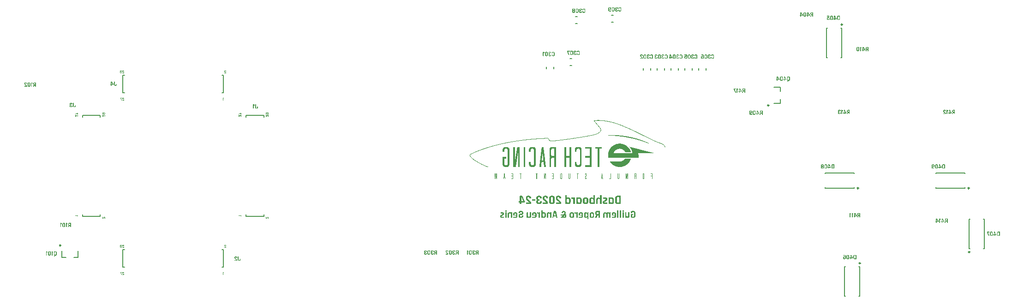
<source format=gbo>
G04*
G04 #@! TF.GenerationSoftware,Altium Limited,Altium Designer,23.9.2 (47)*
G04*
G04 Layer_Color=32896*
%FSLAX44Y44*%
%MOMM*%
G71*
G04*
G04 #@! TF.SameCoordinates,0A8FFEF0-E834-48F0-B5A2-7BC1ECB969A7*
G04*
G04*
G04 #@! TF.FilePolarity,Positive*
G04*
G01*
G75*
%ADD10C,0.2500*%
%ADD12C,0.2000*%
G36*
X1208516Y356306D02*
X1211493D01*
Y356199D01*
X1213619D01*
Y356093D01*
X1215320D01*
Y355987D01*
X1216914D01*
Y355880D01*
X1218190D01*
Y355774D01*
X1219465D01*
Y355668D01*
X1220635D01*
Y355561D01*
X1221698D01*
Y355455D01*
X1222654D01*
Y355349D01*
X1223611D01*
Y355243D01*
X1224568D01*
Y355136D01*
X1225418D01*
Y355030D01*
X1226268D01*
Y354924D01*
X1227119D01*
Y354817D01*
X1227863D01*
Y354711D01*
X1228607D01*
Y354605D01*
X1229351D01*
Y354498D01*
X1229989D01*
Y354392D01*
X1230733D01*
Y354286D01*
X1231371D01*
Y354179D01*
X1232009D01*
Y354073D01*
X1232647D01*
Y353967D01*
X1233284D01*
Y353861D01*
X1233816D01*
Y353754D01*
X1234454D01*
Y353648D01*
X1234985D01*
Y353542D01*
X1235623D01*
Y353435D01*
X1236154D01*
Y353329D01*
X1236686D01*
Y353223D01*
X1237217D01*
Y353116D01*
X1237749D01*
Y353010D01*
X1238281D01*
Y352904D01*
X1238812D01*
Y352798D01*
X1239237D01*
Y352691D01*
X1239769D01*
Y352585D01*
X1240300D01*
Y352479D01*
X1240725D01*
Y352372D01*
X1241257D01*
Y352266D01*
X1241682D01*
Y352160D01*
X1242107D01*
Y352053D01*
X1242533D01*
Y351947D01*
X1243064D01*
Y351841D01*
X1243489D01*
Y351735D01*
X1243914D01*
Y351628D01*
X1244340D01*
Y351522D01*
X1244765D01*
Y351416D01*
X1245190D01*
Y351309D01*
X1245615D01*
Y351203D01*
X1246040D01*
Y351097D01*
X1246359D01*
Y350990D01*
X1246785D01*
Y350884D01*
X1247210D01*
Y350778D01*
X1247529D01*
Y350672D01*
X1247954D01*
Y350565D01*
X1248379D01*
Y350459D01*
X1248698D01*
Y350353D01*
X1249123D01*
Y350246D01*
X1249442D01*
Y350140D01*
X1249867D01*
Y350034D01*
X1250186D01*
Y349927D01*
X1250611D01*
Y349821D01*
X1250930D01*
Y349715D01*
X1251249D01*
Y349609D01*
X1251674D01*
Y349502D01*
X1251993D01*
Y349396D01*
X1252312D01*
Y349290D01*
X1252631D01*
Y349183D01*
X1253056D01*
Y349077D01*
X1253375D01*
Y348971D01*
X1253694D01*
Y348865D01*
X1254013D01*
Y348758D01*
X1254332D01*
Y348652D01*
X1254651D01*
Y348546D01*
X1254970D01*
Y348439D01*
X1255289D01*
Y348333D01*
X1255608D01*
Y348227D01*
X1255927D01*
Y348120D01*
X1256245D01*
Y348014D01*
X1256564D01*
Y347908D01*
X1256883D01*
Y347802D01*
X1257202D01*
Y347695D01*
X1257521D01*
Y347589D01*
X1257840D01*
Y347482D01*
X1258159D01*
Y347376D01*
X1258478D01*
Y347270D01*
X1258690D01*
Y347164D01*
X1259009D01*
Y347057D01*
X1259328D01*
Y346951D01*
X1259647D01*
Y346845D01*
X1259860D01*
Y346738D01*
X1260179D01*
Y346632D01*
X1260498D01*
Y346526D01*
X1260816D01*
Y346420D01*
X1261029D01*
Y346313D01*
X1261348D01*
Y346207D01*
X1261561D01*
Y346101D01*
X1261879D01*
Y345994D01*
X1262198D01*
Y345888D01*
X1262411D01*
Y345782D01*
X1262730D01*
Y345675D01*
X1262942D01*
Y345569D01*
X1263261D01*
Y345463D01*
X1263474D01*
Y345356D01*
X1263793D01*
Y345250D01*
X1264005D01*
Y345144D01*
X1264324D01*
Y345038D01*
X1264537D01*
Y344931D01*
X1264856D01*
Y344825D01*
X1265069D01*
Y344719D01*
X1265387D01*
Y344612D01*
X1265600D01*
Y344506D01*
X1265813D01*
Y344400D01*
X1266132D01*
Y344294D01*
X1266344D01*
Y344187D01*
X1266557D01*
Y344081D01*
X1266876D01*
Y343975D01*
X1267088D01*
Y343868D01*
X1267301D01*
Y343762D01*
X1267513D01*
Y343656D01*
X1267832D01*
Y343549D01*
X1268045D01*
Y343443D01*
X1268258D01*
Y343337D01*
X1268470D01*
Y343231D01*
X1268789D01*
Y343124D01*
X1269002D01*
Y343018D01*
X1269214D01*
Y342912D01*
X1269427D01*
Y342805D01*
X1269639D01*
Y342699D01*
X1269852D01*
Y342593D01*
X1270065D01*
Y342486D01*
X1270277D01*
Y342380D01*
X1270490D01*
Y342274D01*
X1270702D01*
Y342168D01*
X1270915D01*
Y342061D01*
X1271128D01*
Y341955D01*
X1271340D01*
Y341849D01*
X1271553D01*
Y341742D01*
X1271765D01*
Y341636D01*
X1271978D01*
Y341530D01*
X1272191D01*
Y341423D01*
X1272403D01*
Y341317D01*
X1272616D01*
Y341211D01*
X1272828D01*
Y341105D01*
X1273041D01*
Y340998D01*
X1273254D01*
Y340892D01*
X1273360D01*
Y340786D01*
X1273254D01*
Y340679D01*
X1273147D01*
Y340573D01*
X1272935D01*
Y340679D01*
X1272722D01*
Y340786D01*
X1272403D01*
Y340892D01*
X1272084D01*
Y340998D01*
X1271872D01*
Y341105D01*
X1271553D01*
Y341211D01*
X1271340D01*
Y341317D01*
X1271021D01*
Y341423D01*
X1270809D01*
Y341530D01*
X1270490D01*
Y341636D01*
X1270277D01*
Y341742D01*
X1269958D01*
Y341849D01*
X1269746D01*
Y341955D01*
X1269427D01*
Y342061D01*
X1269108D01*
Y342168D01*
X1268895D01*
Y342274D01*
X1268576D01*
Y342380D01*
X1268364D01*
Y342486D01*
X1268045D01*
Y342593D01*
X1267726D01*
Y342699D01*
X1267513D01*
Y342805D01*
X1267195D01*
Y342912D01*
X1266876D01*
Y343018D01*
X1266663D01*
Y343124D01*
X1266344D01*
Y343231D01*
X1266025D01*
Y343337D01*
X1265706D01*
Y343443D01*
X1265494D01*
Y343549D01*
X1265175D01*
Y343656D01*
X1264856D01*
Y343762D01*
X1264537D01*
Y343868D01*
X1264218D01*
Y343975D01*
X1264005D01*
Y344081D01*
X1263687D01*
Y344187D01*
X1263368D01*
Y344294D01*
X1263049D01*
Y344400D01*
X1262730D01*
Y344506D01*
X1262411D01*
Y344612D01*
X1262092D01*
Y344719D01*
X1261773D01*
Y344825D01*
X1261454D01*
Y344931D01*
X1261135D01*
Y345038D01*
X1260816D01*
Y345144D01*
X1260498D01*
Y345250D01*
X1260179D01*
Y345356D01*
X1259860D01*
Y345463D01*
X1259541D01*
Y345569D01*
X1259222D01*
Y345675D01*
X1258903D01*
Y345782D01*
X1258584D01*
Y345888D01*
X1258265D01*
Y345994D01*
X1257840D01*
Y346101D01*
X1257521D01*
Y346207D01*
X1257202D01*
Y346313D01*
X1256883D01*
Y346420D01*
X1256458D01*
Y346526D01*
X1256139D01*
Y346632D01*
X1255820D01*
Y346738D01*
X1255395D01*
Y346845D01*
X1255076D01*
Y346951D01*
X1254757D01*
Y347057D01*
X1254332D01*
Y347164D01*
X1254013D01*
Y347270D01*
X1253588D01*
Y347376D01*
X1253269D01*
Y347482D01*
X1252844D01*
Y347589D01*
X1252525D01*
Y347695D01*
X1252100D01*
Y347802D01*
X1251674D01*
Y347908D01*
X1251356D01*
Y348014D01*
X1250930D01*
Y348120D01*
X1250505D01*
Y348227D01*
X1250186D01*
Y348333D01*
X1249761D01*
Y348439D01*
X1249336D01*
Y348546D01*
X1248911D01*
Y348652D01*
X1248485D01*
Y348758D01*
X1248060D01*
Y348865D01*
X1247741D01*
Y348971D01*
X1247316D01*
Y349077D01*
X1246891D01*
Y349183D01*
X1246466D01*
Y349290D01*
X1246040D01*
Y349396D01*
X1245509D01*
Y349502D01*
X1245084D01*
Y349609D01*
X1244659D01*
Y349715D01*
X1244233D01*
Y349821D01*
X1243808D01*
Y349927D01*
X1243277D01*
Y350034D01*
X1242851D01*
Y350140D01*
X1242426D01*
Y350246D01*
X1241895D01*
Y350353D01*
X1241470D01*
Y350459D01*
X1240938D01*
Y350565D01*
X1240513D01*
Y350672D01*
X1239981D01*
Y350778D01*
X1239450D01*
Y350884D01*
X1238918D01*
Y350990D01*
X1238493D01*
Y351097D01*
X1237962D01*
Y351203D01*
X1237430D01*
Y351309D01*
X1236899D01*
Y351416D01*
X1236367D01*
Y351522D01*
X1235836D01*
Y351628D01*
X1235304D01*
Y351735D01*
X1234666D01*
Y351841D01*
X1234135D01*
Y351947D01*
X1233603D01*
Y352053D01*
X1232965D01*
Y352160D01*
X1232434D01*
Y352266D01*
X1231796D01*
Y352372D01*
X1231158D01*
Y352479D01*
X1230521D01*
Y352585D01*
X1229883D01*
Y352691D01*
X1229245D01*
Y352798D01*
X1228607D01*
Y352904D01*
X1227969D01*
Y353010D01*
X1227225D01*
Y353116D01*
X1226587D01*
Y353223D01*
X1225843D01*
Y353329D01*
X1225099D01*
Y353435D01*
X1224461D01*
Y353542D01*
X1223611D01*
Y353648D01*
X1222867D01*
Y353754D01*
X1222123D01*
Y353861D01*
X1221272D01*
Y353967D01*
X1220422D01*
Y354073D01*
X1219572D01*
Y354179D01*
X1218615D01*
Y354286D01*
X1217764D01*
Y354392D01*
X1216808D01*
Y354498D01*
X1215851D01*
Y354605D01*
X1214788D01*
Y354711D01*
X1213725D01*
Y354817D01*
X1212556D01*
Y354924D01*
X1211386D01*
Y355030D01*
X1210111D01*
Y355136D01*
X1208835D01*
Y355243D01*
X1207347D01*
Y355349D01*
X1205752D01*
Y355455D01*
X1204052D01*
Y355561D01*
X1202138D01*
Y355668D01*
X1200012D01*
Y355774D01*
X1197886D01*
Y355880D01*
X1195760D01*
Y355987D01*
X1194803D01*
Y356093D01*
X1195760D01*
Y356199D01*
X1196717D01*
Y356306D01*
X1200756D01*
Y356412D01*
X1208516D01*
Y356306D01*
D02*
G37*
G36*
X1181835Y383731D02*
X1184492D01*
Y383625D01*
X1186087D01*
Y383519D01*
X1187362D01*
Y383412D01*
X1188425D01*
Y383306D01*
X1189382D01*
Y383200D01*
X1190339D01*
Y383093D01*
X1191189D01*
Y382987D01*
X1192039D01*
Y382881D01*
X1192784D01*
Y382775D01*
X1193528D01*
Y382668D01*
X1194166D01*
Y382562D01*
X1194803D01*
Y382456D01*
X1195441D01*
Y382349D01*
X1196079D01*
Y382243D01*
X1196717D01*
Y382137D01*
X1197248D01*
Y382030D01*
X1197886D01*
Y381924D01*
X1198418D01*
Y381818D01*
X1198949D01*
Y381712D01*
X1199481D01*
Y381605D01*
X1200012D01*
Y381499D01*
X1200437D01*
Y381393D01*
X1200969D01*
Y381286D01*
X1201394D01*
Y381180D01*
X1201926D01*
Y381074D01*
X1202351D01*
Y380967D01*
X1202776D01*
Y380861D01*
X1203307D01*
Y380755D01*
X1203733D01*
Y380648D01*
X1204158D01*
Y380542D01*
X1204583D01*
Y380436D01*
X1205008D01*
Y380330D01*
X1205434D01*
Y380223D01*
X1205752D01*
Y380117D01*
X1206178D01*
Y380011D01*
X1206603D01*
Y379904D01*
X1207028D01*
Y379798D01*
X1207347D01*
Y379692D01*
X1207772D01*
Y379585D01*
X1208091D01*
Y379479D01*
X1208516D01*
Y379373D01*
X1208835D01*
Y379267D01*
X1209260D01*
Y379160D01*
X1209579D01*
Y379054D01*
X1210004D01*
Y378948D01*
X1210323D01*
Y378841D01*
X1210642D01*
Y378735D01*
X1211068D01*
Y378629D01*
X1211386D01*
Y378522D01*
X1211705D01*
Y378416D01*
X1212024D01*
Y378310D01*
X1212343D01*
Y378204D01*
X1212662D01*
Y378097D01*
X1212981D01*
Y377991D01*
X1213406D01*
Y377885D01*
X1213725D01*
Y377778D01*
X1214044D01*
Y377672D01*
X1214363D01*
Y377566D01*
X1214682D01*
Y377459D01*
X1215001D01*
Y377353D01*
X1215213D01*
Y377247D01*
X1215532D01*
Y377141D01*
X1215851D01*
Y377034D01*
X1216170D01*
Y376928D01*
X1216489D01*
Y376822D01*
X1216808D01*
Y376715D01*
X1217127D01*
Y376609D01*
X1217339D01*
Y376503D01*
X1217658D01*
Y376396D01*
X1217977D01*
Y376290D01*
X1218296D01*
Y376184D01*
X1218509D01*
Y376078D01*
X1218827D01*
Y375971D01*
X1219146D01*
Y375865D01*
X1219465D01*
Y375759D01*
X1219678D01*
Y375652D01*
X1219997D01*
Y375546D01*
X1220209D01*
Y375440D01*
X1220528D01*
Y375334D01*
X1220847D01*
Y375227D01*
X1221060D01*
Y375121D01*
X1221379D01*
Y375015D01*
X1221591D01*
Y374908D01*
X1221910D01*
Y374802D01*
X1222123D01*
Y374696D01*
X1222442D01*
Y374589D01*
X1222761D01*
Y374483D01*
X1222973D01*
Y374377D01*
X1223292D01*
Y374270D01*
X1223505D01*
Y374164D01*
X1223717D01*
Y374058D01*
X1224036D01*
Y373952D01*
X1224249D01*
Y373845D01*
X1224568D01*
Y373739D01*
X1224780D01*
Y373633D01*
X1225099D01*
Y373526D01*
X1225312D01*
Y373420D01*
X1225524D01*
Y373314D01*
X1225843D01*
Y373207D01*
X1226056D01*
Y373101D01*
X1226375D01*
Y372995D01*
X1226587D01*
Y372888D01*
X1226800D01*
Y372782D01*
X1227119D01*
Y372676D01*
X1227331D01*
Y372570D01*
X1227650D01*
Y372463D01*
X1227863D01*
Y372357D01*
X1228076D01*
Y372251D01*
X1228394D01*
Y372144D01*
X1228607D01*
Y372038D01*
X1228820D01*
Y371932D01*
X1229139D01*
Y371825D01*
X1229351D01*
Y371719D01*
X1229564D01*
Y371613D01*
X1229883D01*
Y371507D01*
X1230095D01*
Y371400D01*
X1230308D01*
Y371294D01*
X1230627D01*
Y371188D01*
X1230839D01*
Y371081D01*
X1231052D01*
Y370975D01*
X1231371D01*
Y370869D01*
X1231584D01*
Y370762D01*
X1231796D01*
Y370656D01*
X1232009D01*
Y370550D01*
X1232328D01*
Y370444D01*
X1232540D01*
Y370337D01*
X1232753D01*
Y370231D01*
X1233072D01*
Y370125D01*
X1233284D01*
Y370018D01*
X1233497D01*
Y369912D01*
X1233710D01*
Y369806D01*
X1234028D01*
Y369700D01*
X1234241D01*
Y369593D01*
X1234454D01*
Y369487D01*
X1234666D01*
Y369381D01*
X1234985D01*
Y369274D01*
X1235198D01*
Y369168D01*
X1235410D01*
Y369062D01*
X1235623D01*
Y368955D01*
X1235942D01*
Y368849D01*
X1236154D01*
Y368743D01*
X1236367D01*
Y368637D01*
X1236580D01*
Y368530D01*
X1236899D01*
Y368424D01*
X1237111D01*
Y368318D01*
X1237324D01*
Y368211D01*
X1237536D01*
Y368105D01*
X1237749D01*
Y367999D01*
X1238068D01*
Y367892D01*
X1238281D01*
Y367786D01*
X1238493D01*
Y367680D01*
X1238706D01*
Y367574D01*
X1238918D01*
Y367467D01*
X1239237D01*
Y367361D01*
X1239450D01*
Y367255D01*
X1239662D01*
Y367148D01*
X1239875D01*
Y367042D01*
X1240088D01*
Y366936D01*
X1240300D01*
Y366829D01*
X1240619D01*
Y366723D01*
X1240832D01*
Y366617D01*
X1241044D01*
Y366511D01*
X1241257D01*
Y366404D01*
X1241470D01*
Y366298D01*
X1241682D01*
Y366192D01*
X1242001D01*
Y366085D01*
X1242214D01*
Y365979D01*
X1242426D01*
Y365873D01*
X1242639D01*
Y365766D01*
X1242851D01*
Y365660D01*
X1243064D01*
Y365554D01*
X1243383D01*
Y365448D01*
X1243596D01*
Y365341D01*
X1243808D01*
Y365235D01*
X1244021D01*
Y365129D01*
X1244233D01*
Y365022D01*
X1244446D01*
Y364916D01*
X1244659D01*
Y364810D01*
X1244871D01*
Y364703D01*
X1245190D01*
Y364597D01*
X1245403D01*
Y364491D01*
X1245615D01*
Y364384D01*
X1245828D01*
Y364278D01*
X1246040D01*
Y364172D01*
X1246253D01*
Y364066D01*
X1246466D01*
Y363959D01*
X1246678D01*
Y363853D01*
X1246997D01*
Y363747D01*
X1247210D01*
Y363640D01*
X1247422D01*
Y363534D01*
X1247635D01*
Y363428D01*
X1247848D01*
Y363321D01*
X1248060D01*
Y363215D01*
X1248273D01*
Y363109D01*
X1248485D01*
Y363003D01*
X1248698D01*
Y362896D01*
X1248911D01*
Y362790D01*
X1249230D01*
Y362684D01*
X1249442D01*
Y362577D01*
X1249655D01*
Y362471D01*
X1249867D01*
Y362365D01*
X1250080D01*
Y362258D01*
X1250293D01*
Y362152D01*
X1250505D01*
Y362046D01*
X1250718D01*
Y361940D01*
X1250930D01*
Y361833D01*
X1251143D01*
Y361727D01*
X1251356D01*
Y361621D01*
X1251568D01*
Y361514D01*
X1251781D01*
Y361408D01*
X1252100D01*
Y361302D01*
X1252312D01*
Y361195D01*
X1252525D01*
Y361089D01*
X1252738D01*
Y360983D01*
X1252950D01*
Y360877D01*
X1253163D01*
Y360770D01*
X1253375D01*
Y360664D01*
X1253588D01*
Y360558D01*
X1253801D01*
Y360451D01*
X1254013D01*
Y360345D01*
X1254226D01*
Y360239D01*
X1254438D01*
Y360132D01*
X1254651D01*
Y360026D01*
X1254864D01*
Y359920D01*
X1255076D01*
Y359813D01*
X1255289D01*
Y359707D01*
X1255501D01*
Y359601D01*
X1255714D01*
Y359495D01*
X1255927D01*
Y359388D01*
X1256245D01*
Y359282D01*
X1256458D01*
Y359176D01*
X1256671D01*
Y359069D01*
X1256883D01*
Y358963D01*
X1257096D01*
Y358857D01*
X1257309D01*
Y358750D01*
X1257521D01*
Y358644D01*
X1257734D01*
Y358538D01*
X1257946D01*
Y358432D01*
X1258159D01*
Y358325D01*
X1258372D01*
Y358219D01*
X1258584D01*
Y358113D01*
X1258797D01*
Y358006D01*
X1259009D01*
Y357900D01*
X1259222D01*
Y357794D01*
X1259435D01*
Y357687D01*
X1259647D01*
Y357581D01*
X1259860D01*
Y357475D01*
X1260072D01*
Y357369D01*
X1260285D01*
Y357262D01*
X1260498D01*
Y357156D01*
X1260710D01*
Y357050D01*
X1260923D01*
Y356943D01*
X1261135D01*
Y356837D01*
X1261348D01*
Y356731D01*
X1261561D01*
Y356624D01*
X1261773D01*
Y356518D01*
X1261986D01*
Y356412D01*
X1262198D01*
Y356306D01*
X1262411D01*
Y356199D01*
X1262624D01*
Y356093D01*
X1262836D01*
Y355987D01*
X1263049D01*
Y355880D01*
X1263261D01*
Y355774D01*
X1263474D01*
Y355668D01*
X1263687D01*
Y355561D01*
X1263899D01*
Y355455D01*
X1264112D01*
Y355349D01*
X1264324D01*
Y355243D01*
X1264537D01*
Y355136D01*
X1264750D01*
Y355030D01*
X1264962D01*
Y354924D01*
X1265175D01*
Y354817D01*
X1265387D01*
Y354711D01*
X1265600D01*
Y354605D01*
X1265813D01*
Y354498D01*
X1266025D01*
Y354392D01*
X1266238D01*
Y354286D01*
X1266450D01*
Y354179D01*
X1266663D01*
Y354073D01*
X1266876D01*
Y353967D01*
X1267088D01*
Y353861D01*
X1267301D01*
Y353754D01*
X1267513D01*
Y353648D01*
X1267726D01*
Y353542D01*
X1267939D01*
Y353435D01*
X1268151D01*
Y353329D01*
X1268364D01*
Y353223D01*
X1268576D01*
Y353116D01*
X1268789D01*
Y353010D01*
X1269002D01*
Y352904D01*
X1269214D01*
Y352798D01*
X1269427D01*
Y352691D01*
X1269639D01*
Y352585D01*
X1269852D01*
Y352479D01*
X1270065D01*
Y352372D01*
X1270277D01*
Y352266D01*
X1270490D01*
Y352160D01*
X1270702D01*
Y352053D01*
X1270915D01*
Y351947D01*
X1271128D01*
Y351841D01*
X1271340D01*
Y351735D01*
X1271553D01*
Y351628D01*
X1271765D01*
Y351522D01*
X1271978D01*
Y351416D01*
X1272191D01*
Y351309D01*
X1272403D01*
Y351203D01*
X1272722D01*
Y351097D01*
X1272935D01*
Y350990D01*
X1273147D01*
Y350884D01*
X1273360D01*
Y350778D01*
X1273573D01*
Y350672D01*
X1273785D01*
Y350565D01*
X1273998D01*
Y350459D01*
X1274210D01*
Y350353D01*
X1274423D01*
Y350246D01*
X1274636D01*
Y350140D01*
X1274848D01*
Y350034D01*
X1275061D01*
Y349927D01*
X1275273D01*
Y349821D01*
X1275486D01*
Y349715D01*
X1275699D01*
Y349609D01*
X1275911D01*
Y349502D01*
X1276124D01*
Y349396D01*
X1276336D01*
Y349290D01*
X1276549D01*
Y349183D01*
X1276762D01*
Y349077D01*
X1276974D01*
Y348971D01*
X1277187D01*
Y348865D01*
X1277506D01*
Y348758D01*
X1277718D01*
Y348652D01*
X1277931D01*
Y348546D01*
X1278143D01*
Y348439D01*
X1278356D01*
Y348333D01*
X1278569D01*
Y348227D01*
X1278781D01*
Y348120D01*
X1278994D01*
Y348014D01*
X1279206D01*
Y347908D01*
X1279419D01*
Y347802D01*
X1279738D01*
Y347695D01*
X1279951D01*
Y347589D01*
X1280163D01*
Y347482D01*
X1280376D01*
Y347376D01*
X1280588D01*
Y347270D01*
X1280801D01*
Y347164D01*
X1281120D01*
Y347057D01*
X1281333D01*
Y346951D01*
X1281545D01*
Y346845D01*
X1281758D01*
Y346738D01*
X1281970D01*
Y346632D01*
X1282183D01*
Y346526D01*
X1282502D01*
Y346420D01*
X1282715D01*
Y346313D01*
X1282927D01*
Y346207D01*
X1283140D01*
Y346101D01*
X1283459D01*
Y345994D01*
X1283671D01*
Y345888D01*
X1283884D01*
Y345782D01*
X1284096D01*
Y345675D01*
X1284415D01*
Y345569D01*
X1284628D01*
Y345463D01*
X1284841D01*
Y345356D01*
X1285159D01*
Y345250D01*
X1285372D01*
Y345144D01*
X1285585D01*
Y345038D01*
X1285797D01*
Y344931D01*
X1286116D01*
Y344825D01*
X1286329D01*
Y344719D01*
X1286648D01*
Y344612D01*
X1286860D01*
Y344506D01*
X1287073D01*
Y344400D01*
X1287392D01*
Y344294D01*
X1287604D01*
Y344187D01*
X1287923D01*
Y344081D01*
X1288136D01*
Y343975D01*
X1288348D01*
Y343868D01*
X1288667D01*
Y343762D01*
X1288880D01*
Y343656D01*
X1289199D01*
Y343549D01*
X1289411D01*
Y343443D01*
X1289730D01*
Y343337D01*
X1289943D01*
Y343231D01*
X1290262D01*
Y343124D01*
X1290581D01*
Y343018D01*
X1290793D01*
Y342912D01*
X1291112D01*
Y342805D01*
X1291325D01*
Y342699D01*
X1291644D01*
Y342593D01*
X1291963D01*
Y342486D01*
X1292282D01*
Y342380D01*
X1292494D01*
Y342274D01*
X1292813D01*
Y342168D01*
X1293132D01*
Y342061D01*
X1293451D01*
Y341955D01*
X1293770D01*
Y341849D01*
X1294089D01*
Y341742D01*
X1294408D01*
Y341636D01*
X1294620D01*
Y341530D01*
X1294939D01*
Y341423D01*
X1295258D01*
Y341317D01*
X1295577D01*
Y341211D01*
X1295896D01*
Y341105D01*
X1296108D01*
Y340998D01*
X1296427D01*
Y340892D01*
X1296640D01*
Y340786D01*
X1296853D01*
Y340679D01*
X1297065D01*
Y340573D01*
X1297278D01*
Y340467D01*
X1297490D01*
Y340360D01*
X1297703D01*
Y340254D01*
X1297915D01*
Y340148D01*
X1298128D01*
Y340042D01*
X1298341D01*
Y339935D01*
X1298447D01*
Y339829D01*
X1298660D01*
Y339723D01*
X1298766D01*
Y339616D01*
X1298979D01*
Y339510D01*
X1299085D01*
Y339404D01*
X1299297D01*
Y339297D01*
X1299404D01*
Y339191D01*
X1299510D01*
Y339085D01*
X1299723D01*
Y338978D01*
X1299829D01*
Y338872D01*
X1299935D01*
Y338766D01*
X1300042D01*
Y338660D01*
X1300254D01*
Y338553D01*
X1300361D01*
Y338447D01*
X1300467D01*
Y338341D01*
X1300573D01*
Y338234D01*
X1300679D01*
Y338128D01*
X1300786D01*
Y338022D01*
X1300892D01*
Y337915D01*
X1300998D01*
Y337809D01*
X1301105D01*
Y337703D01*
X1301211D01*
Y337597D01*
X1301317D01*
Y337490D01*
X1301423D01*
Y337384D01*
X1301530D01*
Y337278D01*
X1301636D01*
Y337065D01*
X1301742D01*
Y336959D01*
X1301849D01*
Y336852D01*
X1301955D01*
Y336746D01*
X1302061D01*
Y336534D01*
X1302168D01*
Y336427D01*
X1302274D01*
Y336321D01*
X1302380D01*
Y336108D01*
X1302487D01*
Y336002D01*
X1302593D01*
Y335789D01*
X1302699D01*
Y335577D01*
X1302805D01*
Y335471D01*
X1302912D01*
Y335258D01*
X1303018D01*
Y335045D01*
X1303124D01*
Y334301D01*
X1303018D01*
Y334195D01*
X1302912D01*
Y334089D01*
X1302805D01*
Y333982D01*
X1302593D01*
Y333876D01*
X1301423D01*
Y334726D01*
X1302168D01*
Y334939D01*
X1302061D01*
Y335152D01*
X1301955D01*
Y335258D01*
X1301849D01*
Y335471D01*
X1301742D01*
Y335577D01*
X1301636D01*
Y335789D01*
X1301530D01*
Y335896D01*
X1301423D01*
Y336108D01*
X1301317D01*
Y336215D01*
X1301211D01*
Y336321D01*
X1301105D01*
Y336427D01*
X1300998D01*
Y336640D01*
X1300892D01*
Y336746D01*
X1300786D01*
Y336852D01*
X1300679D01*
Y336959D01*
X1300573D01*
Y337065D01*
X1300467D01*
Y337171D01*
X1300361D01*
Y337278D01*
X1300254D01*
Y337384D01*
X1300148D01*
Y337490D01*
X1300042D01*
Y337597D01*
X1299935D01*
Y337703D01*
X1299829D01*
Y337809D01*
X1299723D01*
Y337915D01*
X1299616D01*
Y338022D01*
X1299510D01*
Y338128D01*
X1299297D01*
Y338234D01*
X1299191D01*
Y338341D01*
X1299085D01*
Y338447D01*
X1298872D01*
Y338553D01*
X1298766D01*
Y338660D01*
X1298660D01*
Y338766D01*
X1298447D01*
Y338872D01*
X1298341D01*
Y338978D01*
X1298128D01*
Y339085D01*
X1297915D01*
Y339191D01*
X1297809D01*
Y339297D01*
X1297597D01*
Y339404D01*
X1297384D01*
Y339510D01*
X1297171D01*
Y339616D01*
X1296959D01*
Y339723D01*
X1296746D01*
Y339829D01*
X1296534D01*
Y339935D01*
X1296321D01*
Y340042D01*
X1296108D01*
Y340148D01*
X1295896D01*
Y340254D01*
X1295577D01*
Y340360D01*
X1295258D01*
Y340467D01*
X1295045D01*
Y340573D01*
X1294727D01*
Y340679D01*
X1294408D01*
Y340786D01*
X1294089D01*
Y340892D01*
X1293770D01*
Y340998D01*
X1293557D01*
Y341105D01*
X1293238D01*
Y341211D01*
X1292919D01*
Y341317D01*
X1292601D01*
Y341423D01*
X1292282D01*
Y341530D01*
X1291963D01*
Y341636D01*
X1291750D01*
Y341742D01*
X1291431D01*
Y341849D01*
X1291112D01*
Y341955D01*
X1290793D01*
Y342061D01*
X1290581D01*
Y342168D01*
X1290262D01*
Y342274D01*
X1290049D01*
Y342380D01*
X1289730D01*
Y342486D01*
X1289411D01*
Y342593D01*
X1289199D01*
Y342699D01*
X1288880D01*
Y342805D01*
X1288667D01*
Y342912D01*
X1288348D01*
Y343018D01*
X1288136D01*
Y343124D01*
X1287817D01*
Y343231D01*
X1287604D01*
Y343337D01*
X1287392D01*
Y343443D01*
X1287073D01*
Y343549D01*
X1286860D01*
Y343656D01*
X1286541D01*
Y343762D01*
X1286329D01*
Y343868D01*
X1286116D01*
Y343975D01*
X1285797D01*
Y344081D01*
X1285585D01*
Y344187D01*
X1285372D01*
Y344294D01*
X1285053D01*
Y344400D01*
X1284841D01*
Y344506D01*
X1284628D01*
Y344612D01*
X1284309D01*
Y344719D01*
X1284096D01*
Y344825D01*
X1283884D01*
Y344931D01*
X1283565D01*
Y345038D01*
X1283352D01*
Y345144D01*
X1283140D01*
Y345250D01*
X1282927D01*
Y345356D01*
X1282608D01*
Y345463D01*
X1282396D01*
Y345569D01*
X1282183D01*
Y345675D01*
X1281970D01*
Y345782D01*
X1281758D01*
Y345888D01*
X1281439D01*
Y345994D01*
X1281226D01*
Y346101D01*
X1281014D01*
Y346207D01*
X1280801D01*
Y346313D01*
X1280588D01*
Y346420D01*
X1280269D01*
Y346526D01*
X1280057D01*
Y346632D01*
X1279844D01*
Y346738D01*
X1279632D01*
Y346845D01*
X1279419D01*
Y346951D01*
X1279206D01*
Y347057D01*
X1278994D01*
Y347164D01*
X1278675D01*
Y347270D01*
X1278462D01*
Y347376D01*
X1278250D01*
Y347482D01*
X1278037D01*
Y347589D01*
X1277825D01*
Y347695D01*
X1277612D01*
Y347802D01*
X1277399D01*
Y347908D01*
X1277187D01*
Y348014D01*
X1276974D01*
Y348120D01*
X1276762D01*
Y348227D01*
X1276443D01*
Y348333D01*
X1276230D01*
Y348439D01*
X1276018D01*
Y348546D01*
X1275805D01*
Y348652D01*
X1275592D01*
Y348758D01*
X1275380D01*
Y348865D01*
X1275167D01*
Y348971D01*
X1274955D01*
Y349077D01*
X1274742D01*
Y349183D01*
X1274529D01*
Y349290D01*
X1274317D01*
Y349396D01*
X1274104D01*
Y349502D01*
X1273892D01*
Y349609D01*
X1273679D01*
Y349715D01*
X1273466D01*
Y349821D01*
X1273254D01*
Y349927D01*
X1273041D01*
Y350034D01*
X1272828D01*
Y350140D01*
X1272616D01*
Y350246D01*
X1272403D01*
Y350353D01*
X1272191D01*
Y350459D01*
X1271978D01*
Y350565D01*
X1271765D01*
Y350672D01*
X1271553D01*
Y350778D01*
X1271340D01*
Y350884D01*
X1271128D01*
Y350990D01*
X1270915D01*
Y351097D01*
X1270702D01*
Y351203D01*
X1270490D01*
Y351309D01*
X1270277D01*
Y351416D01*
X1270065D01*
Y351522D01*
X1269852D01*
Y351628D01*
X1269639D01*
Y351735D01*
X1269427D01*
Y351841D01*
X1269214D01*
Y351947D01*
X1269002D01*
Y352053D01*
X1268789D01*
Y352160D01*
X1268576D01*
Y352266D01*
X1268364D01*
Y352372D01*
X1268151D01*
Y352479D01*
X1267939D01*
Y352585D01*
X1267726D01*
Y352691D01*
X1267513D01*
Y352798D01*
X1267301D01*
Y352904D01*
X1267088D01*
Y353010D01*
X1266876D01*
Y353116D01*
X1266663D01*
Y353223D01*
X1266450D01*
Y353329D01*
X1266238D01*
Y353435D01*
X1266025D01*
Y353542D01*
X1265813D01*
Y353648D01*
X1265600D01*
Y353754D01*
X1265387D01*
Y353861D01*
X1265175D01*
Y353967D01*
X1264962D01*
Y354073D01*
X1264750D01*
Y354179D01*
X1264431D01*
Y354286D01*
X1264218D01*
Y354392D01*
X1264005D01*
Y354498D01*
X1263793D01*
Y354605D01*
X1263580D01*
Y354711D01*
X1263368D01*
Y354817D01*
X1263155D01*
Y354924D01*
X1262942D01*
Y355030D01*
X1262730D01*
Y355136D01*
X1262517D01*
Y355243D01*
X1262305D01*
Y355349D01*
X1262092D01*
Y355455D01*
X1261879D01*
Y355561D01*
X1261667D01*
Y355668D01*
X1261454D01*
Y355774D01*
X1261242D01*
Y355880D01*
X1261029D01*
Y355987D01*
X1260816D01*
Y356093D01*
X1260604D01*
Y356199D01*
X1260391D01*
Y356306D01*
X1260179D01*
Y356412D01*
X1259966D01*
Y356518D01*
X1259753D01*
Y356624D01*
X1259541D01*
Y356731D01*
X1259328D01*
Y356837D01*
X1259116D01*
Y356943D01*
X1258903D01*
Y357050D01*
X1258690D01*
Y357156D01*
X1258478D01*
Y357262D01*
X1258265D01*
Y357369D01*
X1258053D01*
Y357475D01*
X1257840D01*
Y357581D01*
X1257627D01*
Y357687D01*
X1257415D01*
Y357794D01*
X1257202D01*
Y357900D01*
X1256990D01*
Y358006D01*
X1256777D01*
Y358113D01*
X1256564D01*
Y358219D01*
X1256352D01*
Y358325D01*
X1256139D01*
Y358432D01*
X1255927D01*
Y358538D01*
X1255714D01*
Y358644D01*
X1255501D01*
Y358750D01*
X1255289D01*
Y358857D01*
X1254970D01*
Y358963D01*
X1254757D01*
Y359069D01*
X1254545D01*
Y359176D01*
X1254332D01*
Y359282D01*
X1254119D01*
Y359388D01*
X1253907D01*
Y359495D01*
X1253694D01*
Y359601D01*
X1253482D01*
Y359707D01*
X1253269D01*
Y359813D01*
X1253056D01*
Y359920D01*
X1252844D01*
Y360026D01*
X1252631D01*
Y360132D01*
X1252419D01*
Y360239D01*
X1252206D01*
Y360345D01*
X1251993D01*
Y360451D01*
X1251781D01*
Y360558D01*
X1251568D01*
Y360664D01*
X1251356D01*
Y360770D01*
X1251037D01*
Y360877D01*
X1250824D01*
Y360983D01*
X1250611D01*
Y361089D01*
X1250399D01*
Y361195D01*
X1250186D01*
Y361302D01*
X1249974D01*
Y361408D01*
X1249761D01*
Y361514D01*
X1249548D01*
Y361621D01*
X1249336D01*
Y361727D01*
X1249123D01*
Y361833D01*
X1248911D01*
Y361940D01*
X1248698D01*
Y362046D01*
X1248485D01*
Y362152D01*
X1248167D01*
Y362258D01*
X1247954D01*
Y362365D01*
X1247741D01*
Y362471D01*
X1247529D01*
Y362577D01*
X1247316D01*
Y362684D01*
X1247104D01*
Y362790D01*
X1246891D01*
Y362896D01*
X1246678D01*
Y363003D01*
X1246466D01*
Y363109D01*
X1246253D01*
Y363215D01*
X1245934D01*
Y363321D01*
X1245722D01*
Y363428D01*
X1245509D01*
Y363534D01*
X1245296D01*
Y363640D01*
X1245084D01*
Y363747D01*
X1244871D01*
Y363853D01*
X1244659D01*
Y363959D01*
X1244446D01*
Y364066D01*
X1244127D01*
Y364172D01*
X1243914D01*
Y364278D01*
X1243702D01*
Y364384D01*
X1243489D01*
Y364491D01*
X1243277D01*
Y364597D01*
X1243064D01*
Y364703D01*
X1242851D01*
Y364810D01*
X1242533D01*
Y364916D01*
X1242320D01*
Y365022D01*
X1242107D01*
Y365129D01*
X1241895D01*
Y365235D01*
X1241682D01*
Y365341D01*
X1241470D01*
Y365448D01*
X1241257D01*
Y365554D01*
X1240938D01*
Y365660D01*
X1240725D01*
Y365766D01*
X1240513D01*
Y365873D01*
X1240300D01*
Y365979D01*
X1240088D01*
Y366085D01*
X1239875D01*
Y366192D01*
X1239556D01*
Y366298D01*
X1239344D01*
Y366404D01*
X1239131D01*
Y366511D01*
X1238918D01*
Y366617D01*
X1238706D01*
Y366723D01*
X1238387D01*
Y366829D01*
X1238174D01*
Y366936D01*
X1237962D01*
Y367042D01*
X1237749D01*
Y367148D01*
X1237536D01*
Y367255D01*
X1237217D01*
Y367361D01*
X1237005D01*
Y367467D01*
X1236792D01*
Y367574D01*
X1236580D01*
Y367680D01*
X1236367D01*
Y367786D01*
X1236048D01*
Y367892D01*
X1235836D01*
Y367999D01*
X1235623D01*
Y368105D01*
X1235410D01*
Y368211D01*
X1235091D01*
Y368318D01*
X1234879D01*
Y368424D01*
X1234666D01*
Y368530D01*
X1234454D01*
Y368637D01*
X1234135D01*
Y368743D01*
X1233922D01*
Y368849D01*
X1233710D01*
Y368955D01*
X1233497D01*
Y369062D01*
X1233178D01*
Y369168D01*
X1232965D01*
Y369274D01*
X1232753D01*
Y369381D01*
X1232540D01*
Y369487D01*
X1232221D01*
Y369593D01*
X1232009D01*
Y369700D01*
X1231796D01*
Y369806D01*
X1231477D01*
Y369912D01*
X1231265D01*
Y370018D01*
X1231052D01*
Y370125D01*
X1230839D01*
Y370231D01*
X1230521D01*
Y370337D01*
X1230308D01*
Y370444D01*
X1230095D01*
Y370550D01*
X1229777D01*
Y370656D01*
X1229564D01*
Y370762D01*
X1229351D01*
Y370869D01*
X1229032D01*
Y370975D01*
X1228820D01*
Y371081D01*
X1228607D01*
Y371188D01*
X1228288D01*
Y371294D01*
X1228076D01*
Y371400D01*
X1227863D01*
Y371507D01*
X1227544D01*
Y371613D01*
X1227331D01*
Y371719D01*
X1227119D01*
Y371825D01*
X1226800D01*
Y371932D01*
X1226587D01*
Y372038D01*
X1226268D01*
Y372144D01*
X1226056D01*
Y372251D01*
X1225843D01*
Y372357D01*
X1225524D01*
Y372463D01*
X1225312D01*
Y372570D01*
X1224993D01*
Y372676D01*
X1224780D01*
Y372782D01*
X1224568D01*
Y372888D01*
X1224249D01*
Y372995D01*
X1224036D01*
Y373101D01*
X1223717D01*
Y373207D01*
X1223505D01*
Y373314D01*
X1223186D01*
Y373420D01*
X1222973D01*
Y373526D01*
X1222654D01*
Y373633D01*
X1222442D01*
Y373739D01*
X1222123D01*
Y373845D01*
X1221910D01*
Y373952D01*
X1221591D01*
Y374058D01*
X1221379D01*
Y374164D01*
X1221060D01*
Y374270D01*
X1220847D01*
Y374377D01*
X1220528D01*
Y374483D01*
X1220316D01*
Y374589D01*
X1219997D01*
Y374696D01*
X1219678D01*
Y374802D01*
X1219465D01*
Y374908D01*
X1219146D01*
Y375015D01*
X1218827D01*
Y375121D01*
X1218615D01*
Y375227D01*
X1218296D01*
Y375334D01*
X1217977D01*
Y375440D01*
X1217764D01*
Y375546D01*
X1217446D01*
Y375652D01*
X1217127D01*
Y375759D01*
X1216808D01*
Y375865D01*
X1216489D01*
Y375971D01*
X1216276D01*
Y376078D01*
X1215957D01*
Y376184D01*
X1215638D01*
Y376290D01*
X1215320D01*
Y376396D01*
X1215001D01*
Y376503D01*
X1214682D01*
Y376609D01*
X1214363D01*
Y376715D01*
X1214044D01*
Y376822D01*
X1213725D01*
Y376928D01*
X1213406D01*
Y377034D01*
X1213087D01*
Y377141D01*
X1212768D01*
Y377247D01*
X1212449D01*
Y377353D01*
X1212130D01*
Y377459D01*
X1211812D01*
Y377566D01*
X1211493D01*
Y377672D01*
X1211068D01*
Y377778D01*
X1210749D01*
Y377885D01*
X1210430D01*
Y377991D01*
X1210111D01*
Y378097D01*
X1209686D01*
Y378204D01*
X1209367D01*
Y378310D01*
X1208941D01*
Y378416D01*
X1208623D01*
Y378522D01*
X1208304D01*
Y378629D01*
X1207878D01*
Y378735D01*
X1207453D01*
Y378841D01*
X1207134D01*
Y378948D01*
X1206709D01*
Y379054D01*
X1206390D01*
Y379160D01*
X1205965D01*
Y379267D01*
X1205540D01*
Y379373D01*
X1205115D01*
Y379479D01*
X1204689D01*
Y379585D01*
X1204264D01*
Y379692D01*
X1203839D01*
Y379798D01*
X1203414D01*
Y379904D01*
X1202989D01*
Y380011D01*
X1202563D01*
Y380117D01*
X1202138D01*
Y380223D01*
X1201607D01*
Y380330D01*
X1201181D01*
Y380436D01*
X1200650D01*
Y380542D01*
X1200225D01*
Y380648D01*
X1199693D01*
Y380755D01*
X1199162D01*
Y380861D01*
X1198630D01*
Y380967D01*
X1198099D01*
Y381074D01*
X1197567D01*
Y381180D01*
X1196929D01*
Y381286D01*
X1196398D01*
Y381393D01*
X1195760D01*
Y381499D01*
X1195122D01*
Y381605D01*
X1194484D01*
Y381712D01*
X1193847D01*
Y381818D01*
X1193102D01*
Y381924D01*
X1192358D01*
Y382030D01*
X1191614D01*
Y382137D01*
X1190764D01*
Y382243D01*
X1189913D01*
Y382349D01*
X1188957D01*
Y382456D01*
X1187894D01*
Y382562D01*
X1186724D01*
Y382668D01*
X1185343D01*
Y382775D01*
X1183429D01*
Y382881D01*
X1176626D01*
Y382775D01*
X1174925D01*
Y382668D01*
X1173649D01*
Y382562D01*
X1173012D01*
Y382456D01*
X1173118D01*
Y382349D01*
X1173224D01*
Y382243D01*
X1173331D01*
Y382137D01*
X1173437D01*
Y381924D01*
X1173543D01*
Y381818D01*
X1173649D01*
Y381712D01*
X1173756D01*
Y381605D01*
X1173862D01*
Y381499D01*
X1173968D01*
Y381286D01*
X1174075D01*
Y381180D01*
X1174181D01*
Y381074D01*
X1174287D01*
Y380967D01*
X1174393D01*
Y380861D01*
X1174500D01*
Y380648D01*
X1174606D01*
Y380542D01*
X1174712D01*
Y380436D01*
X1174819D01*
Y380330D01*
X1174925D01*
Y380117D01*
X1175031D01*
Y380011D01*
X1175138D01*
Y379904D01*
X1175244D01*
Y379798D01*
X1175350D01*
Y379692D01*
X1175456D01*
Y379479D01*
X1175563D01*
Y379373D01*
X1175669D01*
Y379267D01*
X1175775D01*
Y379160D01*
X1175882D01*
Y378948D01*
X1175988D01*
Y378841D01*
X1176094D01*
Y378735D01*
X1176201D01*
Y378629D01*
X1176307D01*
Y378416D01*
X1176413D01*
Y378310D01*
X1176519D01*
Y378204D01*
X1176626D01*
Y378097D01*
X1176732D01*
Y377885D01*
X1176839D01*
Y377778D01*
X1176945D01*
Y377672D01*
X1177051D01*
Y377566D01*
X1177157D01*
Y377459D01*
X1177264D01*
Y377247D01*
X1177370D01*
Y377141D01*
X1177476D01*
Y377034D01*
X1177583D01*
Y376928D01*
X1177689D01*
Y376822D01*
X1177795D01*
Y376609D01*
X1177902D01*
Y376503D01*
X1178008D01*
Y376396D01*
X1178114D01*
Y376290D01*
X1178220D01*
Y376184D01*
X1178327D01*
Y375971D01*
X1178433D01*
Y375865D01*
X1178539D01*
Y375759D01*
X1178646D01*
Y375652D01*
X1178752D01*
Y375546D01*
X1178858D01*
Y375334D01*
X1178964D01*
Y375227D01*
X1179071D01*
Y375121D01*
X1179177D01*
Y375015D01*
X1179283D01*
Y374908D01*
X1179390D01*
Y374802D01*
X1179496D01*
Y374589D01*
X1179602D01*
Y374483D01*
X1179709D01*
Y374377D01*
X1179815D01*
Y374270D01*
X1179921D01*
Y374164D01*
X1180027D01*
Y373952D01*
X1180134D01*
Y373845D01*
X1180240D01*
Y373739D01*
X1180346D01*
Y373633D01*
X1180453D01*
Y373526D01*
X1180559D01*
Y373314D01*
X1180665D01*
Y373207D01*
X1180772D01*
Y373101D01*
X1180878D01*
Y372995D01*
X1180984D01*
Y372888D01*
X1181090D01*
Y372782D01*
X1181197D01*
Y372570D01*
X1181303D01*
Y372463D01*
X1181409D01*
Y372357D01*
X1181516D01*
Y372251D01*
X1181622D01*
Y372144D01*
X1181728D01*
Y371932D01*
X1181835D01*
Y371825D01*
X1181941D01*
Y371719D01*
X1182047D01*
Y371613D01*
X1182153D01*
Y371507D01*
X1182260D01*
Y371400D01*
X1182366D01*
Y371188D01*
X1182472D01*
Y371081D01*
X1182579D01*
Y370975D01*
X1182685D01*
Y370869D01*
X1182791D01*
Y370762D01*
X1182898D01*
Y370550D01*
X1183004D01*
Y370444D01*
X1183110D01*
Y370337D01*
X1183216D01*
Y370231D01*
X1183323D01*
Y370125D01*
X1183429D01*
Y369912D01*
X1183535D01*
Y369806D01*
X1183642D01*
Y369700D01*
X1183748D01*
Y369593D01*
X1183854D01*
Y369381D01*
X1183961D01*
Y369274D01*
X1184067D01*
Y369062D01*
X1184173D01*
Y368955D01*
X1184279D01*
Y368743D01*
X1184386D01*
Y368637D01*
X1184492D01*
Y368424D01*
X1184598D01*
Y368211D01*
X1184705D01*
Y367892D01*
X1184811D01*
Y367680D01*
X1184917D01*
Y367361D01*
X1185024D01*
Y367042D01*
X1185130D01*
Y366511D01*
X1185236D01*
Y365022D01*
X1185130D01*
Y364491D01*
X1185024D01*
Y364172D01*
X1184917D01*
Y363853D01*
X1184811D01*
Y363640D01*
X1184705D01*
Y363428D01*
X1184598D01*
Y363215D01*
X1184492D01*
Y363109D01*
X1184386D01*
Y362896D01*
X1184279D01*
Y362790D01*
X1184173D01*
Y362577D01*
X1184067D01*
Y362471D01*
X1183961D01*
Y362365D01*
X1183854D01*
Y362152D01*
X1183748D01*
Y362046D01*
X1183642D01*
Y361940D01*
X1183535D01*
Y361833D01*
X1183429D01*
Y361727D01*
X1183323D01*
Y361621D01*
X1183216D01*
Y361514D01*
X1183110D01*
Y361408D01*
X1183004D01*
Y361302D01*
X1182791D01*
Y361195D01*
X1182685D01*
Y361089D01*
X1182579D01*
Y360983D01*
X1182472D01*
Y360877D01*
X1182366D01*
Y360770D01*
X1182153D01*
Y360664D01*
X1182047D01*
Y360558D01*
X1181835D01*
Y360451D01*
X1181728D01*
Y360345D01*
X1181516D01*
Y360239D01*
X1181409D01*
Y360132D01*
X1181197D01*
Y360026D01*
X1181090D01*
Y359920D01*
X1180878D01*
Y359813D01*
X1180665D01*
Y359707D01*
X1180559D01*
Y359601D01*
X1180346D01*
Y359495D01*
X1180134D01*
Y359388D01*
X1179921D01*
Y359282D01*
X1179709D01*
Y359176D01*
X1179496D01*
Y359069D01*
X1179283D01*
Y358963D01*
X1179071D01*
Y358857D01*
X1178858D01*
Y358750D01*
X1178646D01*
Y358644D01*
X1178327D01*
Y358538D01*
X1178114D01*
Y358432D01*
X1177902D01*
Y358325D01*
X1177583D01*
Y358219D01*
X1177370D01*
Y358113D01*
X1177051D01*
Y358006D01*
X1176839D01*
Y357900D01*
X1176519D01*
Y357794D01*
X1176201D01*
Y357687D01*
X1175988D01*
Y357581D01*
X1175669D01*
Y357475D01*
X1175350D01*
Y357369D01*
X1175031D01*
Y357262D01*
X1174712D01*
Y357156D01*
X1174393D01*
Y357050D01*
X1174075D01*
Y356943D01*
X1173649D01*
Y356837D01*
X1173331D01*
Y356731D01*
X1172905D01*
Y356624D01*
X1172586D01*
Y356518D01*
X1172161D01*
Y356412D01*
X1171736D01*
Y356306D01*
X1171311D01*
Y356199D01*
X1170886D01*
Y356093D01*
X1170354D01*
Y355987D01*
X1169929D01*
Y355880D01*
X1169397D01*
Y355774D01*
X1168866D01*
Y355668D01*
X1168441D01*
Y355561D01*
X1167909D01*
Y355455D01*
X1167378D01*
Y355349D01*
X1166846D01*
Y355243D01*
X1166315D01*
Y355136D01*
X1165783D01*
Y355030D01*
X1165252D01*
Y354924D01*
X1164720D01*
Y354817D01*
X1164189D01*
Y354711D01*
X1163657D01*
Y354605D01*
X1163126D01*
Y354498D01*
X1162594D01*
Y354392D01*
X1161956D01*
Y354286D01*
X1161425D01*
Y354179D01*
X1160893D01*
Y354073D01*
X1160256D01*
Y353967D01*
X1159724D01*
Y353861D01*
X1159086D01*
Y353754D01*
X1158555D01*
Y353648D01*
X1157917D01*
Y353542D01*
X1157279D01*
Y353435D01*
X1156748D01*
Y353329D01*
X1156110D01*
Y353223D01*
X1155472D01*
Y353116D01*
X1154834D01*
Y353010D01*
X1154303D01*
Y352904D01*
X1153665D01*
Y352798D01*
X1153027D01*
Y352691D01*
X1152389D01*
Y352585D01*
X1151751D01*
Y352479D01*
X1151114D01*
Y352372D01*
X1150369D01*
Y352266D01*
X1149732D01*
Y352160D01*
X1149094D01*
Y352053D01*
X1148456D01*
Y351947D01*
X1147818D01*
Y351841D01*
X1147074D01*
Y351735D01*
X1146436D01*
Y351628D01*
X1145692D01*
Y351522D01*
X1145054D01*
Y351416D01*
X1144417D01*
Y351309D01*
X1143672D01*
Y351203D01*
X1143035D01*
Y351097D01*
X1142291D01*
Y350990D01*
X1141546D01*
Y350884D01*
X1140909D01*
Y350778D01*
X1140164D01*
Y350672D01*
X1139527D01*
Y350565D01*
X1138783D01*
Y350459D01*
X1138038D01*
Y350353D01*
X1137401D01*
Y350246D01*
X1136657D01*
Y350140D01*
X1136019D01*
Y350034D01*
X1135275D01*
Y349927D01*
X1134531D01*
Y349821D01*
X1133893D01*
Y349715D01*
X1133149D01*
Y349609D01*
X1132404D01*
Y349502D01*
X1131660D01*
Y349396D01*
X1131023D01*
Y349290D01*
X1130278D01*
Y349183D01*
X1129534D01*
Y349077D01*
X1128790D01*
Y348971D01*
X1128046D01*
Y348865D01*
X1127302D01*
Y348758D01*
X1126558D01*
Y348652D01*
X1125814D01*
Y348546D01*
X1125070D01*
Y348439D01*
X1124326D01*
Y348333D01*
X1123581D01*
Y348227D01*
X1122837D01*
Y348120D01*
X1122093D01*
Y348014D01*
X1121243D01*
Y347908D01*
X1120499D01*
Y347802D01*
X1119755D01*
Y347695D01*
X1118904D01*
Y347589D01*
X1118054D01*
Y347482D01*
X1117310D01*
Y347376D01*
X1116459D01*
Y347270D01*
X1115609D01*
Y347164D01*
X1114759D01*
Y347057D01*
X1113908D01*
Y346951D01*
X1113058D01*
Y346845D01*
X1112207D01*
Y346738D01*
X1111357D01*
Y346632D01*
X1110507D01*
Y346526D01*
X1109656D01*
Y346420D01*
X1108699D01*
Y346313D01*
X1107849D01*
Y346207D01*
X1106892D01*
Y346101D01*
X1106042D01*
Y345994D01*
X1105085D01*
Y345888D01*
X1104235D01*
Y345782D01*
X1103278D01*
Y345675D01*
X1102321D01*
Y345569D01*
X1101471D01*
Y345463D01*
X1100514D01*
Y345356D01*
X1099557D01*
Y345250D01*
X1098707D01*
Y345144D01*
X1097750D01*
Y345038D01*
X1096794D01*
Y344931D01*
X1095731D01*
Y344825D01*
X1093073D01*
Y344931D01*
X1092435D01*
Y345038D01*
X1092116D01*
Y345144D01*
X1091797D01*
Y345250D01*
X1091479D01*
Y345356D01*
X1091266D01*
Y345463D01*
X1091053D01*
Y345569D01*
X1090947D01*
Y345675D01*
X1090734D01*
Y345782D01*
X1090628D01*
Y345888D01*
X1090522D01*
Y345994D01*
X1090416D01*
Y346101D01*
X1090309D01*
Y346207D01*
X1090203D01*
Y346313D01*
X1090097D01*
Y346420D01*
X1089990D01*
Y346526D01*
X1089884D01*
Y346632D01*
X1089778D01*
Y346738D01*
X1089671D01*
Y346845D01*
X1089565D01*
Y347057D01*
X1089459D01*
Y347164D01*
X1089353D01*
Y347376D01*
X1089246D01*
Y347482D01*
X1089140D01*
Y347695D01*
X1089034D01*
Y347908D01*
X1088927D01*
Y348120D01*
X1088821D01*
Y348333D01*
X1088715D01*
Y348546D01*
X1088608D01*
Y348758D01*
X1088502D01*
Y348971D01*
X1088396D01*
Y349183D01*
X1088289D01*
Y349502D01*
X1088183D01*
Y349715D01*
X1088077D01*
Y349927D01*
X1087971D01*
Y350034D01*
X1087864D01*
Y350140D01*
X1085526D01*
Y350034D01*
X1083506D01*
Y349927D01*
X1081486D01*
Y349821D01*
X1079360D01*
Y349715D01*
X1077340D01*
Y349609D01*
X1075321D01*
Y349502D01*
X1073407D01*
Y349396D01*
X1071600D01*
Y349290D01*
X1069899D01*
Y349183D01*
X1068305D01*
Y349077D01*
X1066817D01*
Y348971D01*
X1065435D01*
Y348865D01*
X1064053D01*
Y348758D01*
X1062777D01*
Y348652D01*
X1061502D01*
Y348546D01*
X1060226D01*
Y348439D01*
X1059057D01*
Y348333D01*
X1057887D01*
Y348227D01*
X1056718D01*
Y348120D01*
X1055549D01*
Y348014D01*
X1054486D01*
Y347908D01*
X1053423D01*
Y347802D01*
X1052360D01*
Y347695D01*
X1051297D01*
Y347589D01*
X1050340D01*
Y347482D01*
X1049383D01*
Y347376D01*
X1048427D01*
Y347270D01*
X1047470D01*
Y347164D01*
X1046513D01*
Y347057D01*
X1045556D01*
Y346951D01*
X1044706D01*
Y346845D01*
X1043749D01*
Y346738D01*
X1042899D01*
Y346632D01*
X1042048D01*
Y346526D01*
X1041198D01*
Y346420D01*
X1040348D01*
Y346313D01*
X1039497D01*
Y346207D01*
X1038753D01*
Y346101D01*
X1037903D01*
Y345994D01*
X1037159D01*
Y345888D01*
X1036415D01*
Y345782D01*
X1035564D01*
Y345675D01*
X1034820D01*
Y345569D01*
X1034076D01*
Y345463D01*
X1033332D01*
Y345356D01*
X1032588D01*
Y345250D01*
X1031844D01*
Y345144D01*
X1031206D01*
Y345038D01*
X1030462D01*
Y344931D01*
X1029824D01*
Y344825D01*
X1029080D01*
Y344719D01*
X1028442D01*
Y344612D01*
X1027698D01*
Y344506D01*
X1027060D01*
Y344400D01*
X1026422D01*
Y344294D01*
X1025784D01*
Y344187D01*
X1025040D01*
Y344081D01*
X1024402D01*
Y343975D01*
X1023765D01*
Y343868D01*
X1023127D01*
Y343762D01*
X1022595D01*
Y343656D01*
X1021958D01*
Y343549D01*
X1021320D01*
Y343443D01*
X1020682D01*
Y343337D01*
X1020151D01*
Y343231D01*
X1019513D01*
Y343124D01*
X1018875D01*
Y343018D01*
X1018343D01*
Y342912D01*
X1017706D01*
Y342805D01*
X1017174D01*
Y342699D01*
X1016643D01*
Y342593D01*
X1016005D01*
Y342486D01*
X1015473D01*
Y342380D01*
X1014942D01*
Y342274D01*
X1014410D01*
Y342168D01*
X1013772D01*
Y342061D01*
X1013241D01*
Y341955D01*
X1012709D01*
Y341849D01*
X1012178D01*
Y341742D01*
X1011646D01*
Y341636D01*
X1011115D01*
Y341530D01*
X1010583D01*
Y341423D01*
X1010052D01*
Y341317D01*
X1009520D01*
Y341211D01*
X1008989D01*
Y341105D01*
X1008564D01*
Y340998D01*
X1008032D01*
Y340892D01*
X1007501D01*
Y340786D01*
X1006969D01*
Y340679D01*
X1006544D01*
Y340573D01*
X1006012D01*
Y340467D01*
X1005481D01*
Y340360D01*
X1005056D01*
Y340254D01*
X1004524D01*
Y340148D01*
X1004099D01*
Y340042D01*
X1003568D01*
Y339935D01*
X1003142D01*
Y339829D01*
X1002611D01*
Y339723D01*
X1002186D01*
Y339616D01*
X1001654D01*
Y339510D01*
X1001229D01*
Y339404D01*
X1000804D01*
Y339297D01*
X1000272D01*
Y339191D01*
X999847D01*
Y339085D01*
X999422D01*
Y338978D01*
X998890D01*
Y338872D01*
X998465D01*
Y338766D01*
X998040D01*
Y338660D01*
X997615D01*
Y338553D01*
X997189D01*
Y338447D01*
X996764D01*
Y338341D01*
X996233D01*
Y338234D01*
X995807D01*
Y338128D01*
X995382D01*
Y338022D01*
X994957D01*
Y337915D01*
X994532D01*
Y337809D01*
X994107D01*
Y337703D01*
X993681D01*
Y337597D01*
X993256D01*
Y337490D01*
X992831D01*
Y337384D01*
X992406D01*
Y337278D01*
X991981D01*
Y337171D01*
X991662D01*
Y337065D01*
X991236D01*
Y336959D01*
X990811D01*
Y336852D01*
X990386D01*
Y336746D01*
X989961D01*
Y336640D01*
X989536D01*
Y336534D01*
X989217D01*
Y336427D01*
X988792D01*
Y336321D01*
X988366D01*
Y336215D01*
X987941D01*
Y336108D01*
X987622D01*
Y336002D01*
X987197D01*
Y335896D01*
X986772D01*
Y335789D01*
X986453D01*
Y335683D01*
X986028D01*
Y335577D01*
X985709D01*
Y335471D01*
X985284D01*
Y335364D01*
X984858D01*
Y335258D01*
X984540D01*
Y335152D01*
X984114D01*
Y335045D01*
X983795D01*
Y334939D01*
X983370D01*
Y334833D01*
X983051D01*
Y334726D01*
X982626D01*
Y334620D01*
X982307D01*
Y334514D01*
X981988D01*
Y334408D01*
X981563D01*
Y334301D01*
X981244D01*
Y334195D01*
X980819D01*
Y334089D01*
X980500D01*
Y333982D01*
X980181D01*
Y333876D01*
X979756D01*
Y333770D01*
X979437D01*
Y333663D01*
X979118D01*
Y333557D01*
X978799D01*
Y333451D01*
X978374D01*
Y333344D01*
X978055D01*
Y333238D01*
X977736D01*
Y333132D01*
X977417D01*
Y333026D01*
X976992D01*
Y332919D01*
X976673D01*
Y332813D01*
X976354D01*
Y332707D01*
X976036D01*
Y332600D01*
X975717D01*
Y332494D01*
X975398D01*
Y332388D01*
X974973D01*
Y332281D01*
X974653D01*
Y332175D01*
X974335D01*
Y332069D01*
X974016D01*
Y331963D01*
X973697D01*
Y331856D01*
X973378D01*
Y331750D01*
X973059D01*
Y331644D01*
X972740D01*
Y331537D01*
X972421D01*
Y331431D01*
X972102D01*
Y331325D01*
X971783D01*
Y331218D01*
X971464D01*
Y331112D01*
X971146D01*
Y331006D01*
X970827D01*
Y330900D01*
X970508D01*
Y330793D01*
X970189D01*
Y330687D01*
X969870D01*
Y330581D01*
X969551D01*
Y330474D01*
X969339D01*
Y330368D01*
X969020D01*
Y330262D01*
X968701D01*
Y330155D01*
X968382D01*
Y330049D01*
X968063D01*
Y329943D01*
X967744D01*
Y329837D01*
X967425D01*
Y329730D01*
X967213D01*
Y329624D01*
X966894D01*
Y329518D01*
X966575D01*
Y329411D01*
X966256D01*
Y329305D01*
X966043D01*
Y329199D01*
X965724D01*
Y329092D01*
X965405D01*
Y328986D01*
X965086D01*
Y328880D01*
X964874D01*
Y328773D01*
X964555D01*
Y328667D01*
X964236D01*
Y328561D01*
X963917D01*
Y328455D01*
X963705D01*
Y328348D01*
X963386D01*
Y328242D01*
X963067D01*
Y328136D01*
X962854D01*
Y328029D01*
X962535D01*
Y327923D01*
X962323D01*
Y327817D01*
X962004D01*
Y327710D01*
X961685D01*
Y327604D01*
X961472D01*
Y327498D01*
X961153D01*
Y327392D01*
X960941D01*
Y327285D01*
X960622D01*
Y327179D01*
X960303D01*
Y327073D01*
X960090D01*
Y326966D01*
X959771D01*
Y326860D01*
X959559D01*
Y326754D01*
X959240D01*
Y326647D01*
X959027D01*
Y326541D01*
X958708D01*
Y326435D01*
X958496D01*
Y326329D01*
X958177D01*
Y326222D01*
X957964D01*
Y326116D01*
X957645D01*
Y326010D01*
X957433D01*
Y325903D01*
X957220D01*
Y325797D01*
X956901D01*
Y325691D01*
X956689D01*
Y325584D01*
X956370D01*
Y325478D01*
X956157D01*
Y325372D01*
X955945D01*
Y325266D01*
X955626D01*
Y325159D01*
X955413D01*
Y325053D01*
X955200D01*
Y324947D01*
X954882D01*
Y324840D01*
X954669D01*
Y324734D01*
X954456D01*
Y324628D01*
X954137D01*
Y324521D01*
X953925D01*
Y324415D01*
X953712D01*
Y324309D01*
X953500D01*
Y324203D01*
X953181D01*
Y324096D01*
X952968D01*
Y323990D01*
X952756D01*
Y323884D01*
X952543D01*
Y323777D01*
X952330D01*
Y323671D01*
X952011D01*
Y323565D01*
X951799D01*
Y323459D01*
X951586D01*
Y323352D01*
X951374D01*
Y323246D01*
X951161D01*
Y323140D01*
X950842D01*
Y323033D01*
X950630D01*
Y322927D01*
X950417D01*
Y322821D01*
X950204D01*
Y322714D01*
X949992D01*
Y322608D01*
X949779D01*
Y322502D01*
X949566D01*
Y322396D01*
X949354D01*
Y322289D01*
X949035D01*
Y322183D01*
X948822D01*
Y322077D01*
X948610D01*
Y321970D01*
X948397D01*
Y321864D01*
X948185D01*
Y321758D01*
X947972D01*
Y321651D01*
X947759D01*
Y321545D01*
X947547D01*
Y321439D01*
X947334D01*
Y321333D01*
X947122D01*
Y321226D01*
X946909D01*
Y321120D01*
X946696D01*
Y321014D01*
X946484D01*
Y320907D01*
X946271D01*
Y320801D01*
X946059D01*
Y320695D01*
X945846D01*
Y320588D01*
X945633D01*
Y320482D01*
X945421D01*
Y320376D01*
X945314D01*
Y320269D01*
X945208D01*
Y320163D01*
X945102D01*
Y320057D01*
X944995D01*
Y319951D01*
X944889D01*
Y319206D01*
X944995D01*
Y318888D01*
X945102D01*
Y318675D01*
X945208D01*
Y318462D01*
X945314D01*
Y318250D01*
X945421D01*
Y318037D01*
X945527D01*
Y317824D01*
X945633D01*
Y317718D01*
X945740D01*
Y317506D01*
X945846D01*
Y317399D01*
X945952D01*
Y317187D01*
X946059D01*
Y317080D01*
X946165D01*
Y316868D01*
X946271D01*
Y316761D01*
X946377D01*
Y316655D01*
X946484D01*
Y316443D01*
X946590D01*
Y316336D01*
X946696D01*
Y316230D01*
X946803D01*
Y316124D01*
X946909D01*
Y316017D01*
X947015D01*
Y315911D01*
X947122D01*
Y315805D01*
X947228D01*
Y315699D01*
X947334D01*
Y315486D01*
X947440D01*
Y315380D01*
X947547D01*
Y315273D01*
X947653D01*
Y315167D01*
X947759D01*
Y315061D01*
X947866D01*
Y314954D01*
X947972D01*
Y314848D01*
X948078D01*
Y314742D01*
X948185D01*
Y314636D01*
X948291D01*
Y314529D01*
X948503D01*
Y314423D01*
X948610D01*
Y314317D01*
X948716D01*
Y314210D01*
X948822D01*
Y314104D01*
X948929D01*
Y313998D01*
X949035D01*
Y313891D01*
X949141D01*
Y313785D01*
X949248D01*
Y313679D01*
X949460D01*
Y313573D01*
X949566D01*
Y313466D01*
X949673D01*
Y313360D01*
X949779D01*
Y313254D01*
X949885D01*
Y313147D01*
X950098D01*
Y313041D01*
X950204D01*
Y312935D01*
X950311D01*
Y312828D01*
X950417D01*
Y312722D01*
X950630D01*
Y312616D01*
X950736D01*
Y312509D01*
X950842D01*
Y312403D01*
X951055D01*
Y312297D01*
X951161D01*
Y312191D01*
X951267D01*
Y312084D01*
X951480D01*
Y311978D01*
X951586D01*
Y311872D01*
X951693D01*
Y311765D01*
X951905D01*
Y311659D01*
X952011D01*
Y311553D01*
X952224D01*
Y311446D01*
X952330D01*
Y311340D01*
X952437D01*
Y311234D01*
X952649D01*
Y311127D01*
X952756D01*
Y311021D01*
X952968D01*
Y310915D01*
X953074D01*
Y310809D01*
X953287D01*
Y310702D01*
X953393D01*
Y310596D01*
X953606D01*
Y310490D01*
X953712D01*
Y310383D01*
X953925D01*
Y310277D01*
X954031D01*
Y310171D01*
X954244D01*
Y310065D01*
X954350D01*
Y309958D01*
X954563D01*
Y309852D01*
X954669D01*
Y309746D01*
X954882D01*
Y309639D01*
X954988D01*
Y309533D01*
X955200D01*
Y309427D01*
X955307D01*
Y309320D01*
X955519D01*
Y309214D01*
X955732D01*
Y309108D01*
X955838D01*
Y309002D01*
X956051D01*
Y308895D01*
X956157D01*
Y308789D01*
X956370D01*
Y308683D01*
X956582D01*
Y308576D01*
X956689D01*
Y308470D01*
X956901D01*
Y308364D01*
X957008D01*
Y308257D01*
X957220D01*
Y308151D01*
X957433D01*
Y308045D01*
X957539D01*
Y307938D01*
X957752D01*
Y307832D01*
X957964D01*
Y307726D01*
X958071D01*
Y307620D01*
X958283D01*
Y307513D01*
X958496D01*
Y307407D01*
X958708D01*
Y307301D01*
X958815D01*
Y307194D01*
X959027D01*
Y307088D01*
X959240D01*
Y306982D01*
X959453D01*
Y306875D01*
X959559D01*
Y306769D01*
X959771D01*
Y306663D01*
X959984D01*
Y306557D01*
X960197D01*
Y306450D01*
X960303D01*
Y306344D01*
X960516D01*
Y306238D01*
X960728D01*
Y306131D01*
X960941D01*
Y306025D01*
X961153D01*
Y305919D01*
X961260D01*
Y305812D01*
X961472D01*
Y305706D01*
X961685D01*
Y305600D01*
X961897D01*
Y305494D01*
X962110D01*
Y305387D01*
X962323D01*
Y305281D01*
X962429D01*
Y305175D01*
X962642D01*
Y305068D01*
X962854D01*
Y304962D01*
X963067D01*
Y304856D01*
X963279D01*
Y304750D01*
X963492D01*
Y304643D01*
X963705D01*
Y304537D01*
X963917D01*
Y304431D01*
X964130D01*
Y304324D01*
X964342D01*
Y304218D01*
X964449D01*
Y304112D01*
X964661D01*
Y304005D01*
X964874D01*
Y303899D01*
X965086D01*
Y303793D01*
X965299D01*
Y303687D01*
X965512D01*
Y303580D01*
X965724D01*
Y303474D01*
X965937D01*
Y303368D01*
X966150D01*
Y303261D01*
X966362D01*
Y303155D01*
X966575D01*
Y303049D01*
X966787D01*
Y302942D01*
X967000D01*
Y302836D01*
X967213D01*
Y302730D01*
X967425D01*
Y302623D01*
X967638D01*
Y302517D01*
X967957D01*
Y302411D01*
X968169D01*
Y302304D01*
X968382D01*
Y302198D01*
X968594D01*
Y302092D01*
X968807D01*
Y301986D01*
X969020D01*
Y301879D01*
X969232D01*
Y301773D01*
X969445D01*
Y301667D01*
X969657D01*
Y301560D01*
X969870D01*
Y301454D01*
X970083D01*
Y301348D01*
X970402D01*
Y301241D01*
X970614D01*
Y301135D01*
X970827D01*
Y301029D01*
X971039D01*
Y300923D01*
X971252D01*
Y300816D01*
X971464D01*
Y300710D01*
X971677D01*
Y300604D01*
X971996D01*
Y300497D01*
X972209D01*
Y300391D01*
X972421D01*
Y300285D01*
X972634D01*
Y300179D01*
X972846D01*
Y300072D01*
X973059D01*
Y299966D01*
X973378D01*
Y299860D01*
X973590D01*
Y299753D01*
X973803D01*
Y299647D01*
X974016D01*
Y299541D01*
X974228D01*
Y299434D01*
X974547D01*
Y299328D01*
X974760D01*
Y299222D01*
X974973D01*
Y299116D01*
X975185D01*
Y299009D01*
X975504D01*
Y298903D01*
X975717D01*
Y298797D01*
X975929D01*
Y298690D01*
X976142D01*
Y298584D01*
X976461D01*
Y298478D01*
X976992D01*
Y298371D01*
X977843D01*
Y298265D01*
X978374D01*
Y297415D01*
X977311D01*
Y297521D01*
X976673D01*
Y297627D01*
X976248D01*
Y297734D01*
X975929D01*
Y297840D01*
X975610D01*
Y297946D01*
X975398D01*
Y298053D01*
X975185D01*
Y298159D01*
X974973D01*
Y298265D01*
X974653D01*
Y298371D01*
X974441D01*
Y298478D01*
X974228D01*
Y298584D01*
X974016D01*
Y298690D01*
X973803D01*
Y298797D01*
X973484D01*
Y298903D01*
X973272D01*
Y299009D01*
X973059D01*
Y299116D01*
X972846D01*
Y299222D01*
X972634D01*
Y299328D01*
X972315D01*
Y299434D01*
X972102D01*
Y299541D01*
X971890D01*
Y299647D01*
X971677D01*
Y299753D01*
X971464D01*
Y299860D01*
X971146D01*
Y299966D01*
X970933D01*
Y300072D01*
X970720D01*
Y300179D01*
X970508D01*
Y300285D01*
X970295D01*
Y300391D01*
X970083D01*
Y300497D01*
X969870D01*
Y300604D01*
X969657D01*
Y300710D01*
X969339D01*
Y300816D01*
X969126D01*
Y300923D01*
X968913D01*
Y301029D01*
X968701D01*
Y301135D01*
X968488D01*
Y301241D01*
X968276D01*
Y301348D01*
X968063D01*
Y301454D01*
X967850D01*
Y301560D01*
X967638D01*
Y301667D01*
X967425D01*
Y301773D01*
X967213D01*
Y301879D01*
X967000D01*
Y301986D01*
X966681D01*
Y302092D01*
X966468D01*
Y302198D01*
X966256D01*
Y302304D01*
X966043D01*
Y302411D01*
X965831D01*
Y302517D01*
X965618D01*
Y302623D01*
X965405D01*
Y302730D01*
X965193D01*
Y302836D01*
X964980D01*
Y302942D01*
X964768D01*
Y303049D01*
X964555D01*
Y303155D01*
X964449D01*
Y303261D01*
X964236D01*
Y303368D01*
X964023D01*
Y303474D01*
X963811D01*
Y303580D01*
X963598D01*
Y303687D01*
X963386D01*
Y303793D01*
X963173D01*
Y303899D01*
X962960D01*
Y304005D01*
X962748D01*
Y304112D01*
X962535D01*
Y304218D01*
X962323D01*
Y304324D01*
X962110D01*
Y304431D01*
X962004D01*
Y304537D01*
X961791D01*
Y304643D01*
X961579D01*
Y304750D01*
X961366D01*
Y304856D01*
X961153D01*
Y304962D01*
X960941D01*
Y305068D01*
X960834D01*
Y305175D01*
X960622D01*
Y305281D01*
X960409D01*
Y305387D01*
X960197D01*
Y305494D01*
X959984D01*
Y305600D01*
X959878D01*
Y305706D01*
X959665D01*
Y305812D01*
X959453D01*
Y305919D01*
X959240D01*
Y306025D01*
X959134D01*
Y306131D01*
X958921D01*
Y306238D01*
X958708D01*
Y306344D01*
X958496D01*
Y306450D01*
X958390D01*
Y306557D01*
X958177D01*
Y306663D01*
X957964D01*
Y306769D01*
X957752D01*
Y306875D01*
X957645D01*
Y306982D01*
X957433D01*
Y307088D01*
X957220D01*
Y307194D01*
X957114D01*
Y307301D01*
X956901D01*
Y307407D01*
X956689D01*
Y307513D01*
X956582D01*
Y307620D01*
X956370D01*
Y307726D01*
X956263D01*
Y307832D01*
X956051D01*
Y307938D01*
X955838D01*
Y308045D01*
X955732D01*
Y308151D01*
X955519D01*
Y308257D01*
X955307D01*
Y308364D01*
X955200D01*
Y308470D01*
X954988D01*
Y308576D01*
X954882D01*
Y308683D01*
X954669D01*
Y308789D01*
X954563D01*
Y308895D01*
X954350D01*
Y309002D01*
X954244D01*
Y309108D01*
X954031D01*
Y309214D01*
X953819D01*
Y309320D01*
X953712D01*
Y309427D01*
X953500D01*
Y309533D01*
X953393D01*
Y309639D01*
X953181D01*
Y309746D01*
X953074D01*
Y309852D01*
X952862D01*
Y309958D01*
X952756D01*
Y310065D01*
X952649D01*
Y310171D01*
X952437D01*
Y310277D01*
X952330D01*
Y310383D01*
X952118D01*
Y310490D01*
X952011D01*
Y310596D01*
X951799D01*
Y310702D01*
X951693D01*
Y310809D01*
X951480D01*
Y310915D01*
X951374D01*
Y311021D01*
X951267D01*
Y311127D01*
X951055D01*
Y311234D01*
X950948D01*
Y311340D01*
X950842D01*
Y311446D01*
X950630D01*
Y311553D01*
X950523D01*
Y311659D01*
X950417D01*
Y311765D01*
X950204D01*
Y311872D01*
X950098D01*
Y311978D01*
X949992D01*
Y312084D01*
X949779D01*
Y312191D01*
X949673D01*
Y312297D01*
X949566D01*
Y312403D01*
X949460D01*
Y312509D01*
X949248D01*
Y312616D01*
X949141D01*
Y312722D01*
X949035D01*
Y312828D01*
X948929D01*
Y312935D01*
X948822D01*
Y313041D01*
X948716D01*
Y313147D01*
X948503D01*
Y313254D01*
X948397D01*
Y313360D01*
X948291D01*
Y313466D01*
X948185D01*
Y313573D01*
X948078D01*
Y313679D01*
X947972D01*
Y313785D01*
X947866D01*
Y313891D01*
X947759D01*
Y313998D01*
X947653D01*
Y314104D01*
X947547D01*
Y314210D01*
X947440D01*
Y314317D01*
X947334D01*
Y314423D01*
X947228D01*
Y314529D01*
X947122D01*
Y314636D01*
X947015D01*
Y314742D01*
X946909D01*
Y314848D01*
X946803D01*
Y314954D01*
X946696D01*
Y315061D01*
X946590D01*
Y315167D01*
X946484D01*
Y315273D01*
X946377D01*
Y315380D01*
X946271D01*
Y315486D01*
X946165D01*
Y315592D01*
X946059D01*
Y315699D01*
X945952D01*
Y315911D01*
X945846D01*
Y316017D01*
X945740D01*
Y316124D01*
X945633D01*
Y316230D01*
X945527D01*
Y316443D01*
X945421D01*
Y316549D01*
X945314D01*
Y316655D01*
X945208D01*
Y316868D01*
X945102D01*
Y316974D01*
X944995D01*
Y317187D01*
X944889D01*
Y317399D01*
X944783D01*
Y317506D01*
X944677D01*
Y317718D01*
X944570D01*
Y317931D01*
X944464D01*
Y318143D01*
X944358D01*
Y318356D01*
X944251D01*
Y318675D01*
X944145D01*
Y318994D01*
X944039D01*
Y319419D01*
X943932D01*
Y319738D01*
X944039D01*
Y320163D01*
X944145D01*
Y320482D01*
X944251D01*
Y320588D01*
X944358D01*
Y320695D01*
X944464D01*
Y320801D01*
X944570D01*
Y320907D01*
X944677D01*
Y321014D01*
X944783D01*
Y321120D01*
X944995D01*
Y321226D01*
X945102D01*
Y321333D01*
X945314D01*
Y321439D01*
X945527D01*
Y321545D01*
X945740D01*
Y321651D01*
X945952D01*
Y321758D01*
X946165D01*
Y321864D01*
X946377D01*
Y321970D01*
X946590D01*
Y322077D01*
X946803D01*
Y322183D01*
X947015D01*
Y322289D01*
X947228D01*
Y322396D01*
X947440D01*
Y322502D01*
X947653D01*
Y322608D01*
X947866D01*
Y322714D01*
X948078D01*
Y322821D01*
X948291D01*
Y322927D01*
X948610D01*
Y323033D01*
X948822D01*
Y323140D01*
X949035D01*
Y323246D01*
X949248D01*
Y323352D01*
X949460D01*
Y323459D01*
X949673D01*
Y323565D01*
X949885D01*
Y323671D01*
X950098D01*
Y323777D01*
X950417D01*
Y323884D01*
X950630D01*
Y323990D01*
X950842D01*
Y324096D01*
X951055D01*
Y324203D01*
X951267D01*
Y324309D01*
X951480D01*
Y324415D01*
X951799D01*
Y324521D01*
X952011D01*
Y324628D01*
X952224D01*
Y324734D01*
X952437D01*
Y324840D01*
X952649D01*
Y324947D01*
X952968D01*
Y325053D01*
X953181D01*
Y325159D01*
X953393D01*
Y325266D01*
X953712D01*
Y325372D01*
X953925D01*
Y325478D01*
X954137D01*
Y325584D01*
X954350D01*
Y325691D01*
X954669D01*
Y325797D01*
X954882D01*
Y325903D01*
X955094D01*
Y326010D01*
X955413D01*
Y326116D01*
X955626D01*
Y326222D01*
X955838D01*
Y326329D01*
X956157D01*
Y326435D01*
X956370D01*
Y326541D01*
X956689D01*
Y326647D01*
X956901D01*
Y326754D01*
X957114D01*
Y326860D01*
X957433D01*
Y326966D01*
X957645D01*
Y327073D01*
X957964D01*
Y327179D01*
X958177D01*
Y327285D01*
X958496D01*
Y327392D01*
X958708D01*
Y327498D01*
X959027D01*
Y327604D01*
X959240D01*
Y327710D01*
X959559D01*
Y327817D01*
X959771D01*
Y327923D01*
X960090D01*
Y328029D01*
X960409D01*
Y328136D01*
X960622D01*
Y328242D01*
X960941D01*
Y328348D01*
X961153D01*
Y328455D01*
X961472D01*
Y328561D01*
X961685D01*
Y328667D01*
X962004D01*
Y328773D01*
X962323D01*
Y328880D01*
X962535D01*
Y328986D01*
X962854D01*
Y329092D01*
X963173D01*
Y329199D01*
X963386D01*
Y329305D01*
X963705D01*
Y329411D01*
X964023D01*
Y329518D01*
X964236D01*
Y329624D01*
X964555D01*
Y329730D01*
X964874D01*
Y329837D01*
X965193D01*
Y329943D01*
X965405D01*
Y330049D01*
X965724D01*
Y330155D01*
X966043D01*
Y330262D01*
X966362D01*
Y330368D01*
X966575D01*
Y330474D01*
X966894D01*
Y330581D01*
X967213D01*
Y330687D01*
X967531D01*
Y330793D01*
X967850D01*
Y330900D01*
X968169D01*
Y331006D01*
X968382D01*
Y331112D01*
X968701D01*
Y331218D01*
X969020D01*
Y331325D01*
X969339D01*
Y331431D01*
X969657D01*
Y331537D01*
X969976D01*
Y331644D01*
X970295D01*
Y331750D01*
X970614D01*
Y331856D01*
X970933D01*
Y331963D01*
X971252D01*
Y332069D01*
X971571D01*
Y332175D01*
X971890D01*
Y332281D01*
X972209D01*
Y332388D01*
X972527D01*
Y332494D01*
X972846D01*
Y332600D01*
X973165D01*
Y332707D01*
X973484D01*
Y332813D01*
X973803D01*
Y332919D01*
X974122D01*
Y333026D01*
X974441D01*
Y333132D01*
X974760D01*
Y333238D01*
X975079D01*
Y333344D01*
X975398D01*
Y333451D01*
X975823D01*
Y333557D01*
X976142D01*
Y333663D01*
X976461D01*
Y333770D01*
X976780D01*
Y333876D01*
X977098D01*
Y333982D01*
X977417D01*
Y334089D01*
X977843D01*
Y334195D01*
X978161D01*
Y334301D01*
X978480D01*
Y334408D01*
X978799D01*
Y334514D01*
X979224D01*
Y334620D01*
X979543D01*
Y334726D01*
X979862D01*
Y334833D01*
X980287D01*
Y334939D01*
X980606D01*
Y335045D01*
X980925D01*
Y335152D01*
X981350D01*
Y335258D01*
X981669D01*
Y335364D01*
X982095D01*
Y335471D01*
X982414D01*
Y335577D01*
X982839D01*
Y335683D01*
X983158D01*
Y335789D01*
X983583D01*
Y335896D01*
X983902D01*
Y336002D01*
X984327D01*
Y336108D01*
X984646D01*
Y336215D01*
X985071D01*
Y336321D01*
X985390D01*
Y336427D01*
X985815D01*
Y336534D01*
X986134D01*
Y336640D01*
X986559D01*
Y336746D01*
X986984D01*
Y336852D01*
X987303D01*
Y336959D01*
X987729D01*
Y337065D01*
X988154D01*
Y337171D01*
X988473D01*
Y337278D01*
X988898D01*
Y337384D01*
X989323D01*
Y337490D01*
X989748D01*
Y337597D01*
X990173D01*
Y337703D01*
X990492D01*
Y337809D01*
X990918D01*
Y337915D01*
X991343D01*
Y338022D01*
X991768D01*
Y338128D01*
X992193D01*
Y338234D01*
X992618D01*
Y338341D01*
X993044D01*
Y338447D01*
X993469D01*
Y338553D01*
X993894D01*
Y338660D01*
X994319D01*
Y338766D01*
X994744D01*
Y338872D01*
X995170D01*
Y338978D01*
X995595D01*
Y339085D01*
X996020D01*
Y339191D01*
X996445D01*
Y339297D01*
X996870D01*
Y339404D01*
X997296D01*
Y339510D01*
X997721D01*
Y339616D01*
X998252D01*
Y339723D01*
X998678D01*
Y339829D01*
X999103D01*
Y339935D01*
X999528D01*
Y340042D01*
X1000060D01*
Y340148D01*
X1000485D01*
Y340254D01*
X1000910D01*
Y340360D01*
X1001441D01*
Y340467D01*
X1001867D01*
Y340573D01*
X1002398D01*
Y340679D01*
X1002823D01*
Y340786D01*
X1003355D01*
Y340892D01*
X1003780D01*
Y340998D01*
X1004312D01*
Y341105D01*
X1004737D01*
Y341211D01*
X1005268D01*
Y341317D01*
X1005694D01*
Y341423D01*
X1006225D01*
Y341530D01*
X1006757D01*
Y341636D01*
X1007182D01*
Y341742D01*
X1007713D01*
Y341849D01*
X1008245D01*
Y341955D01*
X1008776D01*
Y342061D01*
X1009308D01*
Y342168D01*
X1009733D01*
Y342274D01*
X1010265D01*
Y342380D01*
X1010796D01*
Y342486D01*
X1011328D01*
Y342593D01*
X1011859D01*
Y342699D01*
X1012391D01*
Y342805D01*
X1012922D01*
Y342912D01*
X1013560D01*
Y343018D01*
X1014091D01*
Y343124D01*
X1014623D01*
Y343231D01*
X1015154D01*
Y343337D01*
X1015686D01*
Y343443D01*
X1016324D01*
Y343549D01*
X1016855D01*
Y343656D01*
X1017387D01*
Y343762D01*
X1018025D01*
Y343868D01*
X1018556D01*
Y343975D01*
X1019194D01*
Y344081D01*
X1019832D01*
Y344187D01*
X1020363D01*
Y344294D01*
X1021001D01*
Y344400D01*
X1021639D01*
Y344506D01*
X1022170D01*
Y344612D01*
X1022808D01*
Y344719D01*
X1023446D01*
Y344825D01*
X1024084D01*
Y344931D01*
X1024721D01*
Y345038D01*
X1025359D01*
Y345144D01*
X1025997D01*
Y345250D01*
X1026741D01*
Y345356D01*
X1027379D01*
Y345463D01*
X1028017D01*
Y345569D01*
X1028761D01*
Y345675D01*
X1029399D01*
Y345782D01*
X1030143D01*
Y345888D01*
X1030781D01*
Y345994D01*
X1031525D01*
Y346101D01*
X1032269D01*
Y346207D01*
X1033013D01*
Y346313D01*
X1033757D01*
Y346420D01*
X1034501D01*
Y346526D01*
X1035245D01*
Y346632D01*
X1035989D01*
Y346738D01*
X1036733D01*
Y346845D01*
X1037584D01*
Y346951D01*
X1038328D01*
Y347057D01*
X1039178D01*
Y347164D01*
X1039922D01*
Y347270D01*
X1040773D01*
Y347376D01*
X1041623D01*
Y347482D01*
X1042474D01*
Y347589D01*
X1043324D01*
Y347695D01*
X1044281D01*
Y347802D01*
X1045131D01*
Y347908D01*
X1046088D01*
Y348014D01*
X1046938D01*
Y348120D01*
X1047895D01*
Y348227D01*
X1048852D01*
Y348333D01*
X1049809D01*
Y348439D01*
X1050872D01*
Y348546D01*
X1051828D01*
Y348652D01*
X1052891D01*
Y348758D01*
X1053954D01*
Y348865D01*
X1055017D01*
Y348971D01*
X1056187D01*
Y349077D01*
X1057250D01*
Y349183D01*
X1058419D01*
Y349290D01*
X1059588D01*
Y349396D01*
X1060864D01*
Y349502D01*
X1062140D01*
Y349609D01*
X1063415D01*
Y349715D01*
X1064691D01*
Y349821D01*
X1066073D01*
Y349927D01*
X1067561D01*
Y350034D01*
X1069155D01*
Y350140D01*
X1070750D01*
Y350246D01*
X1072557D01*
Y350353D01*
X1074364D01*
Y350459D01*
X1076384D01*
Y350565D01*
X1078403D01*
Y350672D01*
X1080423D01*
Y350778D01*
X1082549D01*
Y350884D01*
X1084569D01*
Y350990D01*
X1086482D01*
Y351097D01*
X1087758D01*
Y350990D01*
X1088077D01*
Y350884D01*
X1088289D01*
Y350778D01*
X1088502D01*
Y350672D01*
X1088608D01*
Y350565D01*
X1088715D01*
Y350353D01*
X1088821D01*
Y350246D01*
X1088927D01*
Y350034D01*
X1089034D01*
Y349715D01*
X1089140D01*
Y349502D01*
X1089246D01*
Y349290D01*
X1089353D01*
Y349077D01*
X1089459D01*
Y348865D01*
X1089565D01*
Y348652D01*
X1089671D01*
Y348439D01*
X1089778D01*
Y348227D01*
X1089884D01*
Y348014D01*
X1089990D01*
Y347908D01*
X1090097D01*
Y347695D01*
X1090203D01*
Y347482D01*
X1090309D01*
Y347376D01*
X1090416D01*
Y347270D01*
X1090522D01*
Y347164D01*
X1090628D01*
Y346951D01*
X1090734D01*
Y346845D01*
X1090841D01*
Y346738D01*
X1090947D01*
Y346632D01*
X1091160D01*
Y346526D01*
X1091266D01*
Y346420D01*
X1091372D01*
Y346313D01*
X1091585D01*
Y346207D01*
X1091797D01*
Y346101D01*
X1092010D01*
Y345994D01*
X1092329D01*
Y345888D01*
X1092754D01*
Y345782D01*
X1093605D01*
Y345675D01*
X1095093D01*
Y345782D01*
X1096368D01*
Y345888D01*
X1097325D01*
Y345994D01*
X1098176D01*
Y346101D01*
X1099132D01*
Y346207D01*
X1100089D01*
Y346313D01*
X1100939D01*
Y346420D01*
X1101896D01*
Y346526D01*
X1102853D01*
Y346632D01*
X1103703D01*
Y346738D01*
X1104660D01*
Y346845D01*
X1105617D01*
Y346951D01*
X1106467D01*
Y347057D01*
X1107424D01*
Y347164D01*
X1108274D01*
Y347270D01*
X1109125D01*
Y347376D01*
X1110081D01*
Y347482D01*
X1110932D01*
Y347589D01*
X1111782D01*
Y347695D01*
X1112633D01*
Y347802D01*
X1113483D01*
Y347908D01*
X1114333D01*
Y348014D01*
X1115184D01*
Y348120D01*
X1116034D01*
Y348227D01*
X1116885D01*
Y348333D01*
X1117735D01*
Y348439D01*
X1118479D01*
Y348546D01*
X1119330D01*
Y348652D01*
X1120074D01*
Y348758D01*
X1120924D01*
Y348865D01*
X1121668D01*
Y348971D01*
X1122412D01*
Y349077D01*
X1123156D01*
Y349183D01*
X1124007D01*
Y349290D01*
X1124751D01*
Y349396D01*
X1125495D01*
Y349502D01*
X1126239D01*
Y349609D01*
X1126983D01*
Y349715D01*
X1127727D01*
Y349821D01*
X1128471D01*
Y349927D01*
X1129109D01*
Y350034D01*
X1129853D01*
Y350140D01*
X1130597D01*
Y350246D01*
X1131341D01*
Y350353D01*
X1132086D01*
Y350459D01*
X1132723D01*
Y350565D01*
X1133468D01*
Y350672D01*
X1134212D01*
Y350778D01*
X1134849D01*
Y350884D01*
X1135594D01*
Y350990D01*
X1136338D01*
Y351097D01*
X1136975D01*
Y351203D01*
X1137720D01*
Y351309D01*
X1138464D01*
Y351416D01*
X1139101D01*
Y351522D01*
X1139846D01*
Y351628D01*
X1140483D01*
Y351735D01*
X1141227D01*
Y351841D01*
X1141972D01*
Y351947D01*
X1142609D01*
Y352053D01*
X1143354D01*
Y352160D01*
X1143991D01*
Y352266D01*
X1144735D01*
Y352372D01*
X1145373D01*
Y352479D01*
X1146117D01*
Y352585D01*
X1146755D01*
Y352691D01*
X1147393D01*
Y352798D01*
X1148137D01*
Y352904D01*
X1148775D01*
Y353010D01*
X1149413D01*
Y353116D01*
X1150051D01*
Y353223D01*
X1150688D01*
Y353329D01*
X1151326D01*
Y353435D01*
X1152070D01*
Y353542D01*
X1152708D01*
Y353648D01*
X1153346D01*
Y353754D01*
X1153877D01*
Y353861D01*
X1154515D01*
Y353967D01*
X1155153D01*
Y354073D01*
X1155791D01*
Y354179D01*
X1156429D01*
Y354286D01*
X1156960D01*
Y354392D01*
X1157598D01*
Y354498D01*
X1158236D01*
Y354605D01*
X1158767D01*
Y354711D01*
X1159405D01*
Y354817D01*
X1159937D01*
Y354924D01*
X1160574D01*
Y355030D01*
X1161106D01*
Y355136D01*
X1161637D01*
Y355243D01*
X1162275D01*
Y355349D01*
X1162807D01*
Y355455D01*
X1163338D01*
Y355561D01*
X1163870D01*
Y355668D01*
X1164401D01*
Y355774D01*
X1164933D01*
Y355880D01*
X1165464D01*
Y355987D01*
X1165996D01*
Y356093D01*
X1166527D01*
Y356199D01*
X1167059D01*
Y356306D01*
X1167590D01*
Y356412D01*
X1168122D01*
Y356518D01*
X1168653D01*
Y356624D01*
X1169079D01*
Y356731D01*
X1169610D01*
Y356837D01*
X1170142D01*
Y356943D01*
X1170567D01*
Y357050D01*
X1170992D01*
Y357156D01*
X1171523D01*
Y357262D01*
X1171949D01*
Y357369D01*
X1172268D01*
Y357475D01*
X1172693D01*
Y357581D01*
X1173118D01*
Y357687D01*
X1173437D01*
Y357794D01*
X1173756D01*
Y357900D01*
X1174181D01*
Y358006D01*
X1174500D01*
Y358113D01*
X1174819D01*
Y358219D01*
X1175138D01*
Y358325D01*
X1175350D01*
Y358432D01*
X1175669D01*
Y358538D01*
X1175988D01*
Y358644D01*
X1176307D01*
Y358750D01*
X1176519D01*
Y358857D01*
X1176839D01*
Y358963D01*
X1177051D01*
Y359069D01*
X1177370D01*
Y359176D01*
X1177583D01*
Y359282D01*
X1177795D01*
Y359388D01*
X1178114D01*
Y359495D01*
X1178327D01*
Y359601D01*
X1178539D01*
Y359707D01*
X1178752D01*
Y359813D01*
X1178964D01*
Y359920D01*
X1179177D01*
Y360026D01*
X1179390D01*
Y360132D01*
X1179602D01*
Y360239D01*
X1179815D01*
Y360345D01*
X1180027D01*
Y360451D01*
X1180240D01*
Y360558D01*
X1180346D01*
Y360664D01*
X1180559D01*
Y360770D01*
X1180772D01*
Y360877D01*
X1180878D01*
Y360983D01*
X1181090D01*
Y361089D01*
X1181197D01*
Y361195D01*
X1181409D01*
Y361302D01*
X1181516D01*
Y361408D01*
X1181728D01*
Y361514D01*
X1181835D01*
Y361621D01*
X1181941D01*
Y361727D01*
X1182047D01*
Y361833D01*
X1182260D01*
Y361940D01*
X1182366D01*
Y362046D01*
X1182472D01*
Y362152D01*
X1182579D01*
Y362258D01*
X1182685D01*
Y362365D01*
X1182791D01*
Y362471D01*
X1182898D01*
Y362577D01*
X1183004D01*
Y362684D01*
X1183110D01*
Y362790D01*
X1183216D01*
Y363003D01*
X1183323D01*
Y363109D01*
X1183429D01*
Y363215D01*
X1183535D01*
Y363428D01*
X1183642D01*
Y363534D01*
X1183748D01*
Y363747D01*
X1183854D01*
Y363959D01*
X1183961D01*
Y364172D01*
X1184067D01*
Y364384D01*
X1184173D01*
Y364810D01*
X1184279D01*
Y365448D01*
X1184386D01*
Y366085D01*
X1184279D01*
Y366723D01*
X1184173D01*
Y367148D01*
X1184067D01*
Y367361D01*
X1183961D01*
Y367680D01*
X1183854D01*
Y367892D01*
X1183748D01*
Y368105D01*
X1183642D01*
Y368318D01*
X1183535D01*
Y368424D01*
X1183429D01*
Y368637D01*
X1183323D01*
Y368743D01*
X1183216D01*
Y368955D01*
X1183110D01*
Y369062D01*
X1183004D01*
Y369168D01*
X1182898D01*
Y369274D01*
X1182791D01*
Y369487D01*
X1182685D01*
Y369593D01*
X1182579D01*
Y369700D01*
X1182472D01*
Y369806D01*
X1182366D01*
Y369912D01*
X1182260D01*
Y370125D01*
X1182153D01*
Y370231D01*
X1182047D01*
Y370337D01*
X1181941D01*
Y370444D01*
X1181835D01*
Y370550D01*
X1181728D01*
Y370762D01*
X1181622D01*
Y370869D01*
X1181516D01*
Y370975D01*
X1181409D01*
Y371081D01*
X1181303D01*
Y371188D01*
X1181197D01*
Y371400D01*
X1181090D01*
Y371507D01*
X1180984D01*
Y371613D01*
X1180878D01*
Y371719D01*
X1180772D01*
Y371825D01*
X1180665D01*
Y372038D01*
X1180559D01*
Y372144D01*
X1180453D01*
Y372251D01*
X1180346D01*
Y372357D01*
X1180240D01*
Y372463D01*
X1180134D01*
Y372570D01*
X1180027D01*
Y372782D01*
X1179921D01*
Y372888D01*
X1179815D01*
Y372995D01*
X1179709D01*
Y373101D01*
X1179602D01*
Y373207D01*
X1179496D01*
Y373420D01*
X1179390D01*
Y373526D01*
X1179283D01*
Y373633D01*
X1179177D01*
Y373739D01*
X1179071D01*
Y373845D01*
X1178964D01*
Y373952D01*
X1178858D01*
Y374164D01*
X1178752D01*
Y374270D01*
X1178646D01*
Y374377D01*
X1178539D01*
Y374483D01*
X1178433D01*
Y374589D01*
X1178327D01*
Y374802D01*
X1178220D01*
Y374908D01*
X1178114D01*
Y375015D01*
X1178008D01*
Y375121D01*
X1177902D01*
Y375227D01*
X1177795D01*
Y375334D01*
X1177689D01*
Y375546D01*
X1177583D01*
Y375652D01*
X1177476D01*
Y375759D01*
X1177370D01*
Y375865D01*
X1177264D01*
Y375971D01*
X1177157D01*
Y376184D01*
X1177051D01*
Y376290D01*
X1176945D01*
Y376396D01*
X1176839D01*
Y376503D01*
X1176732D01*
Y376609D01*
X1176626D01*
Y376822D01*
X1176519D01*
Y376928D01*
X1176413D01*
Y377034D01*
X1176307D01*
Y377141D01*
X1176201D01*
Y377353D01*
X1176094D01*
Y377459D01*
X1175988D01*
Y377566D01*
X1175882D01*
Y377672D01*
X1175775D01*
Y377778D01*
X1175669D01*
Y377991D01*
X1175563D01*
Y378097D01*
X1175456D01*
Y378204D01*
X1175350D01*
Y378310D01*
X1175244D01*
Y378522D01*
X1175138D01*
Y378629D01*
X1175031D01*
Y378735D01*
X1174925D01*
Y378841D01*
X1174819D01*
Y379054D01*
X1174712D01*
Y379160D01*
X1174606D01*
Y379267D01*
X1174500D01*
Y379373D01*
X1174393D01*
Y379585D01*
X1174287D01*
Y379692D01*
X1174181D01*
Y379798D01*
X1174075D01*
Y379904D01*
X1173968D01*
Y380011D01*
X1173862D01*
Y380223D01*
X1173756D01*
Y380330D01*
X1173649D01*
Y380436D01*
X1173543D01*
Y380542D01*
X1173437D01*
Y380755D01*
X1173331D01*
Y380861D01*
X1173224D01*
Y380967D01*
X1173118D01*
Y381074D01*
X1173012D01*
Y381180D01*
X1172905D01*
Y381393D01*
X1172799D01*
Y381499D01*
X1172693D01*
Y381605D01*
X1172586D01*
Y381712D01*
X1172480D01*
Y381818D01*
X1172374D01*
Y382030D01*
X1172268D01*
Y382137D01*
X1172161D01*
Y382349D01*
X1172055D01*
Y382987D01*
X1172161D01*
Y383200D01*
X1172374D01*
Y383306D01*
X1172586D01*
Y383412D01*
X1173118D01*
Y383519D01*
X1174287D01*
Y383625D01*
X1175775D01*
Y383731D01*
X1178114D01*
Y383838D01*
X1181835D01*
Y383731D01*
D02*
G37*
G36*
X1130278Y297840D02*
X1127196D01*
Y314636D01*
X1121137D01*
Y297840D01*
X1118054D01*
Y334620D01*
X1121137D01*
Y317718D01*
X1127196D01*
Y327073D01*
Y327179D01*
Y334620D01*
X1130278D01*
Y297840D01*
D02*
G37*
G36*
X1220635Y340573D02*
X1221698D01*
Y340467D01*
X1222442D01*
Y340360D01*
X1223080D01*
Y340254D01*
X1223611D01*
Y340148D01*
X1224143D01*
Y340042D01*
X1224568D01*
Y339935D01*
X1224993D01*
Y339829D01*
X1225418D01*
Y339723D01*
X1225737D01*
Y339616D01*
X1226056D01*
Y339510D01*
X1226481D01*
Y339404D01*
X1226694D01*
Y339297D01*
X1227013D01*
Y339191D01*
X1227331D01*
Y339085D01*
X1227544D01*
Y338978D01*
X1227863D01*
Y338872D01*
X1228076D01*
Y338766D01*
X1228394D01*
Y338660D01*
X1228607D01*
Y338553D01*
X1228820D01*
Y338447D01*
X1229032D01*
Y338341D01*
X1229245D01*
Y338234D01*
X1229458D01*
Y338128D01*
X1229670D01*
Y338022D01*
X1229883D01*
Y337915D01*
X1229989D01*
Y337809D01*
X1230202D01*
Y337703D01*
X1230414D01*
Y337597D01*
X1230627D01*
Y337490D01*
X1230733D01*
Y337384D01*
X1230946D01*
Y337278D01*
X1231052D01*
Y337171D01*
X1231265D01*
Y337065D01*
X1231371D01*
Y336959D01*
X1231584D01*
Y336852D01*
X1231690D01*
Y336746D01*
X1231902D01*
Y336640D01*
X1232009D01*
Y336534D01*
X1232115D01*
Y336427D01*
X1232328D01*
Y336321D01*
X1232434D01*
Y336215D01*
X1232540D01*
Y336108D01*
X1232647D01*
Y336002D01*
X1232859D01*
Y335896D01*
X1232965D01*
Y335789D01*
X1233072D01*
Y335683D01*
X1233178D01*
Y335577D01*
X1233284D01*
Y335471D01*
X1233497D01*
Y335364D01*
X1233603D01*
Y335258D01*
X1233710D01*
Y335152D01*
X1233816D01*
Y335045D01*
X1233922D01*
Y334939D01*
X1234028D01*
Y334833D01*
X1234135D01*
Y334726D01*
X1234241D01*
Y334620D01*
X1234347D01*
Y334514D01*
X1234454D01*
Y334408D01*
X1234560D01*
Y334301D01*
X1234666D01*
Y334195D01*
X1234773D01*
Y334089D01*
X1234879D01*
Y333982D01*
X1234985D01*
Y333876D01*
X1235091D01*
Y333770D01*
X1235198D01*
Y333557D01*
X1235304D01*
Y333451D01*
X1235410D01*
Y333344D01*
X1235517D01*
Y333238D01*
X1235623D01*
Y333132D01*
X1235729D01*
Y333026D01*
X1235836D01*
Y332813D01*
X1235942D01*
Y332707D01*
X1236048D01*
Y332600D01*
X1236154D01*
Y332494D01*
X1236261D01*
Y332281D01*
X1236367D01*
Y332175D01*
X1236473D01*
Y332069D01*
X1236580D01*
Y331856D01*
X1236686D01*
Y331750D01*
X1236792D01*
Y331537D01*
X1236899D01*
Y331431D01*
X1237005D01*
Y331218D01*
X1237111D01*
Y331112D01*
X1237217D01*
Y330900D01*
X1237324D01*
Y330793D01*
X1237430D01*
Y330581D01*
X1237536D01*
Y330474D01*
X1237643D01*
Y330262D01*
X1237749D01*
Y330155D01*
X1237855D01*
Y329943D01*
X1237962D01*
Y329730D01*
X1238068D01*
Y329518D01*
X1238174D01*
Y329411D01*
X1238281D01*
Y329199D01*
X1238387D01*
Y328986D01*
X1238493D01*
Y328773D01*
X1238599D01*
Y328561D01*
X1238706D01*
Y328348D01*
X1238812D01*
Y328136D01*
X1238918D01*
Y327817D01*
X1239025D01*
Y327604D01*
X1239131D01*
Y327392D01*
X1239237D01*
Y327073D01*
X1239344D01*
Y326754D01*
X1239450D01*
Y326541D01*
X1239556D01*
Y326222D01*
X1239662D01*
Y325903D01*
X1239769D01*
Y325478D01*
X1239875D01*
Y325372D01*
X1239769D01*
Y325266D01*
X1229777D01*
Y325372D01*
X1229564D01*
Y325478D01*
X1229351D01*
Y325691D01*
X1229245D01*
Y325797D01*
X1229139D01*
Y326010D01*
X1229032D01*
Y326116D01*
X1228926D01*
Y326329D01*
X1228820D01*
Y326435D01*
X1228713D01*
Y326541D01*
X1228607D01*
Y326754D01*
X1228501D01*
Y326860D01*
X1228394D01*
Y326966D01*
X1228288D01*
Y327073D01*
X1228182D01*
Y327285D01*
X1228076D01*
Y327392D01*
X1227969D01*
Y327498D01*
X1227863D01*
Y327604D01*
X1227757D01*
Y327710D01*
X1227650D01*
Y327817D01*
X1227544D01*
Y327923D01*
X1227438D01*
Y328029D01*
X1227331D01*
Y328136D01*
X1227225D01*
Y328242D01*
X1227119D01*
Y328348D01*
X1227013D01*
Y328455D01*
X1226800D01*
Y328561D01*
X1226694D01*
Y328667D01*
X1226587D01*
Y328773D01*
X1226481D01*
Y328880D01*
X1226268D01*
Y328986D01*
X1226162D01*
Y329092D01*
X1226056D01*
Y329199D01*
X1225843D01*
Y329305D01*
X1225737D01*
Y329411D01*
X1225524D01*
Y329518D01*
X1225418D01*
Y329624D01*
X1225206D01*
Y329730D01*
X1224993D01*
Y329837D01*
X1224780D01*
Y329943D01*
X1224568D01*
Y330049D01*
X1224461D01*
Y330155D01*
X1224143D01*
Y330262D01*
X1223930D01*
Y330368D01*
X1223717D01*
Y330474D01*
X1223505D01*
Y330581D01*
X1223186D01*
Y330687D01*
X1222867D01*
Y330793D01*
X1222548D01*
Y330900D01*
X1222123D01*
Y331006D01*
X1221698D01*
Y331112D01*
X1221060D01*
Y331218D01*
X1220209D01*
Y331325D01*
X1218296D01*
Y331218D01*
X1217446D01*
Y331112D01*
X1216914D01*
Y331006D01*
X1216383D01*
Y330900D01*
X1216064D01*
Y330793D01*
X1215638D01*
Y330687D01*
X1215320D01*
Y330581D01*
X1215001D01*
Y330474D01*
X1214788D01*
Y330368D01*
X1214469D01*
Y330262D01*
X1214257D01*
Y330155D01*
X1214044D01*
Y330049D01*
X1213831D01*
Y329943D01*
X1213619D01*
Y329837D01*
X1213406D01*
Y329730D01*
X1213194D01*
Y329624D01*
X1213087D01*
Y329518D01*
X1212875D01*
Y329411D01*
X1212662D01*
Y329305D01*
X1212556D01*
Y329199D01*
X1212343D01*
Y329092D01*
X1212237D01*
Y328986D01*
X1212130D01*
Y328880D01*
X1211918D01*
Y328773D01*
X1211812D01*
Y328667D01*
X1211705D01*
Y328561D01*
X1211599D01*
Y328455D01*
X1211493D01*
Y328348D01*
X1211280D01*
Y328242D01*
X1211174D01*
Y328136D01*
X1211068D01*
Y328029D01*
X1210961D01*
Y327923D01*
X1210855D01*
Y327817D01*
X1210749D01*
Y327710D01*
X1210642D01*
Y327604D01*
X1210536D01*
Y327392D01*
X1210430D01*
Y327285D01*
X1210323D01*
Y327179D01*
X1210217D01*
Y327073D01*
X1210111D01*
Y326966D01*
X1210004D01*
Y326754D01*
X1209898D01*
Y326647D01*
X1209792D01*
Y326541D01*
X1209686D01*
Y326329D01*
X1209579D01*
Y326222D01*
X1209473D01*
Y326010D01*
X1209367D01*
Y325903D01*
X1209260D01*
Y325691D01*
X1209154D01*
Y325478D01*
X1209048D01*
Y325372D01*
X1208941D01*
Y325159D01*
X1208835D01*
Y324947D01*
X1208729D01*
Y324734D01*
X1208623D01*
Y324521D01*
X1208516D01*
Y324309D01*
X1208410D01*
Y323990D01*
X1208304D01*
Y323777D01*
X1208197D01*
Y323459D01*
X1242639D01*
Y323884D01*
X1242533D01*
Y324415D01*
X1242426D01*
Y324840D01*
X1242320D01*
Y325372D01*
X1242214D01*
Y325691D01*
X1242107D01*
Y326116D01*
X1242001D01*
Y326435D01*
X1241895D01*
Y326754D01*
X1241788D01*
Y327073D01*
X1241682D01*
Y327392D01*
X1241576D01*
Y327710D01*
X1241470D01*
Y327923D01*
X1241363D01*
Y328136D01*
X1241257D01*
Y328455D01*
X1241151D01*
Y328667D01*
X1241044D01*
Y328880D01*
X1240938D01*
Y329092D01*
X1240832D01*
Y329305D01*
X1240725D01*
Y329518D01*
X1240619D01*
Y329730D01*
X1240513D01*
Y329837D01*
X1240407D01*
Y330049D01*
X1240300D01*
Y330262D01*
X1240194D01*
Y330474D01*
X1240088D01*
Y330581D01*
X1239981D01*
Y330793D01*
X1239875D01*
Y331006D01*
X1239769D01*
Y331112D01*
X1239662D01*
Y331325D01*
X1239556D01*
Y331537D01*
X1239450D01*
Y331644D01*
X1239344D01*
Y331856D01*
X1239237D01*
Y332069D01*
X1239131D01*
Y332175D01*
X1239025D01*
Y332388D01*
X1238918D01*
Y332600D01*
X1238812D01*
Y332707D01*
X1238706D01*
Y332919D01*
X1238599D01*
Y333132D01*
X1238493D01*
Y333238D01*
X1238387D01*
Y333451D01*
X1238281D01*
Y333557D01*
X1238174D01*
Y333770D01*
X1238068D01*
Y333982D01*
X1237962D01*
Y334089D01*
X1237855D01*
Y334301D01*
X1237749D01*
Y334514D01*
X1237643D01*
Y334620D01*
X1237536D01*
Y334833D01*
X1237855D01*
Y334726D01*
X1238174D01*
Y334620D01*
X1238599D01*
Y334514D01*
X1239025D01*
Y334408D01*
X1239450D01*
Y334301D01*
X1239875D01*
Y334195D01*
X1240300D01*
Y334089D01*
X1240725D01*
Y333982D01*
X1241044D01*
Y333876D01*
X1241470D01*
Y333770D01*
X1241895D01*
Y333663D01*
X1242320D01*
Y333557D01*
X1242745D01*
Y333451D01*
X1243170D01*
Y333344D01*
X1243596D01*
Y333238D01*
X1244021D01*
Y333132D01*
X1244340D01*
Y333026D01*
X1244765D01*
Y332919D01*
X1245190D01*
Y332813D01*
X1245615D01*
Y332707D01*
X1246040D01*
Y332600D01*
X1246466D01*
Y332494D01*
X1246891D01*
Y332388D01*
X1247210D01*
Y332281D01*
X1247635D01*
Y332175D01*
X1248060D01*
Y332069D01*
X1248485D01*
Y331963D01*
X1248911D01*
Y331856D01*
X1249336D01*
Y331750D01*
X1249761D01*
Y331644D01*
X1250186D01*
Y331537D01*
X1250505D01*
Y331431D01*
X1250930D01*
Y331325D01*
X1251356D01*
Y331218D01*
X1251781D01*
Y331112D01*
X1252206D01*
Y331006D01*
X1252631D01*
Y330900D01*
X1253056D01*
Y330793D01*
X1253375D01*
Y330687D01*
X1253801D01*
Y330581D01*
X1254226D01*
Y330474D01*
X1254651D01*
Y330368D01*
X1255076D01*
Y330262D01*
X1255501D01*
Y330155D01*
X1255927D01*
Y330049D01*
X1256245D01*
Y329943D01*
X1256671D01*
Y329837D01*
X1257096D01*
Y329730D01*
X1257521D01*
Y329624D01*
X1257946D01*
Y329518D01*
X1258372D01*
Y329411D01*
X1258797D01*
Y329305D01*
X1259222D01*
Y329199D01*
X1259541D01*
Y329092D01*
X1259966D01*
Y328986D01*
X1260391D01*
Y328880D01*
X1260816D01*
Y328773D01*
X1261242D01*
Y328667D01*
X1261667D01*
Y328561D01*
X1262092D01*
Y328455D01*
X1262411D01*
Y328348D01*
X1262836D01*
Y328242D01*
X1263261D01*
Y328136D01*
X1263687D01*
Y328029D01*
X1264112D01*
Y327923D01*
X1264537D01*
Y327817D01*
X1264962D01*
Y327710D01*
X1265387D01*
Y327604D01*
X1265706D01*
Y327498D01*
X1266132D01*
Y327392D01*
X1266557D01*
Y327285D01*
X1266982D01*
Y327179D01*
X1267407D01*
Y327073D01*
X1267832D01*
Y326966D01*
X1268258D01*
Y326860D01*
X1268576D01*
Y326754D01*
X1269002D01*
Y326647D01*
X1269427D01*
Y326541D01*
X1269852D01*
Y326435D01*
X1270277D01*
Y326329D01*
X1270702D01*
Y326222D01*
X1271128D01*
Y326116D01*
X1271553D01*
Y326010D01*
X1271872D01*
Y325903D01*
X1272297D01*
Y325797D01*
X1272722D01*
Y325691D01*
X1273147D01*
Y325584D01*
X1273573D01*
Y325478D01*
X1273998D01*
Y325372D01*
X1274423D01*
Y325266D01*
X1274742D01*
Y325159D01*
X1275167D01*
Y325053D01*
X1275592D01*
Y324947D01*
X1276018D01*
Y324840D01*
X1276443D01*
Y324734D01*
X1276868D01*
Y324628D01*
X1277293D01*
Y324521D01*
X1277612D01*
Y324415D01*
X1278037D01*
Y324309D01*
X1278462D01*
Y324203D01*
X1278888D01*
Y324096D01*
X1279313D01*
Y323990D01*
X1279738D01*
Y323884D01*
X1280163D01*
Y323777D01*
X1280588D01*
Y323671D01*
X1280907D01*
Y323565D01*
X1281333D01*
Y323459D01*
X1281758D01*
Y323352D01*
X1281970D01*
Y323140D01*
X1253269D01*
Y322927D01*
X1253375D01*
Y322289D01*
X1253482D01*
Y321864D01*
X1253588D01*
Y321439D01*
X1253694D01*
Y320907D01*
X1253801D01*
Y320376D01*
X1253907D01*
Y319738D01*
X1254013D01*
Y319100D01*
X1254119D01*
Y318356D01*
X1254226D01*
Y317506D01*
X1254332D01*
Y316549D01*
X1254438D01*
Y315273D01*
X1254545D01*
Y314848D01*
X1254438D01*
Y314636D01*
X1254332D01*
Y314529D01*
X1254119D01*
Y314423D01*
X1199162D01*
Y314529D01*
X1198418D01*
Y314636D01*
X1198311D01*
Y314954D01*
X1198205D01*
Y315592D01*
X1198099D01*
Y316124D01*
X1197992D01*
Y316974D01*
X1197886D01*
Y320907D01*
X1197992D01*
Y321970D01*
X1198099D01*
Y322714D01*
X1198205D01*
Y323352D01*
X1198311D01*
Y323777D01*
X1198418D01*
Y324309D01*
X1198524D01*
Y324734D01*
X1198630D01*
Y325053D01*
X1198736D01*
Y325478D01*
X1198843D01*
Y325797D01*
X1198949D01*
Y326116D01*
X1199055D01*
Y326329D01*
X1199162D01*
Y326647D01*
X1199268D01*
Y326966D01*
X1199374D01*
Y327179D01*
X1199481D01*
Y327392D01*
X1199587D01*
Y327710D01*
X1199693D01*
Y327923D01*
X1199799D01*
Y328136D01*
X1199906D01*
Y328348D01*
X1200012D01*
Y328561D01*
X1200118D01*
Y328773D01*
X1200225D01*
Y328986D01*
X1200331D01*
Y329092D01*
X1200437D01*
Y329305D01*
X1200544D01*
Y329518D01*
X1200650D01*
Y329730D01*
X1200756D01*
Y329943D01*
X1200863D01*
Y330049D01*
X1200969D01*
Y330262D01*
X1201075D01*
Y330474D01*
X1201181D01*
Y330581D01*
X1201288D01*
Y330793D01*
X1201394D01*
Y330900D01*
X1201500D01*
Y331112D01*
X1201607D01*
Y331218D01*
X1201713D01*
Y331431D01*
X1201819D01*
Y331537D01*
X1201926D01*
Y331750D01*
X1202032D01*
Y331856D01*
X1202138D01*
Y332069D01*
X1202244D01*
Y332175D01*
X1202351D01*
Y332281D01*
X1202457D01*
Y332494D01*
X1202563D01*
Y332600D01*
X1202670D01*
Y332707D01*
X1202776D01*
Y332813D01*
X1202882D01*
Y333026D01*
X1202989D01*
Y333132D01*
X1203095D01*
Y333238D01*
X1203201D01*
Y333344D01*
X1203307D01*
Y333451D01*
X1203414D01*
Y333557D01*
X1203520D01*
Y333663D01*
X1203626D01*
Y333876D01*
X1203733D01*
Y333982D01*
X1203839D01*
Y334089D01*
X1203945D01*
Y334195D01*
X1204052D01*
Y334301D01*
X1204158D01*
Y334408D01*
X1204264D01*
Y334514D01*
X1204370D01*
Y334620D01*
X1204477D01*
Y334726D01*
X1204583D01*
Y334833D01*
X1204689D01*
Y334939D01*
X1204902D01*
Y335045D01*
X1205008D01*
Y335152D01*
X1205115D01*
Y335258D01*
X1205221D01*
Y335364D01*
X1205327D01*
Y335471D01*
X1205434D01*
Y335577D01*
X1205540D01*
Y335683D01*
X1205752D01*
Y335789D01*
X1205859D01*
Y335896D01*
X1205965D01*
Y336002D01*
X1206071D01*
Y336108D01*
X1206284D01*
Y336215D01*
X1206390D01*
Y336321D01*
X1206497D01*
Y336427D01*
X1206709D01*
Y336534D01*
X1206815D01*
Y336640D01*
X1207028D01*
Y336746D01*
X1207134D01*
Y336852D01*
X1207241D01*
Y336959D01*
X1207453D01*
Y337065D01*
X1207560D01*
Y337171D01*
X1207772D01*
Y337278D01*
X1207878D01*
Y337384D01*
X1208091D01*
Y337490D01*
X1208304D01*
Y337597D01*
X1208410D01*
Y337703D01*
X1208623D01*
Y337809D01*
X1208835D01*
Y337915D01*
X1208941D01*
Y338022D01*
X1209154D01*
Y338128D01*
X1209367D01*
Y338234D01*
X1209579D01*
Y338341D01*
X1209792D01*
Y338447D01*
X1210004D01*
Y338553D01*
X1210217D01*
Y338660D01*
X1210430D01*
Y338766D01*
X1210642D01*
Y338872D01*
X1210855D01*
Y338978D01*
X1211068D01*
Y339085D01*
X1211386D01*
Y339191D01*
X1211599D01*
Y339297D01*
X1211918D01*
Y339404D01*
X1212130D01*
Y339510D01*
X1212449D01*
Y339616D01*
X1212768D01*
Y339723D01*
X1213087D01*
Y339829D01*
X1213512D01*
Y339935D01*
X1213831D01*
Y340042D01*
X1214257D01*
Y340148D01*
X1214682D01*
Y340254D01*
X1215213D01*
Y340360D01*
X1215851D01*
Y340467D01*
X1216595D01*
Y340573D01*
X1217658D01*
Y340679D01*
X1220635D01*
Y340573D01*
D02*
G37*
G36*
X1036096Y297840D02*
X1033013D01*
Y301773D01*
Y301879D01*
Y324415D01*
X1032907D01*
Y323777D01*
X1032800D01*
Y323140D01*
X1032694D01*
Y322502D01*
X1032588D01*
Y321864D01*
X1032481D01*
Y321226D01*
X1032375D01*
Y320588D01*
X1032269D01*
Y319844D01*
X1032162D01*
Y319206D01*
X1032056D01*
Y318569D01*
X1031950D01*
Y317931D01*
X1031844D01*
Y317293D01*
X1031737D01*
Y316655D01*
X1031631D01*
Y316017D01*
X1031525D01*
Y315273D01*
X1031418D01*
Y314636D01*
X1031312D01*
Y313998D01*
X1031206D01*
Y313360D01*
X1031099D01*
Y312722D01*
X1030993D01*
Y312084D01*
X1030887D01*
Y311446D01*
X1030781D01*
Y310809D01*
X1030674D01*
Y310065D01*
X1030568D01*
Y309427D01*
X1030462D01*
Y308789D01*
X1030355D01*
Y308151D01*
X1030249D01*
Y307513D01*
X1030143D01*
Y306875D01*
X1030036D01*
Y306238D01*
X1029930D01*
Y305494D01*
X1029824D01*
Y304856D01*
X1029718D01*
Y304218D01*
X1029611D01*
Y303580D01*
X1029505D01*
Y302942D01*
X1029399D01*
Y302304D01*
X1029292D01*
Y301667D01*
X1029186D01*
Y301029D01*
X1029080D01*
Y300285D01*
X1028973D01*
Y299647D01*
X1028867D01*
Y299009D01*
X1028761D01*
Y298371D01*
X1028655D01*
Y297840D01*
X1023871D01*
Y334620D01*
X1026954D01*
Y308045D01*
X1027060D01*
Y308683D01*
X1027166D01*
Y309320D01*
X1027273D01*
Y309958D01*
X1027379D01*
Y310596D01*
X1027485D01*
Y311234D01*
X1027592D01*
Y311872D01*
X1027698D01*
Y312509D01*
X1027804D01*
Y313254D01*
X1027911D01*
Y313891D01*
X1028017D01*
Y314529D01*
X1028123D01*
Y315167D01*
X1028229D01*
Y315805D01*
X1028336D01*
Y316443D01*
X1028442D01*
Y317080D01*
X1028548D01*
Y317718D01*
X1028655D01*
Y318462D01*
X1028761D01*
Y319100D01*
X1028867D01*
Y319738D01*
X1028973D01*
Y320376D01*
X1029080D01*
Y321014D01*
X1029186D01*
Y321651D01*
X1029292D01*
Y322289D01*
X1029399D01*
Y322927D01*
X1029505D01*
Y323565D01*
X1029611D01*
Y324309D01*
X1029718D01*
Y324947D01*
X1029824D01*
Y325584D01*
X1029930D01*
Y326222D01*
X1030036D01*
Y326860D01*
X1030143D01*
Y327498D01*
X1030249D01*
Y328136D01*
X1030355D01*
Y328773D01*
X1030462D01*
Y329411D01*
X1030568D01*
Y330155D01*
X1030674D01*
Y330793D01*
X1030781D01*
Y331431D01*
X1030887D01*
Y332069D01*
X1030993D01*
Y332707D01*
X1031099D01*
Y333344D01*
X1031206D01*
Y333982D01*
X1031312D01*
Y334620D01*
X1036096D01*
Y297840D01*
D02*
G37*
G36*
X1239662Y312828D02*
X1239769D01*
Y312616D01*
X1239662D01*
Y312297D01*
X1239556D01*
Y311978D01*
X1239450D01*
Y311659D01*
X1239344D01*
Y311446D01*
X1239237D01*
Y311127D01*
X1239131D01*
Y310915D01*
X1239025D01*
Y310702D01*
X1238918D01*
Y310383D01*
X1238812D01*
Y310171D01*
X1238706D01*
Y309958D01*
X1238599D01*
Y309746D01*
X1238493D01*
Y309533D01*
X1238387D01*
Y309320D01*
X1238281D01*
Y309108D01*
X1238174D01*
Y308895D01*
X1238068D01*
Y308683D01*
X1237962D01*
Y308470D01*
X1237855D01*
Y308364D01*
X1237749D01*
Y308151D01*
X1237643D01*
Y307938D01*
X1237536D01*
Y307832D01*
X1237430D01*
Y307620D01*
X1237324D01*
Y307513D01*
X1237217D01*
Y307301D01*
X1237111D01*
Y307194D01*
X1237005D01*
Y306982D01*
X1236899D01*
Y306875D01*
X1236792D01*
Y306663D01*
X1236686D01*
Y306557D01*
X1236580D01*
Y306450D01*
X1236473D01*
Y306238D01*
X1236367D01*
Y306131D01*
X1236261D01*
Y306025D01*
X1236154D01*
Y305812D01*
X1236048D01*
Y305706D01*
X1235942D01*
Y305600D01*
X1235836D01*
Y305494D01*
X1235729D01*
Y305387D01*
X1235623D01*
Y305175D01*
X1235517D01*
Y305068D01*
X1235410D01*
Y304962D01*
X1235304D01*
Y304856D01*
X1235198D01*
Y304750D01*
X1235091D01*
Y304643D01*
X1234985D01*
Y304537D01*
X1234879D01*
Y304431D01*
X1234773D01*
Y304324D01*
X1234666D01*
Y304218D01*
X1234560D01*
Y304112D01*
X1234454D01*
Y304005D01*
X1234347D01*
Y303899D01*
X1234241D01*
Y303793D01*
X1234135D01*
Y303687D01*
X1234028D01*
Y303580D01*
X1233922D01*
Y303474D01*
X1233816D01*
Y303368D01*
X1233710D01*
Y303261D01*
X1233603D01*
Y303155D01*
X1233391D01*
Y303049D01*
X1233284D01*
Y302942D01*
X1233178D01*
Y302836D01*
X1233072D01*
Y302730D01*
X1232965D01*
Y302623D01*
X1232753D01*
Y302517D01*
X1232647D01*
Y302411D01*
X1232540D01*
Y302304D01*
X1232328D01*
Y302198D01*
X1232221D01*
Y302092D01*
X1232115D01*
Y301986D01*
X1231902D01*
Y301879D01*
X1231796D01*
Y301773D01*
X1231690D01*
Y301667D01*
X1231477D01*
Y301560D01*
X1231371D01*
Y301454D01*
X1231158D01*
Y301348D01*
X1231052D01*
Y301241D01*
X1230839D01*
Y301135D01*
X1230627D01*
Y301029D01*
X1230521D01*
Y300923D01*
X1230308D01*
Y300816D01*
X1230202D01*
Y300710D01*
X1229989D01*
Y300604D01*
X1229777D01*
Y300497D01*
X1229564D01*
Y300391D01*
X1229351D01*
Y300285D01*
X1229245D01*
Y300179D01*
X1229032D01*
Y300072D01*
X1228820D01*
Y299966D01*
X1228607D01*
Y299860D01*
X1228394D01*
Y299753D01*
X1228076D01*
Y299647D01*
X1227863D01*
Y299541D01*
X1227650D01*
Y299434D01*
X1227438D01*
Y299328D01*
X1227119D01*
Y299222D01*
X1226906D01*
Y299116D01*
X1226587D01*
Y299009D01*
X1226268D01*
Y298903D01*
X1225950D01*
Y298797D01*
X1225631D01*
Y298690D01*
X1225312D01*
Y298584D01*
X1224887D01*
Y298478D01*
X1224461D01*
Y298371D01*
X1224036D01*
Y298265D01*
X1223505D01*
Y298159D01*
X1222973D01*
Y298053D01*
X1222229D01*
Y297946D01*
X1221272D01*
Y297840D01*
X1217764D01*
Y297946D01*
X1216701D01*
Y298053D01*
X1215957D01*
Y298159D01*
X1215426D01*
Y298265D01*
X1214788D01*
Y298371D01*
X1214363D01*
Y298478D01*
X1213938D01*
Y298584D01*
X1213512D01*
Y298690D01*
X1213194D01*
Y298797D01*
X1212768D01*
Y298903D01*
X1212449D01*
Y299009D01*
X1212130D01*
Y299116D01*
X1211918D01*
Y299222D01*
X1211599D01*
Y299328D01*
X1211280D01*
Y299434D01*
X1211068D01*
Y299541D01*
X1210855D01*
Y299647D01*
X1210536D01*
Y299753D01*
X1210323D01*
Y299860D01*
X1210111D01*
Y299966D01*
X1209898D01*
Y300072D01*
X1209686D01*
Y300179D01*
X1209473D01*
Y300285D01*
X1209260D01*
Y300391D01*
X1209048D01*
Y300497D01*
X1208835D01*
Y300604D01*
X1208729D01*
Y300710D01*
X1208516D01*
Y300816D01*
X1208304D01*
Y300923D01*
X1208197D01*
Y301029D01*
X1207985D01*
Y301135D01*
X1207772D01*
Y301241D01*
X1207666D01*
Y301348D01*
X1207453D01*
Y301454D01*
X1207347D01*
Y301560D01*
X1207134D01*
Y301667D01*
X1207028D01*
Y301773D01*
X1206922D01*
Y301879D01*
X1206709D01*
Y301986D01*
X1206603D01*
Y302092D01*
X1206497D01*
Y302198D01*
X1206284D01*
Y302304D01*
X1206178D01*
Y302411D01*
X1206071D01*
Y302517D01*
X1205859D01*
Y302623D01*
X1205752D01*
Y302730D01*
X1205646D01*
Y302836D01*
X1205540D01*
Y302942D01*
X1205434D01*
Y303049D01*
X1205221D01*
Y303155D01*
X1205115D01*
Y303261D01*
X1205008D01*
Y303368D01*
X1204902D01*
Y303474D01*
X1204796D01*
Y303580D01*
X1204689D01*
Y303687D01*
X1204583D01*
Y303793D01*
X1204477D01*
Y303899D01*
X1204370D01*
Y304005D01*
X1204264D01*
Y304112D01*
X1204158D01*
Y304218D01*
X1204052D01*
Y304324D01*
X1203945D01*
Y304431D01*
X1203839D01*
Y304537D01*
X1203733D01*
Y304643D01*
X1203626D01*
Y304750D01*
X1203520D01*
Y304856D01*
X1203414D01*
Y304962D01*
X1203307D01*
Y305068D01*
X1203201D01*
Y305175D01*
X1203095D01*
Y305387D01*
X1202989D01*
Y305494D01*
X1202882D01*
Y305600D01*
X1202776D01*
Y305706D01*
X1202670D01*
Y305812D01*
X1202563D01*
Y306025D01*
X1202457D01*
Y306131D01*
X1202351D01*
Y306238D01*
X1202244D01*
Y306450D01*
X1202138D01*
Y306557D01*
X1202032D01*
Y306663D01*
X1201926D01*
Y306875D01*
X1201819D01*
Y306982D01*
X1201713D01*
Y307194D01*
X1201607D01*
Y307301D01*
X1201500D01*
Y307513D01*
X1201394D01*
Y307620D01*
X1201288D01*
Y307832D01*
X1201607D01*
Y307938D01*
X1208516D01*
Y307832D01*
X1220316D01*
Y307938D01*
X1221166D01*
Y308045D01*
X1221804D01*
Y308151D01*
X1222229D01*
Y308257D01*
X1222654D01*
Y308364D01*
X1222973D01*
Y308470D01*
X1223292D01*
Y308576D01*
X1223611D01*
Y308683D01*
X1223824D01*
Y308789D01*
X1224036D01*
Y308895D01*
X1224355D01*
Y309002D01*
X1224568D01*
Y309108D01*
X1224674D01*
Y309214D01*
X1224887D01*
Y309320D01*
X1225099D01*
Y309427D01*
X1225312D01*
Y309533D01*
X1225418D01*
Y309639D01*
X1225631D01*
Y309746D01*
X1225737D01*
Y309852D01*
X1225950D01*
Y309958D01*
X1226056D01*
Y310065D01*
X1226268D01*
Y310171D01*
X1226375D01*
Y310277D01*
X1226481D01*
Y310383D01*
X1226587D01*
Y310490D01*
X1226800D01*
Y310596D01*
X1226906D01*
Y310702D01*
X1227013D01*
Y310809D01*
X1227119D01*
Y310915D01*
X1227225D01*
Y311021D01*
X1227331D01*
Y311127D01*
X1227438D01*
Y311234D01*
X1227544D01*
Y311340D01*
X1227650D01*
Y311446D01*
X1227757D01*
Y311553D01*
X1227863D01*
Y311659D01*
X1227969D01*
Y311765D01*
X1228076D01*
Y311872D01*
X1228182D01*
Y311978D01*
X1228288D01*
Y312191D01*
X1228394D01*
Y312297D01*
X1228501D01*
Y312403D01*
X1228607D01*
Y312509D01*
X1228713D01*
Y312722D01*
X1228926D01*
Y312828D01*
X1229032D01*
Y312935D01*
X1239662D01*
Y312828D01*
D02*
G37*
G36*
X1145586Y334514D02*
X1146117D01*
Y334408D01*
X1146436D01*
Y334301D01*
X1146649D01*
Y334195D01*
X1146861D01*
Y334089D01*
X1147074D01*
Y333982D01*
X1147180D01*
Y333876D01*
X1147393D01*
Y333770D01*
X1147499D01*
Y333663D01*
X1147606D01*
Y333557D01*
X1147818D01*
Y333451D01*
X1147924D01*
Y333344D01*
X1148031D01*
Y333238D01*
X1148137D01*
Y333132D01*
X1148243D01*
Y332919D01*
X1148350D01*
Y332813D01*
X1148456D01*
Y332707D01*
X1148562D01*
Y332600D01*
X1148669D01*
Y332388D01*
X1148775D01*
Y332175D01*
X1148881D01*
Y332069D01*
X1148988D01*
Y331750D01*
X1149094D01*
Y331537D01*
X1149200D01*
Y331112D01*
X1149306D01*
Y330581D01*
X1149413D01*
Y301879D01*
X1149306D01*
Y301241D01*
X1149200D01*
Y300923D01*
X1149094D01*
Y300710D01*
X1148988D01*
Y300391D01*
X1148881D01*
Y300285D01*
X1148775D01*
Y300072D01*
X1148669D01*
Y299860D01*
X1148562D01*
Y299753D01*
X1148456D01*
Y299647D01*
X1148350D01*
Y299541D01*
X1148243D01*
Y299328D01*
X1148137D01*
Y299222D01*
X1148031D01*
Y299116D01*
X1147924D01*
Y299009D01*
X1147818D01*
Y298903D01*
X1147606D01*
Y298797D01*
X1147499D01*
Y298690D01*
X1147393D01*
Y298584D01*
X1147180D01*
Y298478D01*
X1147074D01*
Y298371D01*
X1146861D01*
Y298265D01*
X1146649D01*
Y298159D01*
X1146436D01*
Y298053D01*
X1146117D01*
Y297946D01*
X1145586D01*
Y297840D01*
X1140802D01*
Y297946D01*
X1140377D01*
Y298053D01*
X1140058D01*
Y298159D01*
X1139846D01*
Y298265D01*
X1139633D01*
Y298371D01*
X1139420D01*
Y298478D01*
X1139208D01*
Y298584D01*
X1139101D01*
Y298690D01*
X1138889D01*
Y298797D01*
X1138783D01*
Y298903D01*
X1138676D01*
Y299009D01*
X1138570D01*
Y299116D01*
X1138464D01*
Y299222D01*
X1138357D01*
Y299328D01*
X1138251D01*
Y299434D01*
X1138145D01*
Y299541D01*
X1138038D01*
Y299753D01*
X1137932D01*
Y299860D01*
X1137826D01*
Y299966D01*
X1137720D01*
Y300179D01*
X1137613D01*
Y300391D01*
X1137507D01*
Y300604D01*
X1137401D01*
Y300923D01*
X1137294D01*
Y301241D01*
X1137188D01*
Y301879D01*
X1137082D01*
Y306982D01*
X1137188D01*
Y307088D01*
X1140164D01*
Y303687D01*
X1140271D01*
Y303155D01*
X1140377D01*
Y302836D01*
X1140483D01*
Y302623D01*
X1140590D01*
Y302411D01*
X1140696D01*
Y302198D01*
X1140802D01*
Y302092D01*
X1140909D01*
Y301986D01*
X1141015D01*
Y301773D01*
X1141121D01*
Y301667D01*
X1141334D01*
Y301560D01*
X1141440D01*
Y301454D01*
X1141546D01*
Y301348D01*
X1141759D01*
Y301241D01*
X1141972D01*
Y301135D01*
X1142184D01*
Y301029D01*
X1142609D01*
Y300923D01*
X1143885D01*
Y301029D01*
X1144204D01*
Y301135D01*
X1144523D01*
Y301241D01*
X1144735D01*
Y301348D01*
X1144842D01*
Y301454D01*
X1145054D01*
Y301560D01*
X1145161D01*
Y301667D01*
X1145373D01*
Y301773D01*
X1145480D01*
Y301986D01*
X1145586D01*
Y302092D01*
X1145692D01*
Y302198D01*
X1145798D01*
Y302411D01*
X1145905D01*
Y302623D01*
X1146011D01*
Y302836D01*
X1146117D01*
Y303049D01*
X1146224D01*
Y303580D01*
X1146330D01*
Y328880D01*
X1146224D01*
Y329411D01*
X1146117D01*
Y329624D01*
X1146011D01*
Y329837D01*
X1145905D01*
Y330049D01*
X1145798D01*
Y330262D01*
X1145692D01*
Y330368D01*
X1145586D01*
Y330474D01*
X1145480D01*
Y330687D01*
X1145373D01*
Y330793D01*
X1145161D01*
Y330900D01*
X1145054D01*
Y331006D01*
X1144842D01*
Y331112D01*
X1144735D01*
Y331218D01*
X1144523D01*
Y331325D01*
X1144204D01*
Y331431D01*
X1143885D01*
Y331537D01*
X1142609D01*
Y331431D01*
X1142184D01*
Y331325D01*
X1141972D01*
Y331218D01*
X1141759D01*
Y331112D01*
X1141546D01*
Y331006D01*
X1141440D01*
Y330900D01*
X1141334D01*
Y330793D01*
X1141121D01*
Y330687D01*
X1141015D01*
Y330474D01*
X1140909D01*
Y330368D01*
X1140802D01*
Y330262D01*
X1140696D01*
Y330049D01*
X1140590D01*
Y329837D01*
X1140483D01*
Y329624D01*
X1140377D01*
Y329305D01*
X1140271D01*
Y328773D01*
X1140164D01*
Y325372D01*
X1137188D01*
Y325478D01*
X1137082D01*
Y330474D01*
X1137188D01*
Y331112D01*
X1137294D01*
Y331537D01*
X1137401D01*
Y331856D01*
X1137507D01*
Y332069D01*
X1137613D01*
Y332281D01*
X1137720D01*
Y332494D01*
X1137826D01*
Y332600D01*
X1137932D01*
Y332707D01*
X1138038D01*
Y332919D01*
X1138145D01*
Y333026D01*
X1138251D01*
Y333132D01*
X1138357D01*
Y333238D01*
X1138464D01*
Y333344D01*
X1138570D01*
Y333451D01*
X1138676D01*
Y333557D01*
X1138783D01*
Y333663D01*
X1138889D01*
Y333770D01*
X1139101D01*
Y333876D01*
X1139208D01*
Y333982D01*
X1139420D01*
Y334089D01*
X1139633D01*
Y334195D01*
X1139846D01*
Y334301D01*
X1140058D01*
Y334408D01*
X1140377D01*
Y334514D01*
X1140802D01*
Y334620D01*
X1145586D01*
Y334514D01*
D02*
G37*
G36*
X1061502D02*
X1062033D01*
Y334408D01*
X1062352D01*
Y334301D01*
X1062565D01*
Y334195D01*
X1062777D01*
Y334089D01*
X1062990D01*
Y333982D01*
X1063096D01*
Y333876D01*
X1063309D01*
Y333770D01*
X1063415D01*
Y333663D01*
X1063521D01*
Y333557D01*
X1063734D01*
Y333451D01*
X1063840D01*
Y333344D01*
X1063947D01*
Y333238D01*
X1064053D01*
Y333132D01*
X1064159D01*
Y332919D01*
X1064266D01*
Y332813D01*
X1064372D01*
Y332707D01*
X1064478D01*
Y332600D01*
X1064584D01*
Y332388D01*
X1064691D01*
Y332175D01*
X1064797D01*
Y332069D01*
X1064903D01*
Y331750D01*
X1065010D01*
Y331537D01*
X1065116D01*
Y331112D01*
X1065222D01*
Y330581D01*
X1065329D01*
Y321545D01*
Y321439D01*
Y301879D01*
X1065222D01*
Y301241D01*
X1065116D01*
Y300923D01*
X1065010D01*
Y300710D01*
X1064903D01*
Y300391D01*
X1064797D01*
Y300285D01*
X1064691D01*
Y300072D01*
X1064584D01*
Y299860D01*
X1064478D01*
Y299753D01*
X1064372D01*
Y299647D01*
X1064266D01*
Y299541D01*
X1064159D01*
Y299328D01*
X1064053D01*
Y299222D01*
X1063947D01*
Y299116D01*
X1063840D01*
Y299009D01*
X1063734D01*
Y298903D01*
X1063521D01*
Y298797D01*
X1063415D01*
Y298690D01*
X1063309D01*
Y298584D01*
X1063096D01*
Y298478D01*
X1062990D01*
Y298371D01*
X1062777D01*
Y298265D01*
X1062565D01*
Y298159D01*
X1062352D01*
Y298053D01*
X1062033D01*
Y297946D01*
X1061502D01*
Y297840D01*
X1056718D01*
Y297946D01*
X1056293D01*
Y298053D01*
X1055974D01*
Y298159D01*
X1055761D01*
Y298265D01*
X1055549D01*
Y298371D01*
X1055336D01*
Y298478D01*
X1055124D01*
Y298584D01*
X1055017D01*
Y298690D01*
X1054805D01*
Y298797D01*
X1054698D01*
Y298903D01*
X1054592D01*
Y299009D01*
X1054486D01*
Y299116D01*
X1054380D01*
Y299222D01*
X1054273D01*
Y299328D01*
X1054167D01*
Y299434D01*
X1054061D01*
Y299541D01*
X1053954D01*
Y299753D01*
X1053848D01*
Y299860D01*
X1053742D01*
Y299966D01*
X1053635D01*
Y300179D01*
X1053529D01*
Y300391D01*
X1053423D01*
Y300604D01*
X1053316D01*
Y300923D01*
X1053210D01*
Y301241D01*
X1053104D01*
Y301879D01*
X1052998D01*
Y306982D01*
X1053104D01*
Y307088D01*
X1056080D01*
Y303687D01*
X1056187D01*
Y303155D01*
X1056293D01*
Y302836D01*
X1056399D01*
Y302623D01*
X1056506D01*
Y302411D01*
X1056612D01*
Y302198D01*
X1056718D01*
Y302092D01*
X1056824D01*
Y301986D01*
X1056931D01*
Y301773D01*
X1057037D01*
Y301667D01*
X1057250D01*
Y301560D01*
X1057356D01*
Y301454D01*
X1057462D01*
Y301348D01*
X1057675D01*
Y301241D01*
X1057887D01*
Y301135D01*
X1058100D01*
Y301029D01*
X1058525D01*
Y300923D01*
X1059801D01*
Y301029D01*
X1060120D01*
Y301135D01*
X1060439D01*
Y301241D01*
X1060651D01*
Y301348D01*
X1060758D01*
Y301454D01*
X1060970D01*
Y301560D01*
X1061076D01*
Y301667D01*
X1061289D01*
Y301773D01*
X1061395D01*
Y301986D01*
X1061502D01*
Y302092D01*
X1061608D01*
Y302198D01*
X1061714D01*
Y302411D01*
X1061821D01*
Y302623D01*
X1061927D01*
Y302836D01*
X1062033D01*
Y303049D01*
X1062140D01*
Y303580D01*
X1062246D01*
Y328880D01*
X1062140D01*
Y329411D01*
X1062033D01*
Y329624D01*
X1061927D01*
Y329837D01*
X1061821D01*
Y330049D01*
X1061714D01*
Y330262D01*
X1061608D01*
Y330368D01*
X1061502D01*
Y330474D01*
X1061395D01*
Y330687D01*
X1061289D01*
Y330793D01*
X1061076D01*
Y330900D01*
X1060970D01*
Y331006D01*
X1060758D01*
Y331112D01*
X1060651D01*
Y331218D01*
X1060439D01*
Y331325D01*
X1060120D01*
Y331431D01*
X1059801D01*
Y331537D01*
X1058525D01*
Y331431D01*
X1058100D01*
Y331325D01*
X1057887D01*
Y331218D01*
X1057675D01*
Y331112D01*
X1057462D01*
Y331006D01*
X1057356D01*
Y330900D01*
X1057250D01*
Y330793D01*
X1057037D01*
Y330687D01*
X1056931D01*
Y330474D01*
X1056824D01*
Y330368D01*
X1056718D01*
Y330262D01*
X1056612D01*
Y330049D01*
X1056506D01*
Y329837D01*
X1056399D01*
Y329624D01*
X1056293D01*
Y329305D01*
X1056187D01*
Y328773D01*
X1056080D01*
Y325372D01*
X1053104D01*
Y325478D01*
X1052998D01*
Y330474D01*
X1053104D01*
Y331112D01*
X1053210D01*
Y331537D01*
X1053316D01*
Y331856D01*
X1053423D01*
Y332069D01*
X1053529D01*
Y332281D01*
X1053635D01*
Y332494D01*
X1053742D01*
Y332600D01*
X1053848D01*
Y332707D01*
X1053954D01*
Y332919D01*
X1054061D01*
Y333026D01*
X1054167D01*
Y333132D01*
X1054273D01*
Y333238D01*
X1054380D01*
Y333344D01*
X1054486D01*
Y333451D01*
X1054592D01*
Y333557D01*
X1054698D01*
Y333663D01*
X1054805D01*
Y333770D01*
X1055017D01*
Y333876D01*
X1055124D01*
Y333982D01*
X1055336D01*
Y334089D01*
X1055549D01*
Y334195D01*
X1055761D01*
Y334301D01*
X1055974D01*
Y334408D01*
X1056293D01*
Y334514D01*
X1056718D01*
Y334620D01*
X1061502D01*
Y334514D01*
D02*
G37*
G36*
X1013135D02*
X1013666D01*
Y334408D01*
X1013985D01*
Y334301D01*
X1014198D01*
Y334195D01*
X1014410D01*
Y334089D01*
X1014623D01*
Y333982D01*
X1014729D01*
Y333876D01*
X1014942D01*
Y333770D01*
X1015048D01*
Y333663D01*
X1015154D01*
Y333557D01*
X1015367D01*
Y333451D01*
X1015473D01*
Y333344D01*
X1015580D01*
Y333238D01*
X1015686D01*
Y333132D01*
X1015792D01*
Y332919D01*
X1015898D01*
Y332813D01*
X1016005D01*
Y332707D01*
X1016111D01*
Y332600D01*
X1016217D01*
Y332388D01*
X1016324D01*
Y332175D01*
X1016430D01*
Y332069D01*
X1016536D01*
Y331750D01*
X1016643D01*
Y331537D01*
X1016749D01*
Y331112D01*
X1016855D01*
Y330581D01*
X1016961D01*
Y301879D01*
X1016855D01*
Y301241D01*
X1016749D01*
Y300923D01*
X1016643D01*
Y300710D01*
X1016536D01*
Y300391D01*
X1016430D01*
Y300285D01*
X1016324D01*
Y300072D01*
X1016217D01*
Y299860D01*
X1016111D01*
Y299753D01*
X1016005D01*
Y299647D01*
X1015898D01*
Y299541D01*
X1015792D01*
Y299328D01*
X1015686D01*
Y299222D01*
X1015580D01*
Y299116D01*
X1015473D01*
Y299009D01*
X1015367D01*
Y298903D01*
X1015154D01*
Y298797D01*
X1015048D01*
Y298690D01*
X1014942D01*
Y298584D01*
X1014729D01*
Y298478D01*
X1014623D01*
Y298371D01*
X1014410D01*
Y298265D01*
X1014198D01*
Y298159D01*
X1013985D01*
Y298053D01*
X1013666D01*
Y297946D01*
X1013135D01*
Y297840D01*
X1008351D01*
Y297946D01*
X1007926D01*
Y298053D01*
X1007607D01*
Y298159D01*
X1007394D01*
Y298265D01*
X1007182D01*
Y298371D01*
X1006969D01*
Y298478D01*
X1006757D01*
Y298584D01*
X1006650D01*
Y298690D01*
X1006438D01*
Y298797D01*
X1006331D01*
Y298903D01*
X1006225D01*
Y299009D01*
X1006119D01*
Y299116D01*
X1006012D01*
Y299222D01*
X1005906D01*
Y299328D01*
X1005800D01*
Y299434D01*
X1005694D01*
Y299541D01*
X1005587D01*
Y299753D01*
X1005481D01*
Y299860D01*
X1005375D01*
Y299966D01*
X1005268D01*
Y300179D01*
X1005162D01*
Y300391D01*
X1005056D01*
Y300604D01*
X1004949D01*
Y300923D01*
X1004843D01*
Y301241D01*
X1004737D01*
Y301879D01*
X1004631D01*
Y316230D01*
X1010796D01*
Y313147D01*
X1007713D01*
Y303687D01*
X1007820D01*
Y303155D01*
X1007926D01*
Y302836D01*
X1008032D01*
Y302623D01*
X1008138D01*
Y302411D01*
X1008245D01*
Y302198D01*
X1008351D01*
Y302092D01*
X1008457D01*
Y301986D01*
X1008564D01*
Y301773D01*
X1008670D01*
Y301667D01*
X1008883D01*
Y301560D01*
X1008989D01*
Y301454D01*
X1009095D01*
Y301348D01*
X1009308D01*
Y301241D01*
X1009520D01*
Y301135D01*
X1009733D01*
Y301029D01*
X1010158D01*
Y300923D01*
X1011434D01*
Y301029D01*
X1011753D01*
Y301135D01*
X1012072D01*
Y301241D01*
X1012284D01*
Y301348D01*
X1012391D01*
Y301454D01*
X1012603D01*
Y301560D01*
X1012709D01*
Y301667D01*
X1012922D01*
Y301773D01*
X1013028D01*
Y301986D01*
X1013135D01*
Y302092D01*
X1013241D01*
Y302198D01*
X1013347D01*
Y302411D01*
X1013454D01*
Y302623D01*
X1013560D01*
Y302836D01*
X1013666D01*
Y303049D01*
X1013772D01*
Y303580D01*
X1013879D01*
Y328880D01*
X1013772D01*
Y329411D01*
X1013666D01*
Y329624D01*
X1013560D01*
Y329837D01*
X1013454D01*
Y330049D01*
X1013347D01*
Y330262D01*
X1013241D01*
Y330368D01*
X1013135D01*
Y330474D01*
X1013028D01*
Y330687D01*
X1012922D01*
Y330793D01*
X1012709D01*
Y330900D01*
X1012603D01*
Y331006D01*
X1012391D01*
Y331112D01*
X1012284D01*
Y331218D01*
X1012072D01*
Y331325D01*
X1011753D01*
Y331431D01*
X1011434D01*
Y331537D01*
X1010158D01*
Y331431D01*
X1009733D01*
Y331325D01*
X1009520D01*
Y331218D01*
X1009308D01*
Y331112D01*
X1009095D01*
Y331006D01*
X1008989D01*
Y330900D01*
X1008883D01*
Y330793D01*
X1008670D01*
Y330687D01*
X1008564D01*
Y330474D01*
X1008457D01*
Y330368D01*
X1008351D01*
Y330262D01*
X1008245D01*
Y330049D01*
X1008138D01*
Y329837D01*
X1008032D01*
Y329624D01*
X1007926D01*
Y329305D01*
X1007820D01*
Y328773D01*
X1007713D01*
Y325372D01*
X1004737D01*
Y325478D01*
X1004631D01*
Y330474D01*
X1004737D01*
Y331112D01*
X1004843D01*
Y331537D01*
X1004949D01*
Y331856D01*
X1005056D01*
Y332069D01*
X1005162D01*
Y332281D01*
X1005268D01*
Y332494D01*
X1005375D01*
Y332600D01*
X1005481D01*
Y332707D01*
X1005587D01*
Y332919D01*
X1005694D01*
Y333026D01*
X1005800D01*
Y333132D01*
X1005906D01*
Y333238D01*
X1006012D01*
Y333344D01*
X1006119D01*
Y333451D01*
X1006225D01*
Y333557D01*
X1006331D01*
Y333663D01*
X1006438D01*
Y333770D01*
X1006650D01*
Y333876D01*
X1006757D01*
Y333982D01*
X1006969D01*
Y334089D01*
X1007182D01*
Y334195D01*
X1007394D01*
Y334301D01*
X1007607D01*
Y334408D01*
X1007926D01*
Y334514D01*
X1008351D01*
Y334620D01*
X1013135D01*
Y334514D01*
D02*
G37*
G36*
X1186406Y331856D02*
Y331750D01*
Y331537D01*
X1181835D01*
Y297840D01*
X1178752D01*
Y331537D01*
X1174181D01*
Y334620D01*
X1186406D01*
Y331856D01*
D02*
G37*
G36*
X1167803Y328029D02*
Y327923D01*
Y297840D01*
X1155578D01*
Y300923D01*
X1164720D01*
Y314636D01*
X1155578D01*
Y317718D01*
X1164720D01*
Y331537D01*
X1155578D01*
Y334620D01*
X1167803D01*
Y328029D01*
D02*
G37*
G36*
X1102640Y297840D02*
X1099557D01*
Y314636D01*
X1096049D01*
Y314529D01*
X1095518D01*
Y314423D01*
X1095305D01*
Y314317D01*
X1095093D01*
Y314210D01*
X1094880D01*
Y314104D01*
X1094774D01*
Y313998D01*
X1094561D01*
Y313891D01*
X1094455D01*
Y313785D01*
X1094349D01*
Y313679D01*
X1094242D01*
Y313466D01*
X1094136D01*
Y313360D01*
X1094030D01*
Y313254D01*
X1093923D01*
Y313041D01*
X1093817D01*
Y312828D01*
X1093711D01*
Y312616D01*
X1093605D01*
Y312191D01*
X1093498D01*
Y297840D01*
X1090416D01*
Y311340D01*
Y311446D01*
Y314529D01*
X1090522D01*
Y314848D01*
X1090628D01*
Y315061D01*
X1090734D01*
Y315273D01*
X1090841D01*
Y315380D01*
X1090947D01*
Y315486D01*
X1091053D01*
Y315592D01*
X1091160D01*
Y315699D01*
X1091266D01*
Y315805D01*
X1091372D01*
Y315911D01*
X1091479D01*
Y316017D01*
X1091691D01*
Y316124D01*
X1092010D01*
Y316230D01*
X1092116D01*
Y316336D01*
X1091797D01*
Y316443D01*
X1091585D01*
Y316549D01*
X1091372D01*
Y316655D01*
X1091266D01*
Y316761D01*
X1091160D01*
Y316868D01*
X1091053D01*
Y316974D01*
X1090947D01*
Y317080D01*
X1090841D01*
Y317187D01*
X1090734D01*
Y317399D01*
X1090628D01*
Y317612D01*
X1090522D01*
Y317931D01*
X1090416D01*
Y330900D01*
X1090522D01*
Y331325D01*
X1090628D01*
Y331644D01*
X1090734D01*
Y331963D01*
X1090841D01*
Y332175D01*
X1090947D01*
Y332388D01*
X1091053D01*
Y332494D01*
X1091160D01*
Y332707D01*
X1091266D01*
Y332813D01*
X1091372D01*
Y332919D01*
X1091479D01*
Y333026D01*
X1091585D01*
Y333238D01*
X1091691D01*
Y333344D01*
X1091904D01*
Y333451D01*
X1092010D01*
Y333557D01*
X1092116D01*
Y333663D01*
X1092223D01*
Y333770D01*
X1092329D01*
Y333876D01*
X1092542D01*
Y333982D01*
X1092648D01*
Y334089D01*
X1092860D01*
Y334195D01*
X1093073D01*
Y334301D01*
X1093392D01*
Y334408D01*
X1093711D01*
Y334514D01*
X1094136D01*
Y334620D01*
X1102640D01*
Y297840D01*
D02*
G37*
G36*
X1079466Y333982D02*
X1079573D01*
Y333132D01*
X1079679D01*
Y332281D01*
X1079785D01*
Y331431D01*
X1079892D01*
Y330581D01*
X1079998D01*
Y329730D01*
X1080104D01*
Y328880D01*
X1080211D01*
Y328029D01*
X1080317D01*
Y327179D01*
X1080423D01*
Y326329D01*
X1080530D01*
Y325478D01*
X1080636D01*
Y324628D01*
X1080742D01*
Y323777D01*
X1080848D01*
Y322927D01*
X1080955D01*
Y322077D01*
X1081061D01*
Y321120D01*
X1081167D01*
Y320269D01*
X1081274D01*
Y319419D01*
X1081380D01*
Y318569D01*
X1081486D01*
Y317718D01*
X1081593D01*
Y316868D01*
X1081699D01*
Y316017D01*
X1081805D01*
Y315167D01*
X1081911D01*
Y314317D01*
X1082018D01*
Y313466D01*
X1082124D01*
Y312616D01*
X1082230D01*
Y311765D01*
X1082337D01*
Y310915D01*
X1082443D01*
Y310065D01*
X1082549D01*
Y309214D01*
X1082656D01*
Y308364D01*
X1082762D01*
Y307513D01*
X1082868D01*
Y306663D01*
X1082974D01*
Y305812D01*
X1083081D01*
Y304962D01*
X1083187D01*
Y304005D01*
X1083293D01*
Y303155D01*
X1083400D01*
Y302304D01*
X1083506D01*
Y301454D01*
X1083612D01*
Y300604D01*
X1083719D01*
Y299753D01*
X1083825D01*
Y298903D01*
X1083931D01*
Y298053D01*
X1084037D01*
Y297840D01*
X1080636D01*
Y298053D01*
X1080530D01*
Y299009D01*
X1080423D01*
Y299966D01*
X1080317D01*
Y300923D01*
X1080211D01*
Y301986D01*
X1080104D01*
Y302942D01*
X1079998D01*
Y303899D01*
X1079892D01*
Y304856D01*
X1079785D01*
Y305919D01*
X1079679D01*
Y306875D01*
X1079573D01*
Y306982D01*
X1076065D01*
Y306344D01*
X1075959D01*
Y305281D01*
X1075852D01*
Y304218D01*
X1075746D01*
Y303261D01*
X1075640D01*
Y302198D01*
X1075533D01*
Y301135D01*
X1075427D01*
Y300179D01*
X1075321D01*
Y299116D01*
X1075214D01*
Y298053D01*
X1075108D01*
Y297840D01*
X1071707D01*
Y298053D01*
X1071813D01*
Y298903D01*
X1071919D01*
Y299753D01*
X1072026D01*
Y300604D01*
X1072132D01*
Y301454D01*
X1072238D01*
Y302304D01*
X1072344D01*
Y303261D01*
X1072451D01*
Y304112D01*
X1072557D01*
Y304962D01*
X1072663D01*
Y305812D01*
X1072770D01*
Y306663D01*
X1072876D01*
Y307513D01*
X1072982D01*
Y308364D01*
X1073089D01*
Y309214D01*
X1073195D01*
Y310065D01*
X1073301D01*
Y310915D01*
X1073407D01*
Y311765D01*
X1073514D01*
Y312616D01*
X1073620D01*
Y313466D01*
X1073726D01*
Y314317D01*
X1073833D01*
Y315167D01*
X1073939D01*
Y316017D01*
X1074045D01*
Y316868D01*
X1074152D01*
Y317718D01*
X1074258D01*
Y318569D01*
X1074364D01*
Y319419D01*
X1074470D01*
Y320376D01*
X1074577D01*
Y321226D01*
X1074683D01*
Y322077D01*
X1074789D01*
Y322927D01*
X1074896D01*
Y323777D01*
X1075002D01*
Y324628D01*
X1075108D01*
Y325478D01*
X1075214D01*
Y326329D01*
X1075321D01*
Y327179D01*
X1075427D01*
Y328029D01*
X1075533D01*
Y328880D01*
X1075640D01*
Y329730D01*
X1075746D01*
Y330581D01*
X1075852D01*
Y331431D01*
X1075959D01*
Y332281D01*
X1076065D01*
Y333132D01*
X1076171D01*
Y333982D01*
X1076277D01*
Y334620D01*
X1079466D01*
Y333982D01*
D02*
G37*
G36*
X1046194Y306982D02*
Y306875D01*
Y297840D01*
X1043111D01*
Y334620D01*
X1046194D01*
Y306982D01*
D02*
G37*
G36*
X1083719Y276048D02*
X1082868D01*
Y282958D01*
X1082762D01*
Y282320D01*
X1082656D01*
Y281682D01*
X1082549D01*
Y281044D01*
X1082443D01*
Y280300D01*
X1082337D01*
Y279662D01*
X1082230D01*
Y279025D01*
X1082124D01*
Y278387D01*
X1082018D01*
Y277749D01*
X1081911D01*
Y277111D01*
X1081805D01*
Y276473D01*
X1081699D01*
Y276048D01*
X1080317D01*
Y286040D01*
X1081274D01*
Y283596D01*
Y283489D01*
Y279450D01*
X1081380D01*
Y280088D01*
X1081486D01*
Y280832D01*
X1081593D01*
Y281469D01*
X1081699D01*
Y282107D01*
X1081805D01*
Y282745D01*
X1081911D01*
Y283383D01*
X1082018D01*
Y284021D01*
X1082124D01*
Y284659D01*
X1082230D01*
Y285296D01*
X1082337D01*
Y285934D01*
X1082443D01*
Y286040D01*
X1083719D01*
Y276048D01*
D02*
G37*
G36*
X1234454D02*
X1233603D01*
Y282001D01*
X1233497D01*
Y281151D01*
X1233391D01*
Y280300D01*
X1233284D01*
Y279556D01*
X1233178D01*
Y278706D01*
X1233072D01*
Y277855D01*
X1232965D01*
Y277005D01*
X1232859D01*
Y276154D01*
X1232753D01*
Y276048D01*
X1231902D01*
Y276686D01*
X1231796D01*
Y277536D01*
X1231690D01*
Y278387D01*
X1231584D01*
Y279237D01*
X1231477D01*
Y280088D01*
X1231371D01*
Y280938D01*
X1231265D01*
Y281788D01*
X1231158D01*
Y276048D01*
X1230202D01*
Y286040D01*
X1231690D01*
Y285084D01*
X1231796D01*
Y284021D01*
X1231902D01*
Y283064D01*
X1232009D01*
Y282001D01*
X1232115D01*
Y281044D01*
X1232221D01*
Y279981D01*
X1232328D01*
Y279343D01*
X1232434D01*
Y280406D01*
X1232540D01*
Y281363D01*
X1232647D01*
Y282214D01*
Y282320D01*
X1232753D01*
Y283383D01*
X1232859D01*
Y284340D01*
X1232965D01*
Y285403D01*
X1233072D01*
Y286040D01*
X1234454D01*
Y276048D01*
D02*
G37*
G36*
X994319D02*
X993469D01*
Y282001D01*
X993363D01*
Y281151D01*
X993256D01*
Y280300D01*
X993150D01*
Y279556D01*
X993044D01*
Y278706D01*
X992937D01*
Y277855D01*
X992831D01*
Y277005D01*
X992725D01*
Y276154D01*
X992618D01*
Y276048D01*
X991768D01*
Y276686D01*
X991662D01*
Y277536D01*
X991555D01*
Y278387D01*
X991449D01*
Y279237D01*
X991343D01*
Y280088D01*
X991236D01*
Y280938D01*
X991130D01*
Y281788D01*
X991024D01*
Y276048D01*
X990067D01*
Y285296D01*
Y285403D01*
Y286040D01*
X991555D01*
Y285084D01*
X991662D01*
Y284021D01*
X991768D01*
Y283064D01*
X991874D01*
Y282001D01*
X991981D01*
Y281044D01*
X992087D01*
Y279981D01*
X992193D01*
Y279343D01*
X992300D01*
Y280406D01*
X992406D01*
Y281363D01*
X992512D01*
Y282320D01*
X992618D01*
Y283383D01*
X992725D01*
Y284340D01*
X992831D01*
Y285403D01*
X992937D01*
Y286040D01*
X994319D01*
Y276048D01*
D02*
G37*
G36*
X1218509Y276899D02*
X1218402D01*
Y276686D01*
X1218296D01*
Y276473D01*
X1218190D01*
Y276367D01*
X1218083D01*
Y276261D01*
X1217871D01*
Y276154D01*
X1217658D01*
Y276048D01*
X1215957D01*
Y276154D01*
X1215745D01*
Y276261D01*
X1215638D01*
Y276367D01*
X1215532D01*
Y276473D01*
X1215426D01*
Y276580D01*
X1215320D01*
Y276792D01*
X1215213D01*
Y277111D01*
X1215107D01*
Y286040D01*
X1216064D01*
Y278918D01*
Y278812D01*
Y277324D01*
X1216170D01*
Y277218D01*
X1216276D01*
Y277111D01*
X1216383D01*
Y277005D01*
X1216595D01*
Y276899D01*
X1217127D01*
Y277005D01*
X1217233D01*
Y277111D01*
X1217446D01*
Y277218D01*
X1217552D01*
Y277430D01*
X1217658D01*
Y286040D01*
X1218509D01*
Y276899D01*
D02*
G37*
G36*
X1128897Y277430D02*
Y277324D01*
Y276899D01*
X1128790D01*
Y276686D01*
X1128684D01*
Y276473D01*
X1128578D01*
Y276367D01*
X1128471D01*
Y276261D01*
X1128259D01*
Y276154D01*
X1128046D01*
Y276048D01*
X1126345D01*
Y276154D01*
X1126133D01*
Y276261D01*
X1126027D01*
Y276367D01*
X1125920D01*
Y276473D01*
X1125814D01*
Y276580D01*
X1125708D01*
Y276792D01*
X1125601D01*
Y277111D01*
X1125495D01*
Y286040D01*
X1126452D01*
Y277324D01*
X1126558D01*
Y277218D01*
X1126664D01*
Y277111D01*
X1126771D01*
Y277005D01*
X1126983D01*
Y276899D01*
X1127515D01*
Y277005D01*
X1127621D01*
Y277111D01*
X1127834D01*
Y277218D01*
X1127940D01*
Y277430D01*
X1128046D01*
Y286040D01*
X1128897D01*
Y277430D01*
D02*
G37*
G36*
X1279632Y276048D02*
X1278781D01*
Y280619D01*
X1276230D01*
Y281469D01*
X1278781D01*
Y285190D01*
X1276230D01*
Y286040D01*
X1279632D01*
Y276048D01*
D02*
G37*
G36*
X1263793Y285934D02*
X1264005D01*
Y285828D01*
X1264218D01*
Y285722D01*
X1264324D01*
Y285615D01*
X1264431D01*
Y285403D01*
X1264537D01*
Y285190D01*
X1264643D01*
Y276899D01*
X1264537D01*
Y276686D01*
X1264431D01*
Y276473D01*
X1264324D01*
Y276367D01*
X1264218D01*
Y276261D01*
X1264005D01*
Y276154D01*
X1263793D01*
Y276048D01*
X1262092D01*
Y276154D01*
X1261879D01*
Y276261D01*
X1261773D01*
Y276367D01*
X1261667D01*
Y276473D01*
X1261561D01*
Y276580D01*
X1261454D01*
Y276792D01*
X1261348D01*
Y279131D01*
Y279237D01*
Y285296D01*
X1261454D01*
Y285509D01*
X1261561D01*
Y285615D01*
X1261667D01*
Y285722D01*
X1261773D01*
Y285828D01*
X1261879D01*
Y285934D01*
X1262092D01*
Y286040D01*
X1263793D01*
Y285934D01*
D02*
G37*
G36*
X1249548Y276048D02*
X1248698D01*
Y280619D01*
X1247635D01*
Y280513D01*
X1247422D01*
Y280406D01*
X1247316D01*
Y280300D01*
X1247210D01*
Y280194D01*
X1247104D01*
Y276048D01*
X1246147D01*
Y279343D01*
Y279450D01*
Y280513D01*
X1246253D01*
Y280832D01*
X1246359D01*
Y280938D01*
X1246466D01*
Y281044D01*
X1246572D01*
Y281151D01*
X1246359D01*
Y281257D01*
X1246253D01*
Y281576D01*
X1246147D01*
Y284977D01*
X1246253D01*
Y285296D01*
X1246359D01*
Y285509D01*
X1246466D01*
Y285615D01*
X1246572D01*
Y285722D01*
X1246678D01*
Y285828D01*
X1246785D01*
Y285934D01*
X1246997D01*
Y286040D01*
X1249548D01*
Y276048D01*
D02*
G37*
G36*
X1203307D02*
X1199906D01*
Y276899D01*
X1202457D01*
Y283702D01*
Y283808D01*
Y286040D01*
X1203307D01*
Y276048D01*
D02*
G37*
G36*
X1187362Y285296D02*
X1187469D01*
Y284446D01*
X1187575D01*
Y283596D01*
X1187681D01*
Y282745D01*
X1187787D01*
Y281895D01*
X1187894D01*
Y281044D01*
X1188000D01*
Y280194D01*
X1188106D01*
Y279237D01*
X1188213D01*
Y278387D01*
X1188319D01*
Y277536D01*
X1188425D01*
Y276686D01*
X1188532D01*
Y276048D01*
X1187575D01*
Y276686D01*
Y276792D01*
X1187469D01*
Y277749D01*
X1187362D01*
Y278493D01*
X1186406D01*
Y277962D01*
X1186299D01*
Y276899D01*
X1186193D01*
Y276048D01*
X1185236D01*
Y276792D01*
X1185343D01*
Y277643D01*
X1185449D01*
Y278493D01*
X1185555D01*
Y279343D01*
X1185661D01*
Y280194D01*
X1185768D01*
Y281044D01*
X1185874D01*
Y281895D01*
X1185980D01*
Y282851D01*
X1186087D01*
Y283702D01*
X1186193D01*
Y284552D01*
X1186299D01*
Y285403D01*
X1186406D01*
Y286040D01*
X1187362D01*
Y285296D01*
D02*
G37*
G36*
X1158023Y285934D02*
X1158236D01*
Y285828D01*
X1158448D01*
Y285722D01*
X1158555D01*
Y285615D01*
X1158661D01*
Y285403D01*
X1158767D01*
Y285190D01*
X1158874D01*
Y282639D01*
X1158767D01*
Y282214D01*
X1158661D01*
Y281895D01*
X1158555D01*
Y281682D01*
X1158448D01*
Y281576D01*
X1158342D01*
Y281363D01*
X1158236D01*
Y281257D01*
X1158129D01*
Y281151D01*
X1158023D01*
Y281044D01*
X1157917D01*
Y280938D01*
X1157811D01*
Y280832D01*
X1157704D01*
Y280725D01*
X1157492D01*
Y280619D01*
X1157385D01*
Y280513D01*
X1157279D01*
Y280406D01*
X1157173D01*
Y280300D01*
X1157066D01*
Y280194D01*
X1156960D01*
Y280088D01*
X1156854D01*
Y279981D01*
X1156748D01*
Y279875D01*
X1156641D01*
Y279662D01*
X1156535D01*
Y279343D01*
X1156429D01*
Y277324D01*
X1156535D01*
Y277218D01*
X1156641D01*
Y277111D01*
X1156748D01*
Y277005D01*
X1156960D01*
Y276899D01*
X1157492D01*
Y277005D01*
X1157704D01*
Y277111D01*
X1157811D01*
Y277218D01*
X1157917D01*
Y277430D01*
X1158023D01*
Y278599D01*
X1158874D01*
Y276899D01*
X1158767D01*
Y276686D01*
X1158661D01*
Y276473D01*
X1158555D01*
Y276367D01*
X1158448D01*
Y276261D01*
X1158236D01*
Y276154D01*
X1158023D01*
Y276048D01*
X1156322D01*
Y276154D01*
X1156110D01*
Y276261D01*
X1156003D01*
Y276367D01*
X1155897D01*
Y276473D01*
X1155791D01*
Y276580D01*
X1155685D01*
Y276792D01*
X1155578D01*
Y279556D01*
X1155685D01*
Y279981D01*
X1155791D01*
Y280194D01*
X1155897D01*
Y280406D01*
X1156003D01*
Y280619D01*
X1156110D01*
Y280725D01*
X1156216D01*
Y280938D01*
X1156322D01*
Y281044D01*
X1156429D01*
Y281151D01*
X1156641D01*
Y281257D01*
X1156748D01*
Y281363D01*
X1156854D01*
Y281469D01*
X1157066D01*
Y281576D01*
X1157173D01*
Y281682D01*
X1157279D01*
Y281788D01*
X1157385D01*
Y281895D01*
X1157492D01*
Y282001D01*
X1157598D01*
Y282214D01*
X1157704D01*
Y282320D01*
X1157811D01*
Y282533D01*
X1157917D01*
Y282851D01*
X1158023D01*
Y284659D01*
X1157917D01*
Y284871D01*
X1157811D01*
Y284977D01*
X1157704D01*
Y285084D01*
X1157492D01*
Y285190D01*
X1156960D01*
Y285084D01*
X1156748D01*
Y284977D01*
X1156641D01*
Y284871D01*
X1156535D01*
Y284765D01*
X1156429D01*
Y283596D01*
X1156322D01*
Y283489D01*
X1155578D01*
Y285296D01*
X1155685D01*
Y285509D01*
X1155791D01*
Y285615D01*
X1155897D01*
Y285722D01*
X1156003D01*
Y285828D01*
X1156110D01*
Y285934D01*
X1156322D01*
Y286040D01*
X1158023D01*
Y285934D01*
D02*
G37*
G36*
X1143885Y285190D02*
X1142609D01*
Y276048D01*
X1141759D01*
Y279237D01*
Y279343D01*
Y285190D01*
X1140483D01*
Y286040D01*
X1143885D01*
Y285190D01*
D02*
G37*
G36*
X1113802Y276048D02*
X1111251D01*
Y276154D01*
X1111038D01*
Y276261D01*
X1110932D01*
Y276367D01*
X1110825D01*
Y276473D01*
X1110719D01*
Y276580D01*
X1110613D01*
Y276792D01*
X1110507D01*
Y277111D01*
X1110400D01*
Y284977D01*
X1110507D01*
Y285296D01*
X1110613D01*
Y285509D01*
X1110719D01*
Y285615D01*
X1110825D01*
Y285722D01*
X1110932D01*
Y285828D01*
X1111038D01*
Y285934D01*
X1111251D01*
Y286040D01*
X1113802D01*
Y276048D01*
D02*
G37*
G36*
X1098601D02*
X1095199D01*
Y276899D01*
X1097750D01*
Y280619D01*
X1095199D01*
Y281469D01*
X1097750D01*
Y285190D01*
X1095199D01*
Y285296D01*
Y286040D01*
X1098601D01*
Y276048D01*
D02*
G37*
G36*
X1068730Y285190D02*
X1067455D01*
Y276048D01*
X1066604D01*
Y285190D01*
X1065329D01*
Y286040D01*
X1068730D01*
Y285190D01*
D02*
G37*
G36*
X1039285D02*
X1038009D01*
Y276048D01*
X1037159D01*
Y279556D01*
Y279662D01*
Y285190D01*
X1035883D01*
Y286040D01*
X1039285D01*
Y285190D01*
D02*
G37*
G36*
X1024190Y276048D02*
X1020788D01*
Y276899D01*
X1023339D01*
Y280619D01*
X1020788D01*
Y281469D01*
X1023339D01*
Y285190D01*
X1020788D01*
Y286040D01*
X1024190D01*
Y276048D01*
D02*
G37*
G36*
X1008245Y285296D02*
X1008351D01*
Y284446D01*
X1008457D01*
Y283596D01*
X1008564D01*
Y282745D01*
X1008670D01*
Y281895D01*
X1008776D01*
Y281044D01*
X1008883D01*
Y280194D01*
X1008989D01*
Y279237D01*
X1009095D01*
Y278387D01*
X1009202D01*
Y277536D01*
X1009308D01*
Y276686D01*
X1009414D01*
Y276048D01*
X1008457D01*
Y276792D01*
X1008351D01*
Y277749D01*
X1008245D01*
Y278493D01*
X1007288D01*
Y277962D01*
X1007182D01*
Y276899D01*
X1007075D01*
Y276048D01*
X1006119D01*
Y276792D01*
X1006225D01*
Y277643D01*
X1006331D01*
Y278493D01*
X1006438D01*
Y279343D01*
X1006544D01*
Y280194D01*
X1006650D01*
Y281044D01*
X1006757D01*
Y281895D01*
X1006863D01*
Y282851D01*
X1006969D01*
Y283702D01*
X1007075D01*
Y284552D01*
X1007182D01*
Y285403D01*
X1007288D01*
Y286040D01*
X1008245D01*
Y285296D01*
D02*
G37*
G36*
X1272684Y504179D02*
X1272980Y504123D01*
X1273234Y504052D01*
X1273431Y503954D01*
X1273600Y503855D01*
X1273713Y503784D01*
X1273784Y503728D01*
X1273812Y503700D01*
X1273981Y503503D01*
X1274108Y503263D01*
X1274193Y503037D01*
X1274249Y502798D01*
X1274291Y502600D01*
X1274305Y502431D01*
X1274319Y502361D01*
Y502318D01*
Y502290D01*
Y502276D01*
Y501966D01*
X1274305Y501881D01*
X1274277Y501825D01*
X1274235Y501769D01*
X1274193Y501740D01*
X1274108Y501712D01*
X1273065D01*
X1272980Y501726D01*
X1272924Y501754D01*
X1272868Y501797D01*
X1272839Y501839D01*
X1272811Y501924D01*
Y501952D01*
Y501966D01*
Y502262D01*
X1272797Y502389D01*
X1272783Y502502D01*
X1272755Y502586D01*
X1272727Y502657D01*
X1272698Y502713D01*
X1272684Y502755D01*
X1272656Y502784D01*
X1272586Y502840D01*
X1272501Y502882D01*
X1272332Y502939D01*
X1272247D01*
X1272177Y502953D01*
X1271401D01*
X1271289Y502924D01*
X1271190Y502896D01*
X1271105Y502868D01*
X1271049Y502840D01*
X1271007Y502812D01*
X1270993Y502798D01*
X1270978Y502784D01*
X1270922Y502713D01*
X1270880Y502643D01*
X1270823Y502459D01*
Y502389D01*
X1270809Y502318D01*
Y502276D01*
Y502262D01*
Y501698D01*
Y501571D01*
X1270837Y501458D01*
X1270866Y501374D01*
X1270894Y501289D01*
X1270922Y501233D01*
X1270950Y501191D01*
X1270964Y501176D01*
X1270978Y501162D01*
X1271049Y501106D01*
X1271133Y501078D01*
X1271317Y501021D01*
X1271401D01*
X1271472Y501007D01*
X1272149D01*
X1272233Y500993D01*
X1272290Y500965D01*
X1272346Y500923D01*
X1272374Y500881D01*
X1272402Y500782D01*
Y500754D01*
Y500740D01*
Y500035D01*
X1272388Y499950D01*
X1272360Y499894D01*
X1272318Y499837D01*
X1272275Y499809D01*
X1272191Y499781D01*
X1271401D01*
X1271289Y499753D01*
X1271190Y499725D01*
X1271105Y499696D01*
X1271049Y499668D01*
X1271007Y499640D01*
X1270993Y499626D01*
X1270978Y499612D01*
X1270922Y499541D01*
X1270880Y499471D01*
X1270823Y499287D01*
Y499217D01*
X1270809Y499146D01*
Y499104D01*
Y499090D01*
Y498498D01*
Y498371D01*
X1270837Y498258D01*
X1270866Y498174D01*
X1270894Y498089D01*
X1270922Y498033D01*
X1270950Y497991D01*
X1270964Y497976D01*
X1270978Y497962D01*
X1271049Y497906D01*
X1271133Y497878D01*
X1271317Y497821D01*
X1271401D01*
X1271472Y497807D01*
X1272120D01*
X1272247Y497821D01*
X1272360Y497836D01*
X1272459Y497864D01*
X1272529Y497892D01*
X1272586Y497920D01*
X1272628Y497934D01*
X1272642Y497962D01*
X1272656D01*
X1272712Y498033D01*
X1272741Y498117D01*
X1272797Y498287D01*
Y498371D01*
X1272811Y498442D01*
Y498484D01*
Y498498D01*
Y498808D01*
X1272825Y498893D01*
X1272853Y498963D01*
X1272896Y499006D01*
X1272938Y499048D01*
X1273023Y499076D01*
X1274066D01*
X1274150Y499062D01*
X1274207Y499034D01*
X1274263Y498992D01*
X1274291Y498949D01*
X1274319Y498851D01*
Y498822D01*
Y498808D01*
Y498484D01*
X1274291Y498160D01*
X1274235Y497864D01*
X1274164Y497624D01*
X1274066Y497413D01*
X1273967Y497257D01*
X1273896Y497145D01*
X1273840Y497074D01*
X1273812Y497046D01*
X1273600Y496877D01*
X1273361Y496764D01*
X1273121Y496680D01*
X1272896Y496609D01*
X1272684Y496581D01*
X1272515Y496567D01*
X1272445Y496553D01*
X1271289D01*
X1270950Y496581D01*
X1270668Y496637D01*
X1270415Y496708D01*
X1270203Y496806D01*
X1270048Y496891D01*
X1269935Y496976D01*
X1269865Y497032D01*
X1269837Y497046D01*
X1269667Y497257D01*
X1269541Y497483D01*
X1269456Y497723D01*
X1269386Y497962D01*
X1269357Y498160D01*
X1269343Y498329D01*
X1269329Y498399D01*
Y498442D01*
Y498470D01*
Y498484D01*
Y499090D01*
X1269343Y499287D01*
X1269371Y499457D01*
X1269414Y499612D01*
X1269470Y499753D01*
X1269555Y499880D01*
X1269625Y499978D01*
X1269710Y500077D01*
X1269794Y500147D01*
X1269978Y500260D01*
X1270118Y500345D01*
X1270189Y500359D01*
X1270231Y500373D01*
X1270259Y500387D01*
X1270274D01*
X1270104Y500457D01*
X1269964Y500528D01*
X1269837Y500613D01*
X1269724Y500711D01*
X1269639Y500824D01*
X1269555Y500923D01*
X1269442Y501148D01*
X1269386Y501346D01*
X1269343Y501529D01*
X1269329Y501585D01*
Y501642D01*
Y501670D01*
Y501684D01*
Y502276D01*
X1269357Y502600D01*
X1269414Y502896D01*
X1269484Y503136D01*
X1269583Y503333D01*
X1269681Y503488D01*
X1269752Y503615D01*
X1269808Y503672D01*
X1269837Y503700D01*
X1270048Y503869D01*
X1270274Y503996D01*
X1270513Y504081D01*
X1270753Y504151D01*
X1270964Y504179D01*
X1271133Y504193D01*
X1271204Y504207D01*
X1272360D01*
X1272684Y504179D01*
D02*
G37*
G36*
X1260138D02*
X1260434Y504123D01*
X1260688Y504052D01*
X1260885Y503954D01*
X1261054Y503855D01*
X1261167Y503784D01*
X1261237Y503728D01*
X1261266Y503700D01*
X1261435Y503503D01*
X1261562Y503263D01*
X1261646Y503037D01*
X1261703Y502798D01*
X1261745Y502600D01*
X1261759Y502431D01*
X1261773Y502361D01*
Y502318D01*
Y502290D01*
Y502276D01*
Y501881D01*
X1261759Y501797D01*
X1261731Y501726D01*
X1261689Y501684D01*
X1261646Y501642D01*
X1261562Y501614D01*
X1260504D01*
X1260420Y501628D01*
X1260363Y501656D01*
X1260321Y501698D01*
X1260293Y501754D01*
X1260265Y501839D01*
Y501867D01*
Y501881D01*
Y502262D01*
X1260251Y502389D01*
X1260237Y502502D01*
X1260208Y502586D01*
X1260180Y502657D01*
X1260152Y502713D01*
X1260138Y502755D01*
X1260110Y502784D01*
X1260039Y502840D01*
X1259955Y502882D01*
X1259785Y502939D01*
X1259701D01*
X1259630Y502953D01*
X1259010D01*
X1258897Y502924D01*
X1258799Y502896D01*
X1258714Y502868D01*
X1258658Y502840D01*
X1258615Y502812D01*
X1258601Y502798D01*
X1258587Y502784D01*
X1258531Y502713D01*
X1258488Y502643D01*
X1258432Y502459D01*
Y502389D01*
X1258418Y502318D01*
Y502276D01*
Y502262D01*
Y501895D01*
X1258446Y501712D01*
X1258503Y501529D01*
X1258587Y501374D01*
X1258686Y501233D01*
X1258785Y501120D01*
X1258869Y501021D01*
X1258925Y500965D01*
X1258954Y500951D01*
X1261139Y499090D01*
X1261336Y498907D01*
X1261477Y498709D01*
X1261590Y498512D01*
X1261660Y498329D01*
X1261703Y498174D01*
X1261717Y498047D01*
X1261731Y497962D01*
Y497948D01*
Y497934D01*
Y496792D01*
X1261717Y496708D01*
X1261689Y496651D01*
X1261646Y496609D01*
X1261604Y496581D01*
X1261519Y496553D01*
X1257178D01*
X1257093Y496567D01*
X1257037Y496595D01*
X1256994Y496623D01*
X1256966Y496680D01*
X1256938Y496750D01*
Y496778D01*
Y496792D01*
Y497624D01*
X1256952Y497709D01*
X1256980Y497765D01*
X1257008Y497821D01*
X1257051Y497850D01*
X1257135Y497878D01*
X1260039D01*
Y498075D01*
X1260025Y498131D01*
X1260011Y498188D01*
X1259955Y498273D01*
X1259912Y498329D01*
X1259884Y498357D01*
X1257643Y500260D01*
X1257516Y500387D01*
X1257403Y500500D01*
X1257318Y500641D01*
X1257234Y500768D01*
X1257107Y501021D01*
X1257022Y501275D01*
X1256980Y501487D01*
X1256952Y501571D01*
Y501656D01*
X1256938Y501726D01*
Y501769D01*
Y501797D01*
Y501811D01*
Y502276D01*
X1256966Y502600D01*
X1257022Y502896D01*
X1257093Y503136D01*
X1257192Y503333D01*
X1257290Y503488D01*
X1257361Y503615D01*
X1257417Y503672D01*
X1257445Y503700D01*
X1257657Y503869D01*
X1257882Y503996D01*
X1258122Y504081D01*
X1258362Y504151D01*
X1258573Y504179D01*
X1258742Y504193D01*
X1258813Y504207D01*
X1259814D01*
X1260138Y504179D01*
D02*
G37*
G36*
X1278887D02*
X1279169Y504123D01*
X1279423Y504052D01*
X1279634Y503954D01*
X1279803Y503855D01*
X1279916Y503784D01*
X1279986Y503728D01*
X1280015Y503700D01*
X1280184Y503503D01*
X1280311Y503263D01*
X1280395Y503037D01*
X1280452Y502798D01*
X1280494Y502600D01*
X1280508Y502431D01*
X1280522Y502361D01*
Y502318D01*
Y502290D01*
Y502276D01*
Y498484D01*
X1280494Y498160D01*
X1280437Y497864D01*
X1280367Y497624D01*
X1280268Y497413D01*
X1280170Y497257D01*
X1280099Y497145D01*
X1280043Y497074D01*
X1280015Y497046D01*
X1279803Y496877D01*
X1279564Y496764D01*
X1279324Y496680D01*
X1279084Y496609D01*
X1278873Y496581D01*
X1278788Y496567D01*
X1278704D01*
X1278633Y496553D01*
X1277252D01*
X1276927Y496581D01*
X1276631Y496637D01*
X1276392Y496708D01*
X1276180Y496806D01*
X1276025Y496891D01*
X1275912Y496976D01*
X1275842Y497032D01*
X1275814Y497046D01*
X1275645Y497257D01*
X1275518Y497483D01*
X1275419Y497723D01*
X1275363Y497962D01*
X1275320Y498160D01*
X1275306Y498329D01*
X1275292Y498399D01*
Y498442D01*
Y498470D01*
Y498484D01*
Y499048D01*
X1275306Y499132D01*
X1275334Y499203D01*
X1275377Y499245D01*
X1275419Y499287D01*
X1275504Y499316D01*
X1276547D01*
X1276631Y499302D01*
X1276688Y499273D01*
X1276744Y499231D01*
X1276772Y499189D01*
X1276801Y499090D01*
Y499062D01*
Y499048D01*
Y498554D01*
Y498428D01*
X1276829Y498315D01*
X1276857Y498216D01*
X1276885Y498146D01*
X1276913Y498089D01*
X1276942Y498047D01*
X1276956Y498033D01*
X1276970Y498019D01*
X1277040Y497962D01*
X1277125Y497934D01*
X1277294Y497878D01*
X1277378D01*
X1277449Y497864D01*
X1278309D01*
X1278436Y497878D01*
X1278549Y497892D01*
X1278647Y497920D01*
X1278732Y497948D01*
X1278788Y497976D01*
X1278830Y497991D01*
X1278845Y498019D01*
X1278859D01*
X1278915Y498089D01*
X1278943Y498174D01*
X1279000Y498343D01*
Y498428D01*
X1279014Y498498D01*
Y498540D01*
Y498554D01*
Y502206D01*
X1279000Y502332D01*
X1278986Y502445D01*
X1278957Y502544D01*
X1278929Y502614D01*
X1278901Y502671D01*
X1278887Y502713D01*
X1278859Y502741D01*
X1278788Y502798D01*
X1278704Y502826D01*
X1278520Y502882D01*
X1278436D01*
X1278365Y502896D01*
X1277378D01*
X1277266Y502868D01*
X1277167Y502854D01*
X1277097Y502826D01*
X1277040Y502798D01*
X1276998Y502770D01*
X1276970Y502755D01*
Y502741D01*
X1276913Y502671D01*
X1276871Y502586D01*
X1276815Y502417D01*
Y502332D01*
X1276801Y502262D01*
Y502220D01*
Y502206D01*
Y501712D01*
X1276786Y501628D01*
X1276758Y501557D01*
X1276716Y501515D01*
X1276674Y501473D01*
X1276589Y501444D01*
X1275546D01*
X1275461Y501458D01*
X1275405Y501487D01*
X1275349Y501529D01*
X1275320Y501585D01*
X1275292Y501670D01*
Y501698D01*
Y501712D01*
Y502276D01*
X1275320Y502600D01*
X1275377Y502896D01*
X1275461Y503136D01*
X1275546Y503333D01*
X1275645Y503488D01*
X1275729Y503615D01*
X1275786Y503672D01*
X1275814Y503700D01*
X1276025Y503869D01*
X1276251Y503996D01*
X1276490Y504081D01*
X1276716Y504151D01*
X1276927Y504179D01*
X1277097Y504193D01*
X1277167Y504207D01*
X1278549D01*
X1278887Y504179D01*
D02*
G37*
G36*
X1266425D02*
X1266707Y504123D01*
X1266961Y504052D01*
X1267172Y503954D01*
X1267341Y503855D01*
X1267454Y503784D01*
X1267525Y503728D01*
X1267553Y503700D01*
X1267722Y503503D01*
X1267849Y503263D01*
X1267934Y503037D01*
X1267990Y502798D01*
X1268032Y502600D01*
X1268046Y502431D01*
X1268060Y502361D01*
Y502318D01*
Y502290D01*
Y502276D01*
Y498484D01*
X1268032Y498160D01*
X1267976Y497864D01*
X1267905Y497624D01*
X1267807Y497413D01*
X1267708Y497257D01*
X1267637Y497145D01*
X1267581Y497074D01*
X1267553Y497046D01*
X1267341Y496877D01*
X1267102Y496764D01*
X1266862Y496680D01*
X1266622Y496609D01*
X1266411Y496581D01*
X1266326Y496567D01*
X1266242D01*
X1266171Y496553D01*
X1264889D01*
X1264564Y496581D01*
X1264268Y496637D01*
X1264029Y496708D01*
X1263817Y496806D01*
X1263662Y496891D01*
X1263549Y496976D01*
X1263479Y497032D01*
X1263451Y497046D01*
X1263281Y497257D01*
X1263155Y497483D01*
X1263070Y497723D01*
X1263000Y497962D01*
X1262971Y498160D01*
X1262957Y498329D01*
X1262943Y498399D01*
Y498442D01*
Y498470D01*
Y498484D01*
Y502276D01*
X1262971Y502600D01*
X1263028Y502896D01*
X1263098Y503136D01*
X1263197Y503333D01*
X1263296Y503488D01*
X1263366Y503615D01*
X1263422Y503672D01*
X1263451Y503700D01*
X1263662Y503869D01*
X1263888Y503996D01*
X1264127Y504081D01*
X1264353Y504151D01*
X1264564Y504179D01*
X1264734Y504193D01*
X1264804Y504207D01*
X1266087D01*
X1266425Y504179D01*
D02*
G37*
G36*
X1299397D02*
X1299693Y504123D01*
X1299946Y504052D01*
X1300144Y503954D01*
X1300313Y503855D01*
X1300426Y503784D01*
X1300496Y503728D01*
X1300524Y503700D01*
X1300693Y503503D01*
X1300820Y503263D01*
X1300905Y503037D01*
X1300961Y502798D01*
X1301004Y502600D01*
X1301018Y502431D01*
X1301032Y502361D01*
Y502318D01*
Y502290D01*
Y502276D01*
Y501966D01*
X1301018Y501881D01*
X1300989Y501825D01*
X1300947Y501769D01*
X1300905Y501740D01*
X1300820Y501712D01*
X1299777D01*
X1299693Y501726D01*
X1299636Y501754D01*
X1299580Y501797D01*
X1299552Y501839D01*
X1299523Y501924D01*
Y501952D01*
Y501966D01*
Y502262D01*
X1299509Y502389D01*
X1299495Y502502D01*
X1299467Y502586D01*
X1299439Y502657D01*
X1299411Y502713D01*
X1299397Y502755D01*
X1299368Y502784D01*
X1299298Y502840D01*
X1299213Y502882D01*
X1299044Y502939D01*
X1298960D01*
X1298889Y502953D01*
X1298114D01*
X1298001Y502924D01*
X1297902Y502896D01*
X1297818Y502868D01*
X1297761Y502840D01*
X1297719Y502812D01*
X1297705Y502798D01*
X1297691Y502784D01*
X1297634Y502713D01*
X1297592Y502643D01*
X1297536Y502459D01*
Y502389D01*
X1297522Y502318D01*
Y502276D01*
Y502262D01*
Y501698D01*
Y501571D01*
X1297550Y501458D01*
X1297578Y501374D01*
X1297606Y501289D01*
X1297634Y501233D01*
X1297663Y501191D01*
X1297677Y501176D01*
X1297691Y501162D01*
X1297761Y501106D01*
X1297846Y501078D01*
X1298029Y501021D01*
X1298114D01*
X1298184Y501007D01*
X1298861D01*
X1298945Y500993D01*
X1299002Y500965D01*
X1299058Y500923D01*
X1299086Y500881D01*
X1299115Y500782D01*
Y500754D01*
Y500740D01*
Y500035D01*
X1299100Y499950D01*
X1299072Y499894D01*
X1299030Y499837D01*
X1298988Y499809D01*
X1298903Y499781D01*
X1298114D01*
X1298001Y499753D01*
X1297902Y499725D01*
X1297818Y499696D01*
X1297761Y499668D01*
X1297719Y499640D01*
X1297705Y499626D01*
X1297691Y499612D01*
X1297634Y499541D01*
X1297592Y499471D01*
X1297536Y499287D01*
Y499217D01*
X1297522Y499146D01*
Y499104D01*
Y499090D01*
Y498498D01*
Y498371D01*
X1297550Y498258D01*
X1297578Y498174D01*
X1297606Y498089D01*
X1297634Y498033D01*
X1297663Y497991D01*
X1297677Y497976D01*
X1297691Y497962D01*
X1297761Y497906D01*
X1297846Y497878D01*
X1298029Y497821D01*
X1298114D01*
X1298184Y497807D01*
X1298833D01*
X1298960Y497821D01*
X1299072Y497836D01*
X1299171Y497864D01*
X1299241Y497892D01*
X1299298Y497920D01*
X1299340Y497934D01*
X1299354Y497962D01*
X1299368D01*
X1299425Y498033D01*
X1299453Y498117D01*
X1299509Y498287D01*
Y498371D01*
X1299523Y498442D01*
Y498484D01*
Y498498D01*
Y498808D01*
X1299538Y498893D01*
X1299566Y498963D01*
X1299608Y499006D01*
X1299650Y499048D01*
X1299735Y499076D01*
X1300778D01*
X1300863Y499062D01*
X1300919Y499034D01*
X1300975Y498992D01*
X1301004Y498949D01*
X1301032Y498851D01*
Y498822D01*
Y498808D01*
Y498484D01*
X1301004Y498160D01*
X1300947Y497864D01*
X1300877Y497624D01*
X1300778Y497413D01*
X1300679Y497257D01*
X1300609Y497145D01*
X1300552Y497074D01*
X1300524Y497046D01*
X1300313Y496877D01*
X1300073Y496764D01*
X1299834Y496680D01*
X1299608Y496609D01*
X1299397Y496581D01*
X1299227Y496567D01*
X1299157Y496553D01*
X1298001D01*
X1297663Y496581D01*
X1297381Y496637D01*
X1297127Y496708D01*
X1296915Y496806D01*
X1296760Y496891D01*
X1296648Y496976D01*
X1296577Y497032D01*
X1296549Y497046D01*
X1296380Y497257D01*
X1296253Y497483D01*
X1296168Y497723D01*
X1296098Y497962D01*
X1296070Y498160D01*
X1296055Y498329D01*
X1296041Y498399D01*
Y498442D01*
Y498470D01*
Y498484D01*
Y499090D01*
X1296055Y499287D01*
X1296084Y499457D01*
X1296126Y499612D01*
X1296182Y499753D01*
X1296267Y499880D01*
X1296337Y499978D01*
X1296422Y500077D01*
X1296507Y500147D01*
X1296690Y500260D01*
X1296831Y500345D01*
X1296901Y500359D01*
X1296944Y500373D01*
X1296972Y500387D01*
X1296986D01*
X1296817Y500457D01*
X1296676Y500528D01*
X1296549Y500613D01*
X1296436Y500711D01*
X1296351Y500824D01*
X1296267Y500923D01*
X1296154Y501148D01*
X1296098Y501346D01*
X1296055Y501529D01*
X1296041Y501585D01*
Y501642D01*
Y501670D01*
Y501684D01*
Y502276D01*
X1296070Y502600D01*
X1296126Y502896D01*
X1296196Y503136D01*
X1296295Y503333D01*
X1296394Y503488D01*
X1296464Y503615D01*
X1296521Y503672D01*
X1296549Y503700D01*
X1296760Y503869D01*
X1296986Y503996D01*
X1297225Y504081D01*
X1297465Y504151D01*
X1297677Y504179D01*
X1297846Y504193D01*
X1297916Y504207D01*
X1299072D01*
X1299397Y504179D01*
D02*
G37*
G36*
X1286921D02*
X1287217Y504123D01*
X1287470Y504052D01*
X1287668Y503954D01*
X1287837Y503855D01*
X1287950Y503784D01*
X1288020Y503728D01*
X1288048Y503700D01*
X1288218Y503503D01*
X1288344Y503263D01*
X1288429Y503037D01*
X1288485Y502798D01*
X1288528Y502600D01*
X1288542Y502431D01*
X1288556Y502361D01*
Y502318D01*
Y502290D01*
Y502276D01*
Y501966D01*
X1288542Y501881D01*
X1288514Y501825D01*
X1288471Y501769D01*
X1288429Y501740D01*
X1288344Y501712D01*
X1287301D01*
X1287217Y501726D01*
X1287160Y501754D01*
X1287104Y501797D01*
X1287076Y501839D01*
X1287047Y501924D01*
Y501952D01*
Y501966D01*
Y502262D01*
X1287033Y502389D01*
X1287019Y502502D01*
X1286991Y502586D01*
X1286963Y502657D01*
X1286935Y502713D01*
X1286921Y502755D01*
X1286892Y502784D01*
X1286822Y502840D01*
X1286737Y502882D01*
X1286568Y502939D01*
X1286484D01*
X1286413Y502953D01*
X1285638D01*
X1285525Y502924D01*
X1285426Y502896D01*
X1285342Y502868D01*
X1285285Y502840D01*
X1285243Y502812D01*
X1285229Y502798D01*
X1285215Y502784D01*
X1285159Y502713D01*
X1285116Y502643D01*
X1285060Y502459D01*
Y502389D01*
X1285046Y502318D01*
Y502276D01*
Y502262D01*
Y501698D01*
Y501571D01*
X1285074Y501458D01*
X1285102Y501374D01*
X1285130Y501289D01*
X1285159Y501233D01*
X1285187Y501191D01*
X1285201Y501176D01*
X1285215Y501162D01*
X1285285Y501106D01*
X1285370Y501078D01*
X1285553Y501021D01*
X1285638D01*
X1285708Y501007D01*
X1286385D01*
X1286470Y500993D01*
X1286526Y500965D01*
X1286582Y500923D01*
X1286611Y500881D01*
X1286639Y500782D01*
Y500754D01*
Y500740D01*
Y500035D01*
X1286625Y499950D01*
X1286596Y499894D01*
X1286554Y499837D01*
X1286512Y499809D01*
X1286427Y499781D01*
X1285638D01*
X1285525Y499753D01*
X1285426Y499725D01*
X1285342Y499696D01*
X1285285Y499668D01*
X1285243Y499640D01*
X1285229Y499626D01*
X1285215Y499612D01*
X1285159Y499541D01*
X1285116Y499471D01*
X1285060Y499287D01*
Y499217D01*
X1285046Y499146D01*
Y499104D01*
Y499090D01*
Y498498D01*
Y498371D01*
X1285074Y498258D01*
X1285102Y498174D01*
X1285130Y498089D01*
X1285159Y498033D01*
X1285187Y497991D01*
X1285201Y497976D01*
X1285215Y497962D01*
X1285285Y497906D01*
X1285370Y497878D01*
X1285553Y497821D01*
X1285638D01*
X1285708Y497807D01*
X1286357D01*
X1286484Y497821D01*
X1286596Y497836D01*
X1286695Y497864D01*
X1286766Y497892D01*
X1286822Y497920D01*
X1286864Y497934D01*
X1286878Y497962D01*
X1286892D01*
X1286949Y498033D01*
X1286977Y498117D01*
X1287033Y498287D01*
Y498371D01*
X1287047Y498442D01*
Y498484D01*
Y498498D01*
Y498808D01*
X1287062Y498893D01*
X1287090Y498963D01*
X1287132Y499006D01*
X1287174Y499048D01*
X1287259Y499076D01*
X1288302D01*
X1288387Y499062D01*
X1288443Y499034D01*
X1288499Y498992D01*
X1288528Y498949D01*
X1288556Y498851D01*
Y498822D01*
Y498808D01*
Y498484D01*
X1288528Y498160D01*
X1288471Y497864D01*
X1288401Y497624D01*
X1288302Y497413D01*
X1288203Y497257D01*
X1288133Y497145D01*
X1288077Y497074D01*
X1288048Y497046D01*
X1287837Y496877D01*
X1287597Y496764D01*
X1287358Y496680D01*
X1287132Y496609D01*
X1286921Y496581D01*
X1286752Y496567D01*
X1286681Y496553D01*
X1285525D01*
X1285187Y496581D01*
X1284905Y496637D01*
X1284651Y496708D01*
X1284440Y496806D01*
X1284285Y496891D01*
X1284172Y496976D01*
X1284101Y497032D01*
X1284073Y497046D01*
X1283904Y497257D01*
X1283777Y497483D01*
X1283692Y497723D01*
X1283622Y497962D01*
X1283594Y498160D01*
X1283580Y498329D01*
X1283566Y498399D01*
Y498442D01*
Y498470D01*
Y498484D01*
Y499090D01*
X1283580Y499287D01*
X1283608Y499457D01*
X1283650Y499612D01*
X1283707Y499753D01*
X1283791Y499880D01*
X1283862Y499978D01*
X1283946Y500077D01*
X1284031Y500147D01*
X1284214Y500260D01*
X1284355Y500345D01*
X1284426Y500359D01*
X1284468Y500373D01*
X1284496Y500387D01*
X1284510D01*
X1284341Y500457D01*
X1284200Y500528D01*
X1284073Y500613D01*
X1283960Y500711D01*
X1283876Y500824D01*
X1283791Y500923D01*
X1283678Y501148D01*
X1283622Y501346D01*
X1283580Y501529D01*
X1283566Y501585D01*
Y501642D01*
Y501670D01*
Y501684D01*
Y502276D01*
X1283594Y502600D01*
X1283650Y502896D01*
X1283721Y503136D01*
X1283819Y503333D01*
X1283918Y503488D01*
X1283988Y503615D01*
X1284045Y503672D01*
X1284073Y503700D01*
X1284285Y503869D01*
X1284510Y503996D01*
X1284750Y504081D01*
X1284989Y504151D01*
X1285201Y504179D01*
X1285370Y504193D01*
X1285441Y504207D01*
X1286596D01*
X1286921Y504179D01*
D02*
G37*
G36*
X1305599D02*
X1305881Y504123D01*
X1306135Y504052D01*
X1306346Y503954D01*
X1306516Y503855D01*
X1306628Y503784D01*
X1306699Y503728D01*
X1306727Y503700D01*
X1306896Y503503D01*
X1307023Y503263D01*
X1307108Y503037D01*
X1307164Y502798D01*
X1307206Y502600D01*
X1307220Y502431D01*
X1307234Y502361D01*
Y502318D01*
Y502290D01*
Y502276D01*
Y498484D01*
X1307206Y498160D01*
X1307150Y497864D01*
X1307079Y497624D01*
X1306981Y497413D01*
X1306882Y497257D01*
X1306812Y497145D01*
X1306755Y497074D01*
X1306727Y497046D01*
X1306516Y496877D01*
X1306276Y496764D01*
X1306036Y496680D01*
X1305797Y496609D01*
X1305585Y496581D01*
X1305500Y496567D01*
X1305416D01*
X1305345Y496553D01*
X1303964D01*
X1303640Y496581D01*
X1303344Y496637D01*
X1303104Y496708D01*
X1302892Y496806D01*
X1302737Y496891D01*
X1302625Y496976D01*
X1302554Y497032D01*
X1302526Y497046D01*
X1302357Y497257D01*
X1302230Y497483D01*
X1302131Y497723D01*
X1302075Y497962D01*
X1302033Y498160D01*
X1302018Y498329D01*
X1302004Y498399D01*
Y498442D01*
Y498470D01*
Y498484D01*
Y499048D01*
X1302018Y499132D01*
X1302047Y499203D01*
X1302089Y499245D01*
X1302131Y499287D01*
X1302216Y499316D01*
X1303259D01*
X1303344Y499302D01*
X1303400Y499273D01*
X1303456Y499231D01*
X1303485Y499189D01*
X1303513Y499090D01*
Y499062D01*
Y499048D01*
Y498554D01*
Y498428D01*
X1303541Y498315D01*
X1303569Y498216D01*
X1303597Y498146D01*
X1303626Y498089D01*
X1303654Y498047D01*
X1303668Y498033D01*
X1303682Y498019D01*
X1303752Y497962D01*
X1303837Y497934D01*
X1304006Y497878D01*
X1304091D01*
X1304161Y497864D01*
X1305021D01*
X1305148Y497878D01*
X1305261Y497892D01*
X1305359Y497920D01*
X1305444Y497948D01*
X1305500Y497976D01*
X1305543Y497991D01*
X1305557Y498019D01*
X1305571D01*
X1305627Y498089D01*
X1305656Y498174D01*
X1305712Y498343D01*
Y498428D01*
X1305726Y498498D01*
Y498540D01*
Y498554D01*
Y502206D01*
X1305712Y502332D01*
X1305698Y502445D01*
X1305670Y502544D01*
X1305641Y502614D01*
X1305613Y502671D01*
X1305599Y502713D01*
X1305571Y502741D01*
X1305500Y502798D01*
X1305416Y502826D01*
X1305233Y502882D01*
X1305148D01*
X1305078Y502896D01*
X1304091D01*
X1303978Y502868D01*
X1303879Y502854D01*
X1303809Y502826D01*
X1303752Y502798D01*
X1303710Y502770D01*
X1303682Y502755D01*
Y502741D01*
X1303626Y502671D01*
X1303583Y502586D01*
X1303527Y502417D01*
Y502332D01*
X1303513Y502262D01*
Y502220D01*
Y502206D01*
Y501712D01*
X1303499Y501628D01*
X1303470Y501557D01*
X1303428Y501515D01*
X1303386Y501473D01*
X1303301Y501444D01*
X1302258D01*
X1302174Y501458D01*
X1302117Y501487D01*
X1302061Y501529D01*
X1302033Y501585D01*
X1302004Y501670D01*
Y501698D01*
Y501712D01*
Y502276D01*
X1302033Y502600D01*
X1302089Y502896D01*
X1302174Y503136D01*
X1302258Y503333D01*
X1302357Y503488D01*
X1302441Y503615D01*
X1302498Y503672D01*
X1302526Y503700D01*
X1302737Y503869D01*
X1302963Y503996D01*
X1303203Y504081D01*
X1303428Y504151D01*
X1303640Y504179D01*
X1303809Y504193D01*
X1303879Y504207D01*
X1305261D01*
X1305599Y504179D01*
D02*
G37*
G36*
X1293137D02*
X1293419Y504123D01*
X1293673Y504052D01*
X1293885Y503954D01*
X1294054Y503855D01*
X1294167Y503784D01*
X1294237Y503728D01*
X1294265Y503700D01*
X1294434Y503503D01*
X1294561Y503263D01*
X1294646Y503037D01*
X1294702Y502798D01*
X1294745Y502600D01*
X1294759Y502431D01*
X1294773Y502361D01*
Y502318D01*
Y502290D01*
Y502276D01*
Y498484D01*
X1294745Y498160D01*
X1294688Y497864D01*
X1294618Y497624D01*
X1294519Y497413D01*
X1294420Y497257D01*
X1294350Y497145D01*
X1294293Y497074D01*
X1294265Y497046D01*
X1294054Y496877D01*
X1293814Y496764D01*
X1293574Y496680D01*
X1293335Y496609D01*
X1293123Y496581D01*
X1293039Y496567D01*
X1292954D01*
X1292884Y496553D01*
X1291601D01*
X1291277Y496581D01*
X1290981Y496637D01*
X1290741Y496708D01*
X1290529Y496806D01*
X1290374Y496891D01*
X1290262Y496976D01*
X1290191Y497032D01*
X1290163Y497046D01*
X1289994Y497257D01*
X1289867Y497483D01*
X1289782Y497723D01*
X1289712Y497962D01*
X1289684Y498160D01*
X1289670Y498329D01*
X1289655Y498399D01*
Y498442D01*
Y498470D01*
Y498484D01*
Y502276D01*
X1289684Y502600D01*
X1289740Y502896D01*
X1289810Y503136D01*
X1289909Y503333D01*
X1290008Y503488D01*
X1290078Y503615D01*
X1290135Y503672D01*
X1290163Y503700D01*
X1290374Y503869D01*
X1290600Y503996D01*
X1290840Y504081D01*
X1291065Y504151D01*
X1291277Y504179D01*
X1291446Y504193D01*
X1291516Y504207D01*
X1292799D01*
X1293137Y504179D01*
D02*
G37*
G36*
X1326503D02*
X1326799Y504123D01*
X1327053Y504052D01*
X1327251Y503954D01*
X1327420Y503855D01*
X1327533Y503784D01*
X1327603Y503728D01*
X1327631Y503700D01*
X1327800Y503503D01*
X1327927Y503263D01*
X1328012Y503037D01*
X1328068Y502798D01*
X1328111Y502600D01*
X1328125Y502431D01*
X1328139Y502361D01*
Y502318D01*
Y502290D01*
Y502276D01*
Y501966D01*
X1328125Y501881D01*
X1328096Y501825D01*
X1328054Y501769D01*
X1328012Y501740D01*
X1327927Y501712D01*
X1326884D01*
X1326799Y501726D01*
X1326743Y501754D01*
X1326687Y501797D01*
X1326659Y501839D01*
X1326630Y501924D01*
Y501952D01*
Y501966D01*
Y502262D01*
X1326616Y502389D01*
X1326602Y502502D01*
X1326574Y502586D01*
X1326546Y502657D01*
X1326518Y502713D01*
X1326503Y502755D01*
X1326475Y502784D01*
X1326405Y502840D01*
X1326320Y502882D01*
X1326151Y502939D01*
X1326066D01*
X1325996Y502953D01*
X1325221D01*
X1325108Y502924D01*
X1325009Y502896D01*
X1324925Y502868D01*
X1324868Y502840D01*
X1324826Y502812D01*
X1324812Y502798D01*
X1324798Y502784D01*
X1324741Y502713D01*
X1324699Y502643D01*
X1324643Y502459D01*
Y502389D01*
X1324629Y502318D01*
Y502276D01*
Y502262D01*
Y501698D01*
Y501571D01*
X1324657Y501458D01*
X1324685Y501374D01*
X1324713Y501289D01*
X1324741Y501233D01*
X1324770Y501191D01*
X1324784Y501176D01*
X1324798Y501162D01*
X1324868Y501106D01*
X1324953Y501078D01*
X1325136Y501021D01*
X1325221D01*
X1325291Y501007D01*
X1325968D01*
X1326052Y500993D01*
X1326109Y500965D01*
X1326165Y500923D01*
X1326193Y500881D01*
X1326222Y500782D01*
Y500754D01*
Y500740D01*
Y500035D01*
X1326207Y499950D01*
X1326179Y499894D01*
X1326137Y499837D01*
X1326095Y499809D01*
X1326010Y499781D01*
X1325221D01*
X1325108Y499753D01*
X1325009Y499725D01*
X1324925Y499696D01*
X1324868Y499668D01*
X1324826Y499640D01*
X1324812Y499626D01*
X1324798Y499612D01*
X1324741Y499541D01*
X1324699Y499471D01*
X1324643Y499287D01*
Y499217D01*
X1324629Y499146D01*
Y499104D01*
Y499090D01*
Y498498D01*
Y498371D01*
X1324657Y498258D01*
X1324685Y498174D01*
X1324713Y498089D01*
X1324741Y498033D01*
X1324770Y497991D01*
X1324784Y497976D01*
X1324798Y497962D01*
X1324868Y497906D01*
X1324953Y497878D01*
X1325136Y497821D01*
X1325221D01*
X1325291Y497807D01*
X1325940D01*
X1326066Y497821D01*
X1326179Y497836D01*
X1326278Y497864D01*
X1326348Y497892D01*
X1326405Y497920D01*
X1326447Y497934D01*
X1326461Y497962D01*
X1326475D01*
X1326532Y498033D01*
X1326560Y498117D01*
X1326616Y498287D01*
Y498371D01*
X1326630Y498442D01*
Y498484D01*
Y498498D01*
Y498808D01*
X1326644Y498893D01*
X1326673Y498963D01*
X1326715Y499006D01*
X1326757Y499048D01*
X1326842Y499076D01*
X1327885D01*
X1327970Y499062D01*
X1328026Y499034D01*
X1328082Y498992D01*
X1328111Y498949D01*
X1328139Y498851D01*
Y498822D01*
Y498808D01*
Y498484D01*
X1328111Y498160D01*
X1328054Y497864D01*
X1327984Y497624D01*
X1327885Y497413D01*
X1327786Y497257D01*
X1327716Y497145D01*
X1327659Y497074D01*
X1327631Y497046D01*
X1327420Y496877D01*
X1327180Y496764D01*
X1326940Y496680D01*
X1326715Y496609D01*
X1326503Y496581D01*
X1326334Y496567D01*
X1326264Y496553D01*
X1325108D01*
X1324770Y496581D01*
X1324488Y496637D01*
X1324234Y496708D01*
X1324022Y496806D01*
X1323867Y496891D01*
X1323755Y496976D01*
X1323684Y497032D01*
X1323656Y497046D01*
X1323487Y497257D01*
X1323360Y497483D01*
X1323275Y497723D01*
X1323205Y497962D01*
X1323177Y498160D01*
X1323163Y498329D01*
X1323148Y498399D01*
Y498442D01*
Y498470D01*
Y498484D01*
Y499090D01*
X1323163Y499287D01*
X1323191Y499457D01*
X1323233Y499612D01*
X1323289Y499753D01*
X1323374Y499880D01*
X1323444Y499978D01*
X1323529Y500077D01*
X1323614Y500147D01*
X1323797Y500260D01*
X1323938Y500345D01*
X1324008Y500359D01*
X1324051Y500373D01*
X1324079Y500387D01*
X1324093D01*
X1323924Y500457D01*
X1323783Y500528D01*
X1323656Y500613D01*
X1323543Y500711D01*
X1323459Y500824D01*
X1323374Y500923D01*
X1323261Y501148D01*
X1323205Y501346D01*
X1323163Y501529D01*
X1323148Y501585D01*
Y501642D01*
Y501670D01*
Y501684D01*
Y502276D01*
X1323177Y502600D01*
X1323233Y502896D01*
X1323304Y503136D01*
X1323402Y503333D01*
X1323501Y503488D01*
X1323571Y503615D01*
X1323628Y503672D01*
X1323656Y503700D01*
X1323867Y503869D01*
X1324093Y503996D01*
X1324333Y504081D01*
X1324572Y504151D01*
X1324784Y504179D01*
X1324953Y504193D01*
X1325023Y504207D01*
X1326179D01*
X1326503Y504179D01*
D02*
G37*
G36*
X1332706D02*
X1332988Y504123D01*
X1333242Y504052D01*
X1333453Y503954D01*
X1333622Y503855D01*
X1333735Y503784D01*
X1333806Y503728D01*
X1333834Y503700D01*
X1334003Y503503D01*
X1334130Y503263D01*
X1334215Y503037D01*
X1334271Y502798D01*
X1334313Y502600D01*
X1334327Y502431D01*
X1334341Y502361D01*
Y502318D01*
Y502290D01*
Y502276D01*
Y498484D01*
X1334313Y498160D01*
X1334257Y497864D01*
X1334186Y497624D01*
X1334088Y497413D01*
X1333989Y497257D01*
X1333918Y497145D01*
X1333862Y497074D01*
X1333834Y497046D01*
X1333622Y496877D01*
X1333383Y496764D01*
X1333143Y496680D01*
X1332903Y496609D01*
X1332692Y496581D01*
X1332608Y496567D01*
X1332523D01*
X1332452Y496553D01*
X1331071D01*
X1330747Y496581D01*
X1330451Y496637D01*
X1330211Y496708D01*
X1330000Y496806D01*
X1329845Y496891D01*
X1329732Y496976D01*
X1329661Y497032D01*
X1329633Y497046D01*
X1329464Y497257D01*
X1329337Y497483D01*
X1329238Y497723D01*
X1329182Y497962D01*
X1329140Y498160D01*
X1329126Y498329D01*
X1329111Y498399D01*
Y498442D01*
Y498470D01*
Y498484D01*
Y499048D01*
X1329126Y499132D01*
X1329154Y499203D01*
X1329196Y499245D01*
X1329238Y499287D01*
X1329323Y499316D01*
X1330366D01*
X1330451Y499302D01*
X1330507Y499273D01*
X1330563Y499231D01*
X1330592Y499189D01*
X1330620Y499090D01*
Y499062D01*
Y499048D01*
Y498554D01*
Y498428D01*
X1330648Y498315D01*
X1330676Y498216D01*
X1330704Y498146D01*
X1330733Y498089D01*
X1330761Y498047D01*
X1330775Y498033D01*
X1330789Y498019D01*
X1330860Y497962D01*
X1330944Y497934D01*
X1331113Y497878D01*
X1331198D01*
X1331268Y497864D01*
X1332128D01*
X1332255Y497878D01*
X1332368Y497892D01*
X1332466Y497920D01*
X1332551Y497948D01*
X1332608Y497976D01*
X1332650Y497991D01*
X1332664Y498019D01*
X1332678D01*
X1332734Y498089D01*
X1332763Y498174D01*
X1332819Y498343D01*
Y498428D01*
X1332833Y498498D01*
Y498540D01*
Y498554D01*
Y502206D01*
X1332819Y502332D01*
X1332805Y502445D01*
X1332777Y502544D01*
X1332749Y502614D01*
X1332720Y502671D01*
X1332706Y502713D01*
X1332678Y502741D01*
X1332608Y502798D01*
X1332523Y502826D01*
X1332340Y502882D01*
X1332255D01*
X1332185Y502896D01*
X1331198D01*
X1331085Y502868D01*
X1330986Y502854D01*
X1330916Y502826D01*
X1330860Y502798D01*
X1330817Y502770D01*
X1330789Y502755D01*
Y502741D01*
X1330733Y502671D01*
X1330690Y502586D01*
X1330634Y502417D01*
Y502332D01*
X1330620Y502262D01*
Y502220D01*
Y502206D01*
Y501712D01*
X1330606Y501628D01*
X1330578Y501557D01*
X1330535Y501515D01*
X1330493Y501473D01*
X1330408Y501444D01*
X1329365D01*
X1329281Y501458D01*
X1329224Y501487D01*
X1329168Y501529D01*
X1329140Y501585D01*
X1329111Y501670D01*
Y501698D01*
Y501712D01*
Y502276D01*
X1329140Y502600D01*
X1329196Y502896D01*
X1329281Y503136D01*
X1329365Y503333D01*
X1329464Y503488D01*
X1329548Y503615D01*
X1329605Y503672D01*
X1329633Y503700D01*
X1329845Y503869D01*
X1330070Y503996D01*
X1330310Y504081D01*
X1330535Y504151D01*
X1330747Y504179D01*
X1330916Y504193D01*
X1330986Y504207D01*
X1332368D01*
X1332706Y504179D01*
D02*
G37*
G36*
X1320244D02*
X1320526Y504123D01*
X1320780Y504052D01*
X1320992Y503954D01*
X1321161Y503855D01*
X1321273Y503784D01*
X1321344Y503728D01*
X1321372Y503700D01*
X1321541Y503503D01*
X1321668Y503263D01*
X1321753Y503037D01*
X1321809Y502798D01*
X1321852Y502600D01*
X1321866Y502431D01*
X1321880Y502361D01*
Y502318D01*
Y502290D01*
Y502276D01*
Y498484D01*
X1321852Y498160D01*
X1321795Y497864D01*
X1321725Y497624D01*
X1321626Y497413D01*
X1321527Y497257D01*
X1321457Y497145D01*
X1321400Y497074D01*
X1321372Y497046D01*
X1321161Y496877D01*
X1320921Y496764D01*
X1320681Y496680D01*
X1320442Y496609D01*
X1320230Y496581D01*
X1320146Y496567D01*
X1320061D01*
X1319991Y496553D01*
X1318708D01*
X1318384Y496581D01*
X1318088Y496637D01*
X1317848Y496708D01*
X1317637Y496806D01*
X1317481Y496891D01*
X1317369Y496976D01*
X1317298Y497032D01*
X1317270Y497046D01*
X1317101Y497257D01*
X1316974Y497483D01*
X1316889Y497723D01*
X1316819Y497962D01*
X1316791Y498160D01*
X1316777Y498329D01*
X1316763Y498399D01*
Y498442D01*
Y498470D01*
Y498484D01*
Y502276D01*
X1316791Y502600D01*
X1316847Y502896D01*
X1316918Y503136D01*
X1317016Y503333D01*
X1317115Y503488D01*
X1317185Y503615D01*
X1317242Y503672D01*
X1317270Y503700D01*
X1317481Y503869D01*
X1317707Y503996D01*
X1317947Y504081D01*
X1318172Y504151D01*
X1318384Y504179D01*
X1318553Y504193D01*
X1318623Y504207D01*
X1319906D01*
X1320244Y504179D01*
D02*
G37*
G36*
X1312829Y504193D02*
X1312928Y504165D01*
X1312984Y504137D01*
X1312999Y504123D01*
X1313069Y504052D01*
X1313154Y503954D01*
X1313196Y503869D01*
X1313224Y503855D01*
Y503841D01*
X1315592Y499428D01*
X1315663Y499245D01*
X1315705Y499062D01*
Y498977D01*
X1315719Y498907D01*
Y498865D01*
Y498851D01*
Y498385D01*
X1315705Y498244D01*
X1315663Y498131D01*
X1315621Y498075D01*
X1315607Y498047D01*
X1315494Y497976D01*
X1315395Y497948D01*
X1315296Y497934D01*
X1312308D01*
Y496792D01*
X1312294Y496708D01*
X1312265Y496651D01*
X1312237Y496609D01*
X1312181Y496581D01*
X1312110Y496553D01*
X1311138D01*
X1311053Y496567D01*
X1310997Y496581D01*
X1310969Y496595D01*
X1310954D01*
X1310926Y496651D01*
X1310898Y496722D01*
Y496764D01*
Y496792D01*
Y497934D01*
X1310038D01*
X1309954Y497948D01*
X1309897Y497976D01*
X1309855Y498019D01*
X1309827Y498075D01*
X1309798Y498174D01*
Y498202D01*
Y498216D01*
Y499020D01*
X1309813Y499104D01*
X1309841Y499161D01*
X1309869Y499203D01*
X1309911Y499231D01*
X1309996Y499259D01*
X1310898D01*
Y503770D01*
X1310912Y503911D01*
X1310954Y504010D01*
X1311011Y504081D01*
X1311025Y504095D01*
X1311124Y504165D01*
X1311236Y504193D01*
X1311321Y504207D01*
X1312702D01*
X1312829Y504193D01*
D02*
G37*
G36*
X1354042Y504179D02*
X1354338Y504123D01*
X1354592Y504052D01*
X1354789Y503954D01*
X1354958Y503855D01*
X1355071Y503784D01*
X1355141Y503728D01*
X1355170Y503700D01*
X1355339Y503503D01*
X1355466Y503263D01*
X1355550Y503037D01*
X1355607Y502798D01*
X1355649Y502600D01*
X1355663Y502431D01*
X1355677Y502361D01*
Y502318D01*
Y502290D01*
Y502276D01*
Y501966D01*
X1355663Y501881D01*
X1355635Y501825D01*
X1355592Y501769D01*
X1355550Y501740D01*
X1355466Y501712D01*
X1354422D01*
X1354338Y501726D01*
X1354281Y501754D01*
X1354225Y501797D01*
X1354197Y501839D01*
X1354169Y501924D01*
Y501952D01*
Y501966D01*
Y502262D01*
X1354155Y502389D01*
X1354140Y502502D01*
X1354112Y502586D01*
X1354084Y502657D01*
X1354056Y502713D01*
X1354042Y502755D01*
X1354014Y502784D01*
X1353943Y502840D01*
X1353858Y502882D01*
X1353689Y502939D01*
X1353605D01*
X1353534Y502953D01*
X1352759D01*
X1352646Y502924D01*
X1352547Y502896D01*
X1352463Y502868D01*
X1352406Y502840D01*
X1352364Y502812D01*
X1352350Y502798D01*
X1352336Y502784D01*
X1352280Y502713D01*
X1352237Y502643D01*
X1352181Y502459D01*
Y502389D01*
X1352167Y502318D01*
Y502276D01*
Y502262D01*
Y501698D01*
Y501571D01*
X1352195Y501458D01*
X1352223Y501374D01*
X1352251Y501289D01*
X1352280Y501233D01*
X1352308Y501191D01*
X1352322Y501176D01*
X1352336Y501162D01*
X1352406Y501106D01*
X1352491Y501078D01*
X1352674Y501021D01*
X1352759D01*
X1352829Y501007D01*
X1353506D01*
X1353591Y500993D01*
X1353647Y500965D01*
X1353703Y500923D01*
X1353732Y500881D01*
X1353760Y500782D01*
Y500754D01*
Y500740D01*
Y500035D01*
X1353746Y499950D01*
X1353717Y499894D01*
X1353675Y499837D01*
X1353633Y499809D01*
X1353548Y499781D01*
X1352759D01*
X1352646Y499753D01*
X1352547Y499725D01*
X1352463Y499696D01*
X1352406Y499668D01*
X1352364Y499640D01*
X1352350Y499626D01*
X1352336Y499612D01*
X1352280Y499541D01*
X1352237Y499471D01*
X1352181Y499287D01*
Y499217D01*
X1352167Y499146D01*
Y499104D01*
Y499090D01*
Y498498D01*
Y498371D01*
X1352195Y498258D01*
X1352223Y498174D01*
X1352251Y498089D01*
X1352280Y498033D01*
X1352308Y497991D01*
X1352322Y497976D01*
X1352336Y497962D01*
X1352406Y497906D01*
X1352491Y497878D01*
X1352674Y497821D01*
X1352759D01*
X1352829Y497807D01*
X1353478D01*
X1353605Y497821D01*
X1353717Y497836D01*
X1353816Y497864D01*
X1353887Y497892D01*
X1353943Y497920D01*
X1353985Y497934D01*
X1353999Y497962D01*
X1354014D01*
X1354070Y498033D01*
X1354098Y498117D01*
X1354155Y498287D01*
Y498371D01*
X1354169Y498442D01*
Y498484D01*
Y498498D01*
Y498808D01*
X1354183Y498893D01*
X1354211Y498963D01*
X1354253Y499006D01*
X1354296Y499048D01*
X1354380Y499076D01*
X1355423D01*
X1355508Y499062D01*
X1355564Y499034D01*
X1355621Y498992D01*
X1355649Y498949D01*
X1355677Y498851D01*
Y498822D01*
Y498808D01*
Y498484D01*
X1355649Y498160D01*
X1355592Y497864D01*
X1355522Y497624D01*
X1355423Y497413D01*
X1355325Y497257D01*
X1355254Y497145D01*
X1355198Y497074D01*
X1355170Y497046D01*
X1354958Y496877D01*
X1354718Y496764D01*
X1354479Y496680D01*
X1354253Y496609D01*
X1354042Y496581D01*
X1353873Y496567D01*
X1353802Y496553D01*
X1352646D01*
X1352308Y496581D01*
X1352026Y496637D01*
X1351772Y496708D01*
X1351561Y496806D01*
X1351406Y496891D01*
X1351293Y496976D01*
X1351222Y497032D01*
X1351194Y497046D01*
X1351025Y497257D01*
X1350898Y497483D01*
X1350813Y497723D01*
X1350743Y497962D01*
X1350715Y498160D01*
X1350701Y498329D01*
X1350687Y498399D01*
Y498442D01*
Y498470D01*
Y498484D01*
Y499090D01*
X1350701Y499287D01*
X1350729Y499457D01*
X1350771Y499612D01*
X1350828Y499753D01*
X1350912Y499880D01*
X1350983Y499978D01*
X1351067Y500077D01*
X1351152Y500147D01*
X1351335Y500260D01*
X1351476Y500345D01*
X1351547Y500359D01*
X1351589Y500373D01*
X1351617Y500387D01*
X1351631D01*
X1351462Y500457D01*
X1351321Y500528D01*
X1351194Y500613D01*
X1351081Y500711D01*
X1350997Y500824D01*
X1350912Y500923D01*
X1350799Y501148D01*
X1350743Y501346D01*
X1350701Y501529D01*
X1350687Y501585D01*
Y501642D01*
Y501670D01*
Y501684D01*
Y502276D01*
X1350715Y502600D01*
X1350771Y502896D01*
X1350842Y503136D01*
X1350940Y503333D01*
X1351039Y503488D01*
X1351110Y503615D01*
X1351166Y503672D01*
X1351194Y503700D01*
X1351406Y503869D01*
X1351631Y503996D01*
X1351871Y504081D01*
X1352110Y504151D01*
X1352322Y504179D01*
X1352491Y504193D01*
X1352562Y504207D01*
X1353717D01*
X1354042Y504179D01*
D02*
G37*
G36*
X1342835Y504193D02*
X1342891Y504165D01*
X1342947Y504137D01*
X1342976Y504095D01*
X1343004Y504010D01*
Y503982D01*
Y503968D01*
Y500190D01*
X1342990Y500105D01*
X1342961Y500049D01*
X1342919Y500006D01*
X1342877Y499978D01*
X1342792Y499950D01*
X1341763D01*
X1341693Y499964D01*
X1341636Y499992D01*
X1341524Y500077D01*
X1341453Y500147D01*
X1341425Y500176D01*
Y500190D01*
X1341354Y500274D01*
X1341284Y500331D01*
X1341199Y500387D01*
X1341115Y500415D01*
X1341058Y500429D01*
X1341002Y500443D01*
X1340396D01*
X1340241Y500429D01*
X1340100Y500415D01*
X1340001Y500387D01*
X1339917Y500359D01*
X1339846Y500317D01*
X1339804Y500288D01*
X1339790Y500274D01*
X1339776Y500260D01*
X1339719Y500176D01*
X1339677Y500077D01*
X1339621Y499851D01*
Y499739D01*
X1339606Y499654D01*
Y499598D01*
Y499569D01*
Y498498D01*
X1339621Y498371D01*
X1339635Y498258D01*
X1339663Y498174D01*
X1339691Y498089D01*
X1339733Y498033D01*
X1339762Y497991D01*
X1339776Y497976D01*
X1339790Y497962D01*
X1339860Y497906D01*
X1339945Y497878D01*
X1340128Y497821D01*
X1340213D01*
X1340283Y497807D01*
X1340903D01*
X1341030Y497821D01*
X1341143Y497836D01*
X1341228Y497864D01*
X1341312Y497892D01*
X1341369Y497920D01*
X1341411Y497934D01*
X1341425Y497962D01*
X1341439D01*
X1341495Y498033D01*
X1341524Y498117D01*
X1341580Y498301D01*
Y498371D01*
X1341594Y498442D01*
Y498484D01*
Y498498D01*
Y498724D01*
X1341608Y498808D01*
X1341636Y498879D01*
X1341679Y498921D01*
X1341721Y498963D01*
X1341806Y498992D01*
X1342863D01*
X1342947Y498977D01*
X1343004Y498949D01*
X1343046Y498907D01*
X1343074Y498865D01*
X1343103Y498766D01*
Y498738D01*
Y498724D01*
Y498484D01*
X1343074Y498160D01*
X1343018Y497864D01*
X1342947Y497624D01*
X1342849Y497413D01*
X1342750Y497257D01*
X1342680Y497145D01*
X1342623Y497074D01*
X1342595Y497046D01*
X1342384Y496877D01*
X1342158Y496764D01*
X1341918Y496680D01*
X1341679Y496609D01*
X1341467Y496581D01*
X1341298Y496567D01*
X1341228Y496553D01*
X1340086D01*
X1339762Y496581D01*
X1339465Y496637D01*
X1339226Y496708D01*
X1339014Y496806D01*
X1338859Y496891D01*
X1338746Y496976D01*
X1338676Y497032D01*
X1338648Y497046D01*
X1338479Y497257D01*
X1338352Y497483D01*
X1338267Y497723D01*
X1338197Y497962D01*
X1338168Y498160D01*
X1338154Y498329D01*
X1338140Y498399D01*
Y498442D01*
Y498470D01*
Y498484D01*
Y499795D01*
X1338154Y500119D01*
X1338225Y500415D01*
X1338309Y500655D01*
X1338422Y500866D01*
X1338563Y501050D01*
X1338718Y501205D01*
X1338887Y501332D01*
X1339057Y501430D01*
X1339240Y501501D01*
X1339409Y501557D01*
X1339564Y501599D01*
X1339691Y501628D01*
X1339818Y501642D01*
X1339902Y501656D01*
X1340621D01*
X1340748Y501628D01*
X1340974Y501557D01*
X1341143Y501458D01*
X1341284Y501360D01*
X1341383Y501247D01*
X1341439Y501148D01*
X1341467Y501078D01*
X1341481Y501064D01*
Y502812D01*
X1338605D01*
X1338521Y502826D01*
X1338465Y502854D01*
X1338408Y502882D01*
X1338380Y502939D01*
X1338352Y503009D01*
Y503037D01*
Y503051D01*
Y503968D01*
X1338366Y504052D01*
X1338394Y504109D01*
X1338436Y504151D01*
X1338479Y504179D01*
X1338563Y504207D01*
X1342750D01*
X1342835Y504193D01*
D02*
G37*
G36*
X1360244Y504179D02*
X1360526Y504123D01*
X1360780Y504052D01*
X1360992Y503954D01*
X1361161Y503855D01*
X1361273Y503784D01*
X1361344Y503728D01*
X1361372Y503700D01*
X1361541Y503503D01*
X1361668Y503263D01*
X1361753Y503037D01*
X1361809Y502798D01*
X1361852Y502600D01*
X1361866Y502431D01*
X1361880Y502361D01*
Y502318D01*
Y502290D01*
Y502276D01*
Y498484D01*
X1361852Y498160D01*
X1361795Y497864D01*
X1361725Y497624D01*
X1361626Y497413D01*
X1361527Y497257D01*
X1361457Y497145D01*
X1361400Y497074D01*
X1361372Y497046D01*
X1361161Y496877D01*
X1360921Y496764D01*
X1360681Y496680D01*
X1360442Y496609D01*
X1360230Y496581D01*
X1360146Y496567D01*
X1360061D01*
X1359991Y496553D01*
X1358609D01*
X1358285Y496581D01*
X1357989Y496637D01*
X1357749Y496708D01*
X1357538Y496806D01*
X1357383Y496891D01*
X1357270Y496976D01*
X1357200Y497032D01*
X1357171Y497046D01*
X1357002Y497257D01*
X1356875Y497483D01*
X1356777Y497723D01*
X1356720Y497962D01*
X1356678Y498160D01*
X1356664Y498329D01*
X1356650Y498399D01*
Y498442D01*
Y498470D01*
Y498484D01*
Y499048D01*
X1356664Y499132D01*
X1356692Y499203D01*
X1356734Y499245D01*
X1356777Y499287D01*
X1356861Y499316D01*
X1357904D01*
X1357989Y499302D01*
X1358045Y499273D01*
X1358102Y499231D01*
X1358130Y499189D01*
X1358158Y499090D01*
Y499062D01*
Y499048D01*
Y498554D01*
Y498428D01*
X1358186Y498315D01*
X1358215Y498216D01*
X1358243Y498146D01*
X1358271Y498089D01*
X1358299Y498047D01*
X1358313Y498033D01*
X1358327Y498019D01*
X1358398Y497962D01*
X1358482Y497934D01*
X1358651Y497878D01*
X1358736D01*
X1358806Y497864D01*
X1359666D01*
X1359793Y497878D01*
X1359906Y497892D01*
X1360005Y497920D01*
X1360089Y497948D01*
X1360146Y497976D01*
X1360188Y497991D01*
X1360202Y498019D01*
X1360216D01*
X1360273Y498089D01*
X1360301Y498174D01*
X1360357Y498343D01*
Y498428D01*
X1360371Y498498D01*
Y498540D01*
Y498554D01*
Y502206D01*
X1360357Y502332D01*
X1360343Y502445D01*
X1360315Y502544D01*
X1360287Y502614D01*
X1360258Y502671D01*
X1360244Y502713D01*
X1360216Y502741D01*
X1360146Y502798D01*
X1360061Y502826D01*
X1359878Y502882D01*
X1359793D01*
X1359723Y502896D01*
X1358736D01*
X1358623Y502868D01*
X1358525Y502854D01*
X1358454Y502826D01*
X1358398Y502798D01*
X1358355Y502770D01*
X1358327Y502755D01*
Y502741D01*
X1358271Y502671D01*
X1358229Y502586D01*
X1358172Y502417D01*
Y502332D01*
X1358158Y502262D01*
Y502220D01*
Y502206D01*
Y501712D01*
X1358144Y501628D01*
X1358116Y501557D01*
X1358073Y501515D01*
X1358031Y501473D01*
X1357947Y501444D01*
X1356903D01*
X1356819Y501458D01*
X1356763Y501487D01*
X1356706Y501529D01*
X1356678Y501585D01*
X1356650Y501670D01*
Y501698D01*
Y501712D01*
Y502276D01*
X1356678Y502600D01*
X1356734Y502896D01*
X1356819Y503136D01*
X1356903Y503333D01*
X1357002Y503488D01*
X1357087Y503615D01*
X1357143Y503672D01*
X1357171Y503700D01*
X1357383Y503869D01*
X1357608Y503996D01*
X1357848Y504081D01*
X1358073Y504151D01*
X1358285Y504179D01*
X1358454Y504193D01*
X1358525Y504207D01*
X1359906D01*
X1360244Y504179D01*
D02*
G37*
G36*
X1347783D02*
X1348065Y504123D01*
X1348318Y504052D01*
X1348530Y503954D01*
X1348699Y503855D01*
X1348812Y503784D01*
X1348882Y503728D01*
X1348910Y503700D01*
X1349080Y503503D01*
X1349207Y503263D01*
X1349291Y503037D01*
X1349347Y502798D01*
X1349390Y502600D01*
X1349404Y502431D01*
X1349418Y502361D01*
Y502318D01*
Y502290D01*
Y502276D01*
Y498484D01*
X1349390Y498160D01*
X1349333Y497864D01*
X1349263Y497624D01*
X1349164Y497413D01*
X1349066Y497257D01*
X1348995Y497145D01*
X1348939Y497074D01*
X1348910Y497046D01*
X1348699Y496877D01*
X1348459Y496764D01*
X1348220Y496680D01*
X1347980Y496609D01*
X1347769Y496581D01*
X1347684Y496567D01*
X1347599D01*
X1347529Y496553D01*
X1346246D01*
X1345922Y496581D01*
X1345626Y496637D01*
X1345386Y496708D01*
X1345175Y496806D01*
X1345020Y496891D01*
X1344907Y496976D01*
X1344836Y497032D01*
X1344808Y497046D01*
X1344639Y497257D01*
X1344512Y497483D01*
X1344428Y497723D01*
X1344357Y497962D01*
X1344329Y498160D01*
X1344315Y498329D01*
X1344301Y498399D01*
Y498442D01*
Y498470D01*
Y498484D01*
Y502276D01*
X1344329Y502600D01*
X1344385Y502896D01*
X1344456Y503136D01*
X1344554Y503333D01*
X1344653Y503488D01*
X1344724Y503615D01*
X1344780Y503672D01*
X1344808Y503700D01*
X1345020Y503869D01*
X1345245Y503996D01*
X1345485Y504081D01*
X1345710Y504151D01*
X1345922Y504179D01*
X1346091Y504193D01*
X1346161Y504207D01*
X1347444D01*
X1347783Y504179D01*
D02*
G37*
G36*
X1384635D02*
X1384931Y504123D01*
X1385184Y504052D01*
X1385382Y503954D01*
X1385551Y503855D01*
X1385664Y503784D01*
X1385734Y503728D01*
X1385762Y503700D01*
X1385931Y503503D01*
X1386058Y503263D01*
X1386143Y503037D01*
X1386199Y502798D01*
X1386242Y502600D01*
X1386256Y502431D01*
X1386270Y502361D01*
Y502318D01*
Y502290D01*
Y502276D01*
Y501966D01*
X1386256Y501881D01*
X1386228Y501825D01*
X1386185Y501769D01*
X1386143Y501740D01*
X1386058Y501712D01*
X1385015D01*
X1384931Y501726D01*
X1384874Y501754D01*
X1384818Y501797D01*
X1384790Y501839D01*
X1384761Y501924D01*
Y501952D01*
Y501966D01*
Y502262D01*
X1384747Y502389D01*
X1384733Y502502D01*
X1384705Y502586D01*
X1384677Y502657D01*
X1384649Y502713D01*
X1384635Y502755D01*
X1384606Y502784D01*
X1384536Y502840D01*
X1384451Y502882D01*
X1384282Y502939D01*
X1384198D01*
X1384127Y502953D01*
X1383352D01*
X1383239Y502924D01*
X1383140Y502896D01*
X1383056Y502868D01*
X1382999Y502840D01*
X1382957Y502812D01*
X1382943Y502798D01*
X1382929Y502784D01*
X1382872Y502713D01*
X1382830Y502643D01*
X1382774Y502459D01*
Y502389D01*
X1382760Y502318D01*
Y502276D01*
Y502262D01*
Y501698D01*
Y501571D01*
X1382788Y501458D01*
X1382816Y501374D01*
X1382844Y501289D01*
X1382872Y501233D01*
X1382901Y501191D01*
X1382915Y501176D01*
X1382929Y501162D01*
X1382999Y501106D01*
X1383084Y501078D01*
X1383267Y501021D01*
X1383352D01*
X1383422Y501007D01*
X1384099D01*
X1384183Y500993D01*
X1384240Y500965D01*
X1384296Y500923D01*
X1384324Y500881D01*
X1384353Y500782D01*
Y500754D01*
Y500740D01*
Y500035D01*
X1384339Y499950D01*
X1384310Y499894D01*
X1384268Y499837D01*
X1384226Y499809D01*
X1384141Y499781D01*
X1383352D01*
X1383239Y499753D01*
X1383140Y499725D01*
X1383056Y499696D01*
X1382999Y499668D01*
X1382957Y499640D01*
X1382943Y499626D01*
X1382929Y499612D01*
X1382872Y499541D01*
X1382830Y499471D01*
X1382774Y499287D01*
Y499217D01*
X1382760Y499146D01*
Y499104D01*
Y499090D01*
Y498498D01*
Y498371D01*
X1382788Y498258D01*
X1382816Y498174D01*
X1382844Y498089D01*
X1382872Y498033D01*
X1382901Y497991D01*
X1382915Y497976D01*
X1382929Y497962D01*
X1382999Y497906D01*
X1383084Y497878D01*
X1383267Y497821D01*
X1383352D01*
X1383422Y497807D01*
X1384071D01*
X1384198Y497821D01*
X1384310Y497836D01*
X1384409Y497864D01*
X1384480Y497892D01*
X1384536Y497920D01*
X1384578Y497934D01*
X1384592Y497962D01*
X1384606D01*
X1384663Y498033D01*
X1384691Y498117D01*
X1384747Y498287D01*
Y498371D01*
X1384761Y498442D01*
Y498484D01*
Y498498D01*
Y498808D01*
X1384776Y498893D01*
X1384804Y498963D01*
X1384846Y499006D01*
X1384888Y499048D01*
X1384973Y499076D01*
X1386016D01*
X1386101Y499062D01*
X1386157Y499034D01*
X1386213Y498992D01*
X1386242Y498949D01*
X1386270Y498851D01*
Y498822D01*
Y498808D01*
Y498484D01*
X1386242Y498160D01*
X1386185Y497864D01*
X1386115Y497624D01*
X1386016Y497413D01*
X1385917Y497257D01*
X1385847Y497145D01*
X1385791Y497074D01*
X1385762Y497046D01*
X1385551Y496877D01*
X1385311Y496764D01*
X1385072Y496680D01*
X1384846Y496609D01*
X1384635Y496581D01*
X1384465Y496567D01*
X1384395Y496553D01*
X1383239D01*
X1382901Y496581D01*
X1382619Y496637D01*
X1382365Y496708D01*
X1382153Y496806D01*
X1381998Y496891D01*
X1381886Y496976D01*
X1381815Y497032D01*
X1381787Y497046D01*
X1381618Y497257D01*
X1381491Y497483D01*
X1381406Y497723D01*
X1381336Y497962D01*
X1381308Y498160D01*
X1381293Y498329D01*
X1381279Y498399D01*
Y498442D01*
Y498470D01*
Y498484D01*
Y499090D01*
X1381293Y499287D01*
X1381322Y499457D01*
X1381364Y499612D01*
X1381420Y499753D01*
X1381505Y499880D01*
X1381575Y499978D01*
X1381660Y500077D01*
X1381745Y500147D01*
X1381928Y500260D01*
X1382069Y500345D01*
X1382139Y500359D01*
X1382182Y500373D01*
X1382210Y500387D01*
X1382224D01*
X1382055Y500457D01*
X1381914Y500528D01*
X1381787Y500613D01*
X1381674Y500711D01*
X1381590Y500824D01*
X1381505Y500923D01*
X1381392Y501148D01*
X1381336Y501346D01*
X1381293Y501529D01*
X1381279Y501585D01*
Y501642D01*
Y501670D01*
Y501684D01*
Y502276D01*
X1381308Y502600D01*
X1381364Y502896D01*
X1381434Y503136D01*
X1381533Y503333D01*
X1381632Y503488D01*
X1381702Y503615D01*
X1381759Y503672D01*
X1381787Y503700D01*
X1381998Y503869D01*
X1382224Y503996D01*
X1382464Y504081D01*
X1382703Y504151D01*
X1382915Y504179D01*
X1383084Y504193D01*
X1383154Y504207D01*
X1384310D01*
X1384635Y504179D01*
D02*
G37*
G36*
X1390837D02*
X1391119Y504123D01*
X1391373Y504052D01*
X1391584Y503954D01*
X1391754Y503855D01*
X1391866Y503784D01*
X1391937Y503728D01*
X1391965Y503700D01*
X1392134Y503503D01*
X1392261Y503263D01*
X1392346Y503037D01*
X1392402Y502798D01*
X1392444Y502600D01*
X1392458Y502431D01*
X1392472Y502361D01*
Y502318D01*
Y502290D01*
Y502276D01*
Y498484D01*
X1392444Y498160D01*
X1392388Y497864D01*
X1392317Y497624D01*
X1392219Y497413D01*
X1392120Y497257D01*
X1392050Y497145D01*
X1391993Y497074D01*
X1391965Y497046D01*
X1391754Y496877D01*
X1391514Y496764D01*
X1391274Y496680D01*
X1391035Y496609D01*
X1390823Y496581D01*
X1390739Y496567D01*
X1390654D01*
X1390583Y496553D01*
X1389202D01*
X1388878Y496581D01*
X1388582Y496637D01*
X1388342Y496708D01*
X1388131Y496806D01*
X1387975Y496891D01*
X1387863Y496976D01*
X1387792Y497032D01*
X1387764Y497046D01*
X1387595Y497257D01*
X1387468Y497483D01*
X1387369Y497723D01*
X1387313Y497962D01*
X1387271Y498160D01*
X1387257Y498329D01*
X1387242Y498399D01*
Y498442D01*
Y498470D01*
Y498484D01*
Y499048D01*
X1387257Y499132D01*
X1387285Y499203D01*
X1387327Y499245D01*
X1387369Y499287D01*
X1387454Y499316D01*
X1388497D01*
X1388582Y499302D01*
X1388638Y499273D01*
X1388694Y499231D01*
X1388723Y499189D01*
X1388751Y499090D01*
Y499062D01*
Y499048D01*
Y498554D01*
Y498428D01*
X1388779Y498315D01*
X1388807Y498216D01*
X1388835Y498146D01*
X1388864Y498089D01*
X1388892Y498047D01*
X1388906Y498033D01*
X1388920Y498019D01*
X1388990Y497962D01*
X1389075Y497934D01*
X1389244Y497878D01*
X1389329D01*
X1389399Y497864D01*
X1390259D01*
X1390386Y497878D01*
X1390499Y497892D01*
X1390598Y497920D01*
X1390682Y497948D01*
X1390739Y497976D01*
X1390781Y497991D01*
X1390795Y498019D01*
X1390809D01*
X1390865Y498089D01*
X1390894Y498174D01*
X1390950Y498343D01*
Y498428D01*
X1390964Y498498D01*
Y498540D01*
Y498554D01*
Y502206D01*
X1390950Y502332D01*
X1390936Y502445D01*
X1390908Y502544D01*
X1390880Y502614D01*
X1390851Y502671D01*
X1390837Y502713D01*
X1390809Y502741D01*
X1390739Y502798D01*
X1390654Y502826D01*
X1390471Y502882D01*
X1390386D01*
X1390316Y502896D01*
X1389329D01*
X1389216Y502868D01*
X1389117Y502854D01*
X1389047Y502826D01*
X1388990Y502798D01*
X1388948Y502770D01*
X1388920Y502755D01*
Y502741D01*
X1388864Y502671D01*
X1388821Y502586D01*
X1388765Y502417D01*
Y502332D01*
X1388751Y502262D01*
Y502220D01*
Y502206D01*
Y501712D01*
X1388737Y501628D01*
X1388709Y501557D01*
X1388666Y501515D01*
X1388624Y501473D01*
X1388539Y501444D01*
X1387496D01*
X1387412Y501458D01*
X1387355Y501487D01*
X1387299Y501529D01*
X1387271Y501585D01*
X1387242Y501670D01*
Y501698D01*
Y501712D01*
Y502276D01*
X1387271Y502600D01*
X1387327Y502896D01*
X1387412Y503136D01*
X1387496Y503333D01*
X1387595Y503488D01*
X1387679Y503615D01*
X1387736Y503672D01*
X1387764Y503700D01*
X1387975Y503869D01*
X1388201Y503996D01*
X1388441Y504081D01*
X1388666Y504151D01*
X1388878Y504179D01*
X1389047Y504193D01*
X1389117Y504207D01*
X1390499D01*
X1390837Y504179D01*
D02*
G37*
G36*
X1378376D02*
X1378657Y504123D01*
X1378911Y504052D01*
X1379123Y503954D01*
X1379292Y503855D01*
X1379404Y503784D01*
X1379475Y503728D01*
X1379503Y503700D01*
X1379672Y503503D01*
X1379799Y503263D01*
X1379884Y503037D01*
X1379940Y502798D01*
X1379982Y502600D01*
X1379997Y502431D01*
X1380011Y502361D01*
Y502318D01*
Y502290D01*
Y502276D01*
Y498484D01*
X1379982Y498160D01*
X1379926Y497864D01*
X1379856Y497624D01*
X1379757Y497413D01*
X1379658Y497257D01*
X1379588Y497145D01*
X1379531Y497074D01*
X1379503Y497046D01*
X1379292Y496877D01*
X1379052Y496764D01*
X1378813Y496680D01*
X1378573Y496609D01*
X1378361Y496581D01*
X1378277Y496567D01*
X1378192D01*
X1378122Y496553D01*
X1376839D01*
X1376515Y496581D01*
X1376219Y496637D01*
X1375979Y496708D01*
X1375768Y496806D01*
X1375612Y496891D01*
X1375500Y496976D01*
X1375429Y497032D01*
X1375401Y497046D01*
X1375232Y497257D01*
X1375105Y497483D01*
X1375020Y497723D01*
X1374950Y497962D01*
X1374922Y498160D01*
X1374908Y498329D01*
X1374893Y498399D01*
Y498442D01*
Y498470D01*
Y498484D01*
Y502276D01*
X1374922Y502600D01*
X1374978Y502896D01*
X1375049Y503136D01*
X1375147Y503333D01*
X1375246Y503488D01*
X1375316Y503615D01*
X1375373Y503672D01*
X1375401Y503700D01*
X1375612Y503869D01*
X1375838Y503996D01*
X1376078Y504081D01*
X1376303Y504151D01*
X1376515Y504179D01*
X1376684Y504193D01*
X1376754Y504207D01*
X1378037D01*
X1378376Y504179D01*
D02*
G37*
G36*
X1371989D02*
X1372271Y504123D01*
X1372525Y504052D01*
X1372737Y503954D01*
X1372906Y503855D01*
X1373019Y503784D01*
X1373089Y503728D01*
X1373117Y503700D01*
X1373286Y503503D01*
X1373413Y503263D01*
X1373498Y503037D01*
X1373554Y502798D01*
X1373597Y502600D01*
X1373611Y502431D01*
X1373625Y502361D01*
Y502318D01*
Y502290D01*
Y502276D01*
Y498484D01*
X1373597Y498160D01*
X1373540Y497864D01*
X1373470Y497624D01*
X1373371Y497413D01*
X1373272Y497257D01*
X1373202Y497145D01*
X1373145Y497074D01*
X1373117Y497046D01*
X1372906Y496877D01*
X1372666Y496764D01*
X1372426Y496680D01*
X1372187Y496609D01*
X1371975Y496581D01*
X1371891Y496567D01*
X1371806D01*
X1371736Y496553D01*
X1370481D01*
X1370143Y496581D01*
X1369861Y496637D01*
X1369607Y496708D01*
X1369396Y496806D01*
X1369241Y496891D01*
X1369128Y496976D01*
X1369057Y497032D01*
X1369029Y497046D01*
X1368860Y497257D01*
X1368733Y497483D01*
X1368634Y497723D01*
X1368578Y497962D01*
X1368536Y498160D01*
X1368522Y498329D01*
X1368508Y498399D01*
Y498442D01*
Y498470D01*
Y498484D01*
Y499457D01*
X1368536Y499795D01*
X1368592Y500077D01*
X1368677Y500331D01*
X1368761Y500528D01*
X1368860Y500683D01*
X1368945Y500810D01*
X1369001Y500866D01*
X1369029Y500895D01*
X1369241Y501064D01*
X1369466Y501191D01*
X1369706Y501275D01*
X1369945Y501346D01*
X1370157Y501374D01*
X1370326Y501388D01*
X1370397Y501402D01*
X1372102D01*
Y502206D01*
X1372088Y502332D01*
X1372074Y502445D01*
X1372046Y502544D01*
X1372018Y502614D01*
X1371989Y502671D01*
X1371975Y502713D01*
X1371947Y502741D01*
X1371877Y502798D01*
X1371792Y502826D01*
X1371609Y502882D01*
X1371538D01*
X1371468Y502896D01*
X1369212D01*
X1369128Y502910D01*
X1369071Y502939D01*
X1369029Y502967D01*
X1369001Y503023D01*
X1368973Y503094D01*
Y503122D01*
Y503136D01*
Y503968D01*
X1368987Y504052D01*
X1369015Y504109D01*
X1369043Y504151D01*
X1369086Y504179D01*
X1369170Y504207D01*
X1371651D01*
X1371989Y504179D01*
D02*
G37*
G36*
X548015Y412739D02*
X548170Y412697D01*
X548227Y412669D01*
X548283Y412640D01*
X548311Y412626D01*
X548325Y412612D01*
X549411Y411922D01*
X549467Y411879D01*
X549510Y411837D01*
X549566Y411724D01*
X549594Y411640D01*
Y411626D01*
Y411611D01*
Y410639D01*
X549580Y410554D01*
X549552Y410512D01*
X549510Y410484D01*
X549467Y410470D01*
X549383Y410484D01*
X549354Y410498D01*
X549340D01*
X548170Y411160D01*
Y405352D01*
X548156Y405268D01*
X548128Y405211D01*
X548100Y405169D01*
X548043Y405141D01*
X547973Y405113D01*
X546902D01*
X546817Y405127D01*
X546761Y405141D01*
X546732Y405155D01*
X546718D01*
X546690Y405211D01*
X546662Y405282D01*
Y405324D01*
Y405352D01*
Y412528D01*
X546676Y412612D01*
X546704Y412669D01*
X546746Y412711D01*
X546789Y412739D01*
X546873Y412767D01*
X547931D01*
X548015Y412739D01*
D02*
G37*
G36*
X551920Y412753D02*
X551991Y412725D01*
X552033Y412697D01*
X552075Y412655D01*
X552103Y412570D01*
Y412542D01*
Y412528D01*
Y407114D01*
Y406988D01*
X552132Y406875D01*
X552146Y406776D01*
X552174Y406706D01*
X552202Y406649D01*
X552230Y406607D01*
X552244Y406593D01*
X552258Y406579D01*
X552329Y406522D01*
X552413Y406494D01*
X552583Y406438D01*
X552667D01*
X552738Y406424D01*
X553499D01*
X553626Y406438D01*
X553739Y406452D01*
X553823Y406480D01*
X553908Y406508D01*
X553964Y406536D01*
X554006Y406551D01*
X554021Y406579D01*
X554035D01*
X554091Y406649D01*
X554119Y406734D01*
X554176Y406903D01*
Y406988D01*
X554190Y407058D01*
Y407100D01*
Y407114D01*
Y408172D01*
X554204Y408256D01*
X554232Y408313D01*
X554274Y408369D01*
X554317Y408397D01*
X554401Y408425D01*
X555458D01*
X555543Y408411D01*
X555599Y408383D01*
X555642Y408341D01*
X555670Y408299D01*
X555698Y408214D01*
Y408186D01*
Y408172D01*
Y407044D01*
X555670Y406720D01*
X555614Y406424D01*
X555543Y406184D01*
X555444Y405973D01*
X555346Y405817D01*
X555275Y405705D01*
X555219Y405634D01*
X555191Y405606D01*
X554979Y405437D01*
X554754Y405324D01*
X554514Y405240D01*
X554274Y405169D01*
X554063Y405141D01*
X553894Y405127D01*
X553823Y405113D01*
X552540D01*
X552216Y405141D01*
X551920Y405197D01*
X551680Y405268D01*
X551469Y405366D01*
X551314Y405451D01*
X551201Y405536D01*
X551131Y405592D01*
X551102Y405606D01*
X550933Y405817D01*
X550806Y406043D01*
X550708Y406283D01*
X550651Y406522D01*
X550609Y406720D01*
X550595Y406889D01*
X550581Y406959D01*
Y407002D01*
Y407030D01*
Y407044D01*
Y412542D01*
X550595Y412612D01*
X550623Y412669D01*
X550665Y412711D01*
X550708Y412739D01*
X550792Y412767D01*
X551836D01*
X551920Y412753D01*
D02*
G37*
G36*
X574088Y397634D02*
X574276Y397596D01*
X574436Y397549D01*
X574558Y397483D01*
X574661Y397418D01*
X574737Y397371D01*
X574774Y397333D01*
X574793Y397314D01*
X574896Y397173D01*
X574972Y397023D01*
X575028Y396863D01*
X575065Y396713D01*
X575084Y396572D01*
X575103Y396459D01*
Y395510D01*
X575094Y395284D01*
X575056Y395087D01*
X575009Y394918D01*
X574953Y394786D01*
X574887Y394674D01*
X574840Y394598D01*
X574802Y394551D01*
X574793Y394533D01*
X574661Y394420D01*
X574520Y394335D01*
X574370Y394279D01*
X574220Y394241D01*
X574079Y394213D01*
X573975Y394204D01*
X573928Y394194D01*
X573900D01*
X573881D01*
X573872D01*
X573534D01*
X573402Y394204D01*
X573280Y394213D01*
X573167Y394241D01*
X573064Y394279D01*
X572979Y394316D01*
X572895Y394363D01*
X572829Y394410D01*
X572772Y394457D01*
X572678Y394551D01*
X572613Y394636D01*
X572575Y394702D01*
X572566Y394711D01*
Y394720D01*
X572519Y394627D01*
X572453Y394551D01*
X572387Y394476D01*
X572312Y394420D01*
X572152Y394326D01*
X571992Y394260D01*
X571842Y394222D01*
X571776Y394213D01*
X571720Y394204D01*
X571663Y394194D01*
X571626D01*
X571607D01*
X571598D01*
X571231D01*
X571015Y394213D01*
X570827Y394250D01*
X570667Y394297D01*
X570545Y394363D01*
X570442Y394429D01*
X570367Y394476D01*
X570329Y394514D01*
X570310Y394533D01*
X570207Y394674D01*
X570132Y394824D01*
X570075Y394993D01*
X570038Y395153D01*
X570019Y395294D01*
X570009Y395350D01*
Y395406D01*
X570000Y395453D01*
Y396356D01*
X570009Y396572D01*
X570047Y396769D01*
X570094Y396929D01*
X570160Y397070D01*
X570216Y397173D01*
X570263Y397248D01*
X570301Y397295D01*
X570310Y397314D01*
X570442Y397427D01*
X570583Y397512D01*
X570742Y397568D01*
X570883Y397615D01*
X571024Y397634D01*
X571128Y397643D01*
X571175Y397653D01*
X571203D01*
X571222D01*
X571231D01*
X571598D01*
X571739Y397643D01*
X571861Y397634D01*
X571974Y397606D01*
X572068Y397568D01*
X572161Y397530D01*
X572237Y397493D01*
X572312Y397446D01*
X572368Y397399D01*
X572462Y397295D01*
X572519Y397220D01*
X572556Y397155D01*
X572566Y397145D01*
Y397136D01*
X572603Y397220D01*
X572641Y397295D01*
X572697Y397361D01*
X572754Y397408D01*
X572810Y397455D01*
X572857Y397483D01*
X572885Y397502D01*
X572895Y397512D01*
X572998Y397559D01*
X573101Y397596D01*
X573214Y397615D01*
X573317Y397634D01*
X573402Y397643D01*
X573468Y397653D01*
X573515D01*
X573534D01*
X573872D01*
X574088Y397634D01*
D02*
G37*
G36*
X574032Y393405D02*
X574229Y393367D01*
X574389Y393320D01*
X574520Y393254D01*
X574624Y393189D01*
X574708Y393142D01*
X574746Y393104D01*
X574765Y393085D01*
X574878Y392944D01*
X574962Y392794D01*
X575019Y392634D01*
X575065Y392474D01*
X575084Y392333D01*
X575094Y392221D01*
X575103Y392174D01*
Y391506D01*
X575084Y391290D01*
X575047Y391093D01*
X575000Y390924D01*
X574934Y390792D01*
X574868Y390679D01*
X574821Y390604D01*
X574784Y390557D01*
X574765Y390538D01*
X574633Y390426D01*
X574473Y390341D01*
X574323Y390285D01*
X574163Y390247D01*
X574032Y390219D01*
X573919Y390209D01*
X573872Y390200D01*
X573844D01*
X573825D01*
X573816D01*
X573552D01*
X573496Y390209D01*
X573449Y390228D01*
X573421Y390256D01*
X573393Y390285D01*
X573374Y390341D01*
Y391046D01*
X573383Y391102D01*
X573402Y391140D01*
X573430Y391168D01*
X573468Y391187D01*
X573524Y391206D01*
X573543D01*
X573552D01*
X573806D01*
X573891Y391215D01*
X573966Y391224D01*
X574022Y391243D01*
X574069Y391262D01*
X574107Y391281D01*
X574135Y391290D01*
X574154Y391309D01*
X574192Y391356D01*
X574220Y391412D01*
X574257Y391525D01*
Y391581D01*
X574267Y391628D01*
Y392042D01*
X574248Y392117D01*
X574229Y392183D01*
X574210Y392239D01*
X574192Y392277D01*
X574173Y392305D01*
X574163Y392315D01*
X574154Y392324D01*
X574107Y392361D01*
X574060Y392390D01*
X573938Y392427D01*
X573891D01*
X573844Y392437D01*
X573816D01*
X573806D01*
X573562D01*
X573440Y392418D01*
X573317Y392380D01*
X573214Y392324D01*
X573120Y392258D01*
X573045Y392192D01*
X572979Y392136D01*
X572942Y392098D01*
X572932Y392080D01*
X571692Y390623D01*
X571570Y390491D01*
X571438Y390397D01*
X571306Y390322D01*
X571184Y390275D01*
X571081Y390247D01*
X570996Y390238D01*
X570940Y390228D01*
X570930D01*
X570921D01*
X570160D01*
X570103Y390238D01*
X570066Y390256D01*
X570038Y390285D01*
X570019Y390313D01*
X570000Y390369D01*
Y393264D01*
X570009Y393320D01*
X570028Y393358D01*
X570047Y393386D01*
X570085Y393405D01*
X570132Y393424D01*
X570150D01*
X570160D01*
X570714D01*
X570771Y393414D01*
X570808Y393395D01*
X570846Y393377D01*
X570865Y393348D01*
X570883Y393292D01*
Y391356D01*
X571015D01*
X571053Y391365D01*
X571090Y391375D01*
X571147Y391412D01*
X571184Y391441D01*
X571203Y391459D01*
X572472Y392954D01*
X572556Y393038D01*
X572631Y393113D01*
X572725Y393170D01*
X572810Y393226D01*
X572979Y393311D01*
X573148Y393367D01*
X573289Y393395D01*
X573346Y393414D01*
X573402D01*
X573449Y393424D01*
X573477D01*
X573496D01*
X573506D01*
X573816D01*
X574032Y393405D01*
D02*
G37*
G36*
X525000Y397032D02*
X525037Y397014D01*
X525065Y396985D01*
X525084Y396957D01*
X525103Y396901D01*
Y394091D01*
X525094Y394034D01*
X525075Y393997D01*
X525056Y393969D01*
X525028Y393950D01*
X524972Y393931D01*
X524953D01*
X524943D01*
X524351D01*
X524295Y393940D01*
X524257Y393959D01*
X524220Y393978D01*
X524201Y394016D01*
X524182Y394063D01*
Y395961D01*
X520160Y394288D01*
X520113Y394269D01*
X520075Y394260D01*
X520047Y394269D01*
X520038D01*
X520019Y394297D01*
X520009Y394335D01*
X520000Y394363D01*
Y395115D01*
X520009Y395190D01*
X520028Y395247D01*
X520047Y395294D01*
X520075Y395331D01*
X520103Y395359D01*
X520132Y395378D01*
X520141Y395388D01*
X520150D01*
X523844Y396929D01*
X523938Y396967D01*
X524022Y396995D01*
X524098Y397014D01*
X524163Y397032D01*
X524210D01*
X524248Y397042D01*
X524267D01*
X524276D01*
X524943D01*
X525000Y397032D01*
D02*
G37*
G36*
X524032Y393405D02*
X524229Y393367D01*
X524389Y393320D01*
X524520Y393254D01*
X524624Y393189D01*
X524708Y393142D01*
X524746Y393104D01*
X524765Y393085D01*
X524878Y392944D01*
X524962Y392794D01*
X525019Y392634D01*
X525065Y392474D01*
X525084Y392333D01*
X525094Y392221D01*
X525103Y392174D01*
Y391506D01*
X525084Y391290D01*
X525047Y391093D01*
X525000Y390924D01*
X524934Y390792D01*
X524868Y390679D01*
X524821Y390604D01*
X524784Y390557D01*
X524765Y390538D01*
X524633Y390426D01*
X524473Y390341D01*
X524323Y390285D01*
X524163Y390247D01*
X524032Y390219D01*
X523919Y390209D01*
X523872Y390200D01*
X523844D01*
X523825D01*
X523816D01*
X523552D01*
X523496Y390209D01*
X523449Y390228D01*
X523421Y390256D01*
X523393Y390285D01*
X523374Y390341D01*
Y391046D01*
X523383Y391102D01*
X523402Y391140D01*
X523430Y391168D01*
X523468Y391187D01*
X523524Y391206D01*
X523543D01*
X523552D01*
X523806D01*
X523891Y391215D01*
X523966Y391224D01*
X524022Y391243D01*
X524069Y391262D01*
X524107Y391281D01*
X524135Y391290D01*
X524154Y391309D01*
X524192Y391356D01*
X524220Y391412D01*
X524257Y391525D01*
Y391581D01*
X524267Y391628D01*
Y392042D01*
X524248Y392117D01*
X524229Y392183D01*
X524210Y392239D01*
X524192Y392277D01*
X524173Y392305D01*
X524163Y392315D01*
X524154Y392324D01*
X524107Y392361D01*
X524060Y392390D01*
X523938Y392427D01*
X523891D01*
X523844Y392437D01*
X523816D01*
X523806D01*
X523562D01*
X523440Y392418D01*
X523317Y392380D01*
X523214Y392324D01*
X523120Y392258D01*
X523045Y392192D01*
X522979Y392136D01*
X522942Y392098D01*
X522932Y392080D01*
X521692Y390623D01*
X521570Y390491D01*
X521438Y390397D01*
X521306Y390322D01*
X521184Y390275D01*
X521081Y390247D01*
X520996Y390238D01*
X520940Y390228D01*
X520930D01*
X520921D01*
X520160D01*
X520103Y390238D01*
X520066Y390256D01*
X520038Y390285D01*
X520019Y390313D01*
X520000Y390369D01*
Y393264D01*
X520009Y393320D01*
X520028Y393358D01*
X520047Y393386D01*
X520085Y393405D01*
X520132Y393424D01*
X520150D01*
X520160D01*
X520714D01*
X520771Y393414D01*
X520808Y393395D01*
X520846Y393377D01*
X520865Y393348D01*
X520883Y393292D01*
Y391356D01*
X521015D01*
X521053Y391365D01*
X521090Y391375D01*
X521147Y391412D01*
X521184Y391441D01*
X521203Y391459D01*
X522472Y392954D01*
X522556Y393038D01*
X522631Y393113D01*
X522725Y393170D01*
X522810Y393226D01*
X522979Y393311D01*
X523148Y393367D01*
X523289Y393395D01*
X523346Y393414D01*
X523402D01*
X523449Y393424D01*
X523477D01*
X523496D01*
X523506D01*
X523816D01*
X524032Y393405D01*
D02*
G37*
G36*
X525000Y208745D02*
X525037Y208727D01*
X525065Y208698D01*
X525084Y208670D01*
X525103Y208614D01*
Y207909D01*
X525084Y207853D01*
X525056Y207749D01*
X525037Y207712D01*
X525019Y207674D01*
X525009Y207655D01*
X525000Y207646D01*
X524539Y206922D01*
X524511Y206885D01*
X524483Y206856D01*
X524408Y206819D01*
X524351Y206800D01*
X524342D01*
X524333D01*
X523684D01*
X523628Y206809D01*
X523599Y206828D01*
X523581Y206856D01*
X523571Y206885D01*
X523581Y206941D01*
X523590Y206960D01*
Y206969D01*
X524032Y207749D01*
X520160D01*
X520103Y207759D01*
X520066Y207777D01*
X520038Y207796D01*
X520019Y207834D01*
X520000Y207881D01*
Y208595D01*
X520009Y208651D01*
X520019Y208689D01*
X520028Y208708D01*
Y208717D01*
X520066Y208736D01*
X520113Y208755D01*
X520141D01*
X520160D01*
X524943D01*
X525000Y208745D01*
D02*
G37*
G36*
X574032Y206005D02*
X574229Y205967D01*
X574389Y205920D01*
X574520Y205854D01*
X574624Y205789D01*
X574708Y205742D01*
X574746Y205704D01*
X574765Y205685D01*
X574878Y205544D01*
X574962Y205394D01*
X575019Y205234D01*
X575065Y205074D01*
X575084Y204933D01*
X575094Y204821D01*
X575103Y204774D01*
Y204106D01*
X575084Y203890D01*
X575047Y203693D01*
X575000Y203524D01*
X574934Y203392D01*
X574868Y203279D01*
X574821Y203204D01*
X574784Y203157D01*
X574765Y203138D01*
X574633Y203026D01*
X574473Y202941D01*
X574323Y202885D01*
X574163Y202847D01*
X574032Y202819D01*
X573919Y202809D01*
X573872Y202800D01*
X573844D01*
X573825D01*
X573816D01*
X573552D01*
X573496Y202809D01*
X573449Y202828D01*
X573421Y202856D01*
X573393Y202885D01*
X573374Y202941D01*
Y203646D01*
X573383Y203702D01*
X573402Y203740D01*
X573430Y203768D01*
X573468Y203787D01*
X573524Y203806D01*
X573543D01*
X573552D01*
X573806D01*
X573891Y203815D01*
X573966Y203824D01*
X574022Y203843D01*
X574069Y203862D01*
X574107Y203881D01*
X574135Y203890D01*
X574154Y203909D01*
X574192Y203956D01*
X574220Y204012D01*
X574257Y204125D01*
Y204181D01*
X574267Y204228D01*
Y204642D01*
X574248Y204717D01*
X574229Y204783D01*
X574210Y204839D01*
X574192Y204877D01*
X574173Y204905D01*
X574163Y204915D01*
X574154Y204924D01*
X574107Y204961D01*
X574060Y204990D01*
X573938Y205027D01*
X573891D01*
X573844Y205037D01*
X573816D01*
X573806D01*
X573562D01*
X573440Y205018D01*
X573317Y204980D01*
X573214Y204924D01*
X573120Y204858D01*
X573045Y204792D01*
X572979Y204736D01*
X572942Y204698D01*
X572932Y204680D01*
X571692Y203223D01*
X571570Y203091D01*
X571438Y202997D01*
X571306Y202922D01*
X571184Y202875D01*
X571081Y202847D01*
X570996Y202838D01*
X570940Y202828D01*
X570930D01*
X570921D01*
X570160D01*
X570103Y202838D01*
X570066Y202856D01*
X570038Y202885D01*
X570019Y202913D01*
X570000Y202969D01*
Y205864D01*
X570009Y205920D01*
X570028Y205958D01*
X570047Y205986D01*
X570085Y206005D01*
X570132Y206024D01*
X570150D01*
X570160D01*
X570714D01*
X570771Y206014D01*
X570808Y205995D01*
X570846Y205977D01*
X570865Y205948D01*
X570883Y205892D01*
Y203956D01*
X571015D01*
X571053Y203965D01*
X571090Y203975D01*
X571147Y204012D01*
X571184Y204041D01*
X571203Y204059D01*
X572472Y205554D01*
X572556Y205638D01*
X572631Y205713D01*
X572725Y205770D01*
X572810Y205826D01*
X572979Y205911D01*
X573148Y205967D01*
X573289Y205995D01*
X573346Y206014D01*
X573402D01*
X573449Y206024D01*
X573477D01*
X573496D01*
X573506D01*
X573816D01*
X574032Y206005D01*
D02*
G37*
G36*
X274088Y397634D02*
X274276Y397596D01*
X274436Y397549D01*
X274558Y397483D01*
X274661Y397418D01*
X274737Y397371D01*
X274774Y397333D01*
X274793Y397314D01*
X274896Y397173D01*
X274972Y397023D01*
X275028Y396863D01*
X275065Y396713D01*
X275084Y396572D01*
X275103Y396459D01*
Y395510D01*
X275094Y395284D01*
X275056Y395087D01*
X275009Y394918D01*
X274953Y394786D01*
X274887Y394674D01*
X274840Y394598D01*
X274802Y394551D01*
X274793Y394533D01*
X274661Y394420D01*
X274520Y394335D01*
X274370Y394279D01*
X274220Y394241D01*
X274079Y394213D01*
X273975Y394204D01*
X273928Y394194D01*
X273900D01*
X273881D01*
X273872D01*
X273534D01*
X273402Y394204D01*
X273280Y394213D01*
X273167Y394241D01*
X273064Y394279D01*
X272979Y394316D01*
X272895Y394363D01*
X272829Y394410D01*
X272772Y394457D01*
X272678Y394551D01*
X272613Y394636D01*
X272575Y394702D01*
X272566Y394711D01*
Y394720D01*
X272519Y394627D01*
X272453Y394551D01*
X272387Y394476D01*
X272312Y394420D01*
X272152Y394326D01*
X271992Y394260D01*
X271842Y394222D01*
X271776Y394213D01*
X271720Y394204D01*
X271663Y394194D01*
X271626D01*
X271607D01*
X271598D01*
X271231D01*
X271015Y394213D01*
X270827Y394250D01*
X270667Y394297D01*
X270545Y394363D01*
X270442Y394429D01*
X270366Y394476D01*
X270329Y394514D01*
X270310Y394533D01*
X270207Y394674D01*
X270132Y394824D01*
X270075Y394993D01*
X270038Y395153D01*
X270019Y395294D01*
X270009Y395350D01*
Y395406D01*
X270000Y395453D01*
Y396356D01*
X270009Y396572D01*
X270047Y396769D01*
X270094Y396929D01*
X270160Y397070D01*
X270216Y397173D01*
X270263Y397248D01*
X270301Y397295D01*
X270310Y397314D01*
X270442Y397427D01*
X270583Y397512D01*
X270742Y397568D01*
X270883Y397615D01*
X271024Y397634D01*
X271128Y397643D01*
X271175Y397653D01*
X271203D01*
X271222D01*
X271231D01*
X271598D01*
X271739Y397643D01*
X271861Y397634D01*
X271974Y397606D01*
X272068Y397568D01*
X272162Y397530D01*
X272237Y397493D01*
X272312Y397446D01*
X272368Y397399D01*
X272462Y397295D01*
X272519Y397220D01*
X272556Y397155D01*
X272566Y397145D01*
Y397136D01*
X272603Y397220D01*
X272641Y397295D01*
X272697Y397361D01*
X272754Y397408D01*
X272810Y397455D01*
X272857Y397483D01*
X272885Y397502D01*
X272895Y397512D01*
X272998Y397559D01*
X273101Y397596D01*
X273214Y397615D01*
X273318Y397634D01*
X273402Y397643D01*
X273468Y397653D01*
X273515D01*
X273534D01*
X273872D01*
X274088Y397634D01*
D02*
G37*
G36*
X274032Y393405D02*
X274229Y393367D01*
X274389Y393320D01*
X274520Y393254D01*
X274624Y393189D01*
X274708Y393142D01*
X274746Y393104D01*
X274765Y393085D01*
X274878Y392944D01*
X274962Y392794D01*
X275019Y392634D01*
X275065Y392474D01*
X275084Y392333D01*
X275094Y392221D01*
X275103Y392174D01*
Y391506D01*
X275084Y391290D01*
X275047Y391093D01*
X275000Y390924D01*
X274934Y390792D01*
X274868Y390679D01*
X274821Y390604D01*
X274784Y390557D01*
X274765Y390538D01*
X274633Y390426D01*
X274473Y390341D01*
X274323Y390285D01*
X274163Y390247D01*
X274032Y390219D01*
X273919Y390209D01*
X273872Y390200D01*
X273844D01*
X273825D01*
X273816D01*
X273552D01*
X273496Y390209D01*
X273449Y390228D01*
X273421Y390256D01*
X273393Y390285D01*
X273374Y390341D01*
Y391046D01*
X273383Y391102D01*
X273402Y391140D01*
X273430Y391168D01*
X273468Y391187D01*
X273524Y391206D01*
X273543D01*
X273552D01*
X273806D01*
X273891Y391215D01*
X273966Y391224D01*
X274022Y391243D01*
X274069Y391262D01*
X274107Y391281D01*
X274135Y391290D01*
X274154Y391309D01*
X274191Y391356D01*
X274220Y391412D01*
X274257Y391525D01*
Y391581D01*
X274267Y391628D01*
Y392042D01*
X274248Y392117D01*
X274229Y392183D01*
X274210Y392239D01*
X274191Y392277D01*
X274173Y392305D01*
X274163Y392315D01*
X274154Y392324D01*
X274107Y392361D01*
X274060Y392390D01*
X273938Y392427D01*
X273891D01*
X273844Y392437D01*
X273816D01*
X273806D01*
X273562D01*
X273440Y392418D01*
X273318Y392380D01*
X273214Y392324D01*
X273120Y392258D01*
X273045Y392192D01*
X272979Y392136D01*
X272942Y392098D01*
X272932Y392080D01*
X271692Y390623D01*
X271569Y390491D01*
X271438Y390397D01*
X271306Y390322D01*
X271184Y390275D01*
X271081Y390247D01*
X270996Y390238D01*
X270940Y390228D01*
X270930D01*
X270921D01*
X270160D01*
X270103Y390238D01*
X270066Y390256D01*
X270038Y390285D01*
X270019Y390313D01*
X270000Y390369D01*
Y393264D01*
X270009Y393320D01*
X270028Y393358D01*
X270047Y393386D01*
X270085Y393405D01*
X270132Y393424D01*
X270150D01*
X270160D01*
X270714D01*
X270771Y393414D01*
X270808Y393395D01*
X270846Y393377D01*
X270865Y393348D01*
X270883Y393292D01*
Y391356D01*
X271015D01*
X271053Y391365D01*
X271090Y391375D01*
X271147Y391412D01*
X271184Y391441D01*
X271203Y391459D01*
X272472Y392954D01*
X272556Y393038D01*
X272631Y393113D01*
X272725Y393170D01*
X272810Y393226D01*
X272979Y393311D01*
X273148Y393367D01*
X273289Y393395D01*
X273346Y393414D01*
X273402D01*
X273449Y393424D01*
X273477D01*
X273496D01*
X273505D01*
X273816D01*
X274032Y393405D01*
D02*
G37*
G36*
X225000Y397032D02*
X225037Y397014D01*
X225065Y396985D01*
X225084Y396957D01*
X225103Y396901D01*
Y394091D01*
X225094Y394034D01*
X225075Y393997D01*
X225056Y393969D01*
X225028Y393950D01*
X224972Y393931D01*
X224953D01*
X224943D01*
X224351D01*
X224295Y393940D01*
X224257Y393959D01*
X224220Y393978D01*
X224201Y394016D01*
X224182Y394063D01*
Y395961D01*
X220160Y394288D01*
X220113Y394269D01*
X220075Y394260D01*
X220047Y394269D01*
X220038D01*
X220019Y394297D01*
X220009Y394335D01*
X220000Y394363D01*
Y395115D01*
X220009Y395190D01*
X220028Y395247D01*
X220047Y395294D01*
X220075Y395331D01*
X220103Y395359D01*
X220132Y395378D01*
X220141Y395388D01*
X220150D01*
X223844Y396929D01*
X223938Y396967D01*
X224022Y396995D01*
X224097Y397014D01*
X224163Y397032D01*
X224210D01*
X224248Y397042D01*
X224267D01*
X224276D01*
X224943D01*
X225000Y397032D01*
D02*
G37*
G36*
X224032Y393405D02*
X224229Y393367D01*
X224389Y393320D01*
X224520Y393254D01*
X224624Y393189D01*
X224708Y393142D01*
X224746Y393104D01*
X224765Y393085D01*
X224878Y392944D01*
X224962Y392794D01*
X225019Y392634D01*
X225065Y392474D01*
X225084Y392333D01*
X225094Y392221D01*
X225103Y392174D01*
Y391506D01*
X225084Y391290D01*
X225047Y391093D01*
X225000Y390924D01*
X224934Y390792D01*
X224868Y390679D01*
X224821Y390604D01*
X224784Y390557D01*
X224765Y390538D01*
X224633Y390426D01*
X224473Y390341D01*
X224323Y390285D01*
X224163Y390247D01*
X224032Y390219D01*
X223919Y390209D01*
X223872Y390200D01*
X223844D01*
X223825D01*
X223816D01*
X223552D01*
X223496Y390209D01*
X223449Y390228D01*
X223421Y390256D01*
X223393Y390285D01*
X223374Y390341D01*
Y391046D01*
X223383Y391102D01*
X223402Y391140D01*
X223430Y391168D01*
X223468Y391187D01*
X223524Y391206D01*
X223543D01*
X223552D01*
X223806D01*
X223891Y391215D01*
X223966Y391224D01*
X224022Y391243D01*
X224069Y391262D01*
X224107Y391281D01*
X224135Y391290D01*
X224154Y391309D01*
X224191Y391356D01*
X224220Y391412D01*
X224257Y391525D01*
Y391581D01*
X224267Y391628D01*
Y392042D01*
X224248Y392117D01*
X224229Y392183D01*
X224210Y392239D01*
X224191Y392277D01*
X224173Y392305D01*
X224163Y392315D01*
X224154Y392324D01*
X224107Y392361D01*
X224060Y392390D01*
X223938Y392427D01*
X223891D01*
X223844Y392437D01*
X223816D01*
X223806D01*
X223562D01*
X223440Y392418D01*
X223318Y392380D01*
X223214Y392324D01*
X223120Y392258D01*
X223045Y392192D01*
X222979Y392136D01*
X222942Y392098D01*
X222932Y392080D01*
X221692Y390623D01*
X221569Y390491D01*
X221438Y390397D01*
X221306Y390322D01*
X221184Y390275D01*
X221081Y390247D01*
X220996Y390238D01*
X220940Y390228D01*
X220930D01*
X220921D01*
X220160D01*
X220103Y390238D01*
X220066Y390256D01*
X220038Y390285D01*
X220019Y390313D01*
X220000Y390369D01*
Y393264D01*
X220009Y393320D01*
X220028Y393358D01*
X220047Y393386D01*
X220085Y393405D01*
X220132Y393424D01*
X220150D01*
X220160D01*
X220714D01*
X220771Y393414D01*
X220808Y393395D01*
X220846Y393377D01*
X220865Y393348D01*
X220883Y393292D01*
Y391356D01*
X221015D01*
X221053Y391365D01*
X221090Y391375D01*
X221147Y391412D01*
X221184Y391441D01*
X221203Y391459D01*
X222472Y392954D01*
X222556Y393038D01*
X222631Y393113D01*
X222725Y393170D01*
X222810Y393226D01*
X222979Y393311D01*
X223148Y393367D01*
X223289Y393395D01*
X223346Y393414D01*
X223402D01*
X223449Y393424D01*
X223477D01*
X223496D01*
X223505D01*
X223816D01*
X224032Y393405D01*
D02*
G37*
G36*
X225000Y208745D02*
X225037Y208727D01*
X225065Y208698D01*
X225084Y208670D01*
X225103Y208614D01*
Y207909D01*
X225084Y207853D01*
X225056Y207749D01*
X225037Y207712D01*
X225019Y207674D01*
X225009Y207655D01*
X225000Y207646D01*
X224539Y206922D01*
X224511Y206885D01*
X224483Y206856D01*
X224408Y206819D01*
X224351Y206800D01*
X224342D01*
X224333D01*
X223684D01*
X223628Y206809D01*
X223599Y206828D01*
X223581Y206856D01*
X223571Y206885D01*
X223581Y206941D01*
X223590Y206960D01*
Y206969D01*
X224032Y207749D01*
X220160D01*
X220103Y207759D01*
X220066Y207777D01*
X220038Y207796D01*
X220019Y207834D01*
X220000Y207881D01*
Y208595D01*
X220009Y208651D01*
X220019Y208689D01*
X220028Y208708D01*
Y208717D01*
X220066Y208736D01*
X220113Y208755D01*
X220141D01*
X220160D01*
X224943D01*
X225000Y208745D01*
D02*
G37*
G36*
X274032Y206005D02*
X274229Y205967D01*
X274389Y205920D01*
X274520Y205854D01*
X274624Y205789D01*
X274708Y205742D01*
X274746Y205704D01*
X274765Y205685D01*
X274878Y205544D01*
X274962Y205394D01*
X275019Y205234D01*
X275065Y205074D01*
X275084Y204933D01*
X275094Y204821D01*
X275103Y204774D01*
Y204106D01*
X275084Y203890D01*
X275047Y203693D01*
X275000Y203524D01*
X274934Y203392D01*
X274868Y203279D01*
X274821Y203204D01*
X274784Y203157D01*
X274765Y203138D01*
X274633Y203026D01*
X274473Y202941D01*
X274323Y202885D01*
X274163Y202847D01*
X274032Y202819D01*
X273919Y202809D01*
X273872Y202800D01*
X273844D01*
X273825D01*
X273816D01*
X273552D01*
X273496Y202809D01*
X273449Y202828D01*
X273421Y202856D01*
X273393Y202885D01*
X273374Y202941D01*
Y203646D01*
X273383Y203702D01*
X273402Y203740D01*
X273430Y203768D01*
X273468Y203787D01*
X273524Y203806D01*
X273543D01*
X273552D01*
X273806D01*
X273891Y203815D01*
X273966Y203824D01*
X274022Y203843D01*
X274069Y203862D01*
X274107Y203881D01*
X274135Y203890D01*
X274154Y203909D01*
X274191Y203956D01*
X274220Y204012D01*
X274257Y204125D01*
Y204181D01*
X274267Y204228D01*
Y204642D01*
X274248Y204717D01*
X274229Y204783D01*
X274210Y204839D01*
X274191Y204877D01*
X274173Y204905D01*
X274163Y204915D01*
X274154Y204924D01*
X274107Y204961D01*
X274060Y204990D01*
X273938Y205027D01*
X273891D01*
X273844Y205037D01*
X273816D01*
X273806D01*
X273562D01*
X273440Y205018D01*
X273318Y204980D01*
X273214Y204924D01*
X273120Y204858D01*
X273045Y204792D01*
X272979Y204736D01*
X272942Y204698D01*
X272932Y204680D01*
X271692Y203223D01*
X271569Y203091D01*
X271438Y202997D01*
X271306Y202922D01*
X271184Y202875D01*
X271081Y202847D01*
X270996Y202838D01*
X270940Y202828D01*
X270930D01*
X270921D01*
X270160D01*
X270103Y202838D01*
X270066Y202856D01*
X270038Y202885D01*
X270019Y202913D01*
X270000Y202969D01*
Y205864D01*
X270009Y205920D01*
X270028Y205958D01*
X270047Y205986D01*
X270085Y206005D01*
X270132Y206024D01*
X270150D01*
X270160D01*
X270714D01*
X270771Y206014D01*
X270808Y205995D01*
X270846Y205977D01*
X270865Y205948D01*
X270883Y205892D01*
Y203956D01*
X271015D01*
X271053Y203965D01*
X271090Y20
... [346922 chars truncated]
</source>
